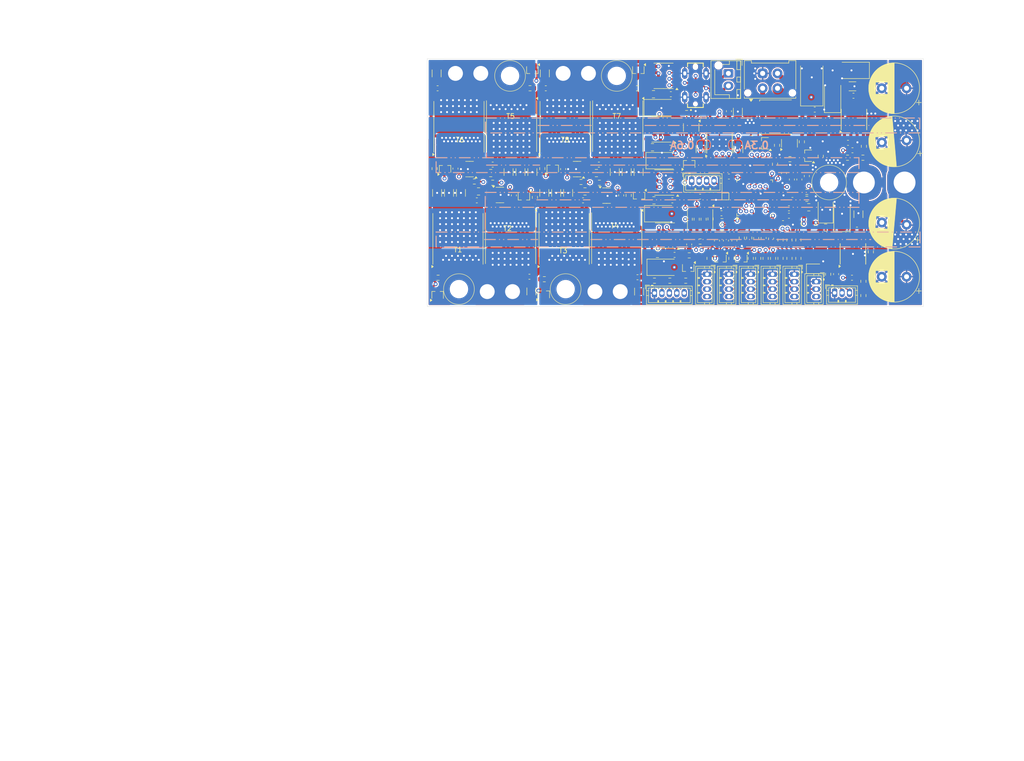
<source format=kicad_pcb>
(kicad_pcb (version 20241229) (generator "pcbnew") (generator_version "9.0")
  (layers (0 "F.Cu" signal) (4 "In1.Cu" signal) (6 "In2.Cu" signal) (2 "B.Cu" signal) (13 "F.Paste" user) (15 "B.Paste" user) (5 "F.SilkS" user "F.Silkscreen") (7 "B.SilkS" user "B.Silkscreen") (1 "F.Mask" user) (3 "B.Mask" user) (25 "Edge.Cuts" user))
  (net 0 "")
  (net 1 "+5V")
  (net 2 "+VM")
  (net 3 "+3.3V")
  (net 4 "+12V")
  (net 6 "/VDDA")
  (net 7 "/IC1")
  (net 8 "/IC2")
  (net 9 "/IC3")
  (net 10 "/IC4")
  (net 11 "Net-(U9-LO)")
  (net 12 "Net-(U9-HO)")
  (net 13 "/USART3_TX")
  (net 14 "/M2_H")
  (net 15 "/PPM1")
  (net 16 "/IN1")
  (net 17 "/IN_ADC")
  (net 18 "/M1_L")
  (net 19 "/M4_H")
  (net 20 "/PPM2")
  (net 21 "/M2_L")
  (net 22 "/SWDIO")
  (net 23 "/USART1_TX")
  (net 24 "/FDCAN1_TX")
  (net 25 "/USART1_RX")
  (net 26 "/IN2")
  (net 27 "/VOUT")
  (net 28 "/USART2_RX")
  (net 29 "/M3_H")
  (net 30 "/USART3_RX")
  (net 31 "/SWCLK")
  (net 32 "/M3_L")
  (net 33 "/USART2_TX")
  (net 34 "/FDCAN1_RX")
  (net 35 "/IN3")
  (net 36 "/M1_H")
  (net 37 "/M4_L")
  (net 38 "/SW1")
  (net 39 "Net-(U11-LO)")
  (net 40 "Net-(U11-HO)")
  (net 41 "/NRST")
  (net 42 "/CANH")
  (net 43 "/CANL")
  (net 44 "GND")
  (net 45 "Net-(U1-BOOT)")
  (net 46 "Net-(D18-K)")
  (net 47 "Net-(U1-FB)")
  (net 48 "/+12V_ALT")
  (net 49 "/+24V_ALT")
  (net 50 "/CAN_STBY")
  (net 51 "/USB_DM")
  (net 52 "/USB_DP")
  (net 53 "/MOT1")
  (net 54 "/PPM3")
  (net 55 "/MOT2")
  (net 56 "/PPM4")
  (net 57 "/P24V")
  (net 58 "/P12V")
  (net 59 "/VBUS")
  (net 60 "Net-(U2-BOOT)")
  (net 61 "/SW2")
  (net 62 "Net-(U2-FB)")
  (net 63 "/M1.1/PGND")
  (net 64 "/M1.2/PGND")
  (net 65 "/M2.1/PGND")
  (net 66 "/M2.2/PGND")
  (net 67 "/M1.1/OUT")
  (net 68 "Net-(D15-K)")
  (net 69 "/M1.2/OUT")
  (net 70 "Net-(D16-K)")
  (net 71 "/M2.1/OUT")
  (net 72 "Net-(D17-K)")
  (net 73 "/M2.2/OUT")
  (net 74 "Net-(C69-Pad1)")
  (net 75 "Net-(C70-Pad1)")
  (net 76 "Net-(C71-Pad1)")
  (net 77 "Net-(C72-Pad1)")
  (net 78 "Net-(T1-G)")
  (net 79 "Net-(T2-G)")
  (net 80 "Net-(T3-G)")
  (net 81 "Net-(U10-HO)")
  (net 82 "Net-(U10-LO)")
  (net 83 "Net-(T4-G)")
  (net 84 "Net-(T5-G)")
  (net 85 "Net-(T6-G)")
  (net 86 "Net-(U12-HO)")
  (net 87 "Net-(T7-G)")
  (net 88 "Net-(U12-LO)")
  (net 89 "Net-(T8-G)")
  (net 90 "Net-(J1-A)")
  (net 91 "Net-(J2-A)")
  (net 92 "Net-(T10-B)")
  (net 93 "Net-(T10-C)")
  (net 94 "Net-(T12-G)")
  (net 95 "Net-(T11-G)")
  (net 96 "Net-(T9-B)")
  (net 97 "Net-(U13-ISEN)")
  (net 98 "Net-(X10-Pin_4)")
  (net 99 "Net-(X10-Pin_3)")
  (net 100 "Net-(X10-Pin_2)")
  (net 101 "Net-(X4-Pin_3)")
  (net 102 "Net-(X4-Pin_2)")
  (net 103 "Net-(X8-Pin_2)")
  (net 104 "Net-(X5-Pin_3)")
  (net 105 "Net-(X5-Pin_2)")
  (net 106 "Net-(X9-Pin_2)")
  (net 107 "Net-(X6-Pin_3)")
  (net 108 "Net-(X6-Pin_2)")
  (net 109 "Net-(X7-Pin_2)")
  (net 110 "Net-(X7-Pin_3)")
  (net 111 "Net-(X7-Pin_4)")
  (net 112 "Net-(R37-Pad2)")
  (net 113 "Net-(R38-Pad2)")
  (net 114 "Net-(R39-Pad2)")
  (net 115 "Net-(R40-Pad2)")
  (net 116 "Net-(X12-CC1)")
  (net 117 "Net-(X12-CC2)")
  (net 119 "Net-(U13-OUT2)")
  (net 120 "Net-(U13-OUT1)")
  (net 123 "Net-(D20-A)")
  (footprint "Capacitor_THT:CP_Radial_D10.0mm_P5.00mm" (layer "F.Cu") (at 196.6 56 180)
    (property "Reference" "C65" (hide yes))
    (property "Value" "220uF" (hide yes))
  )
  (footprint "Package_TO_SOT_SMD:SOT-323_SC-70" (layer "F.Cu") (at 176.8 69.6 180)
    (property "Reference" "T9" (hide yes))
    (property "Value" "BC847AW" (hide yes))
  )
  (footprint "Connector_Wire:SolderWire-6sqmm_1x01_D3.5mm_OD7mm" (layer "F.Cu") (at 196.2 75)
    (property "Reference" "J18" (hide yes))
    (property "Value" "Conn_01x01_Socket" (hide yes))
  )
  (footprint "Capacitor_SMD:C_1206_3216Metric" (layer "F.Cu") (at 185.7 55.6)
    (property "Reference" "C1" (hide yes))
    (property "Value" "10uF" (hide yes))
  )
  (footprint "Resistor_SMD:R_0603_1608Metric" (layer "F.Cu") (at 174.8 90.3 90)
    (property "Reference" "R30" (hide yes))
    (property "Value" "100" (hide yes))
  )
  (footprint "Capacitor_SMD:C_0805_2012Metric" (layer "F.Cu") (at 112.8 73.1 180)
    (property "Reference" "C51" (hide yes))
    (property "Value" "1uF" (hide yes))
  )
  (footprint "MountingHole:MountingHole_3.2mm_M3" (layer "F.Cu") (at 106.4 96.5)
    (property "Reference" "H1" (hide yes))
    (property "Value" "MountingHole" (hide yes))
  )
  (footprint "Package_SO:SOP-8_3.9x4.9mm_P1.27mm" (layer "F.Cu") (at 147.625 53.5 180)
    (property "Reference" "U12" (hide yes))
    (property "Value" "EG3112" (hide yes))
  )
  (footprint "Package_TO_SOT_SMD:SOT-323_SC-70" (layer "F.Cu") (at 123.5 97.6 90)
    (property "Reference" "D9" (hide yes))
    (property "Value" "BAT54AW" (hide yes))
  )
  (footprint "MountingHole:MountingHole_3.2mm_M3" (layer "F.Cu") (at 116.7 53.5)
    (property "Reference" "H4" (hide yes))
    (property "Value" "MountingHole" (hide yes))
  )
  (footprint "Resistor_SMD:R_0603_1608Metric" (layer "F.Cu") (at 102.2 94.2 180)
    (property "Reference" "R43" (hide yes))
    (property "Value" "10" (hide yes))
  )
  (footprint "Resistor_SMD:R_0603_1608Metric" (layer "F.Cu") (at 173 90.3 90)
    (property "Reference" "R31" (hide yes))
    (property "Value" "100" (hide yes))
  )
  (footprint "Package_TO_SOT_SMD:SOT-23-5" (layer "F.Cu") (at 136.15 77.65)
    (property "Reference" "U6" (hide yes))
    (property "Value" "INA180A4" (hide yes))
  )
  (footprint "Connector_JST:JST_ZH_B3B-ZR_1x03_P1.50mm_Vertical" (layer "F.Cu") (at 182.1 97.25)
    (property "Reference" "X8" (hide yes))
    (property "Value" "Conn_01x03" (hide yes))
  )
  (footprint "Capacitor_SMD:C_0603_1608Metric" (layer "F.Cu") (at 175 74.4 90)
    (property "Reference" "C25" (hide yes))
    (property "Value" "0.1uF" (hide yes))
  )
  (footprint "Resistor_SMD:R_0603_1608Metric" (layer "F.Cu") (at 188 67.7 -90)
    (property "Reference" "R2" (hide yes))
    (property "Value" "3.3k" (hide yes))
  )
  (footprint "Resistor_SMD:R_0603_1608Metric" (layer "F.Cu") (at 173.1 70.3)
    (property "Reference" "R13" (hide yes))
    (property "Value" "30k" (hide yes))
  )
  (footprint "Package_TO_SOT_SMD:SOT-23-6" (layer "F.Cu") (at 153.2 63.9 -90)
    (property "Reference" "U15" (hide yes))
    (property "Value" "USBLC6-2SC6" (hide yes))
  )
  (footprint "Diode_SMD:D_SMA" (layer "F.Cu") (at 181.7 57.4 90)
    (property "Reference" "D2" (hide yes))
    (property "Value" "SS24" (hide yes))
  )
  (footprint "Package_SO:SOIC-8_3.9x4.9mm_P1.27mm" (layer "F.Cu") (at 155 82.4 -90)
    (property "Reference" "U14" (hide yes))
    (property "Value" "ATA6561-GAQW-N" (hide yes))
  )
  (footprint "Diode_SMD:D_SMA" (layer "F.Cu") (at 147.6 70.6)
    (property "Reference" "D17" (hide yes))
    (property "Value" "SS24" (hide yes))
  )
  (footprint "Connector_Molex:Molex_Micro-Fit_3.0_43045-0412_2x02_P3.00mm_Vertical" (layer "F.Cu") (at 167.6 53)
    (property "Reference" "X1" (hide yes))
    (property "Value" "Conn_02x02_Top_Bottom" (hide yes))
  )
  (footprint "Package_TO_SOT_SMD:SOT-323_SC-70" (layer "F.Cu") (at 125.3 72.225 90)
    (property "Reference" "D14" (hide yes))
    (property "Value" "BAT54AW" (hide yes))
  )
  (footprint "Resistor_SMD:R_0603_1608Metric" (layer "F.Cu") (at 148.9 94.8 180)
    (property "Reference" "R19" (hide yes))
    (property "Value" "10k" (hide yes))
  )
  (footprint "Package_SO:TSOP-6_1.65x3.05mm_P0.95mm" (layer "F.Cu") (at 173 67.1 90)
    (property "Reference" "T11" (hide yes))
    (property "Value" "IRF5803TRPBF" (hide yes))
  )
  (footprint "Capacitor_SMD:C_0805_2012Metric" (layer "F.Cu") (at 131.8 76.8)
    (property "Reference" "C50" (hide yes))
    (property "Value" "1uF" (hide yes))
  )
  (footprint "Resistor_SMD:R_1206_3216Metric" (layer "F.Cu") (at 123.7 53 90)
    (property "Reference" "R54" (hide yes))
    (property "Value" "3" (hide yes))
  )
  (footprint "Resistor_SMD:R_0603_1608Metric" (layer "F.Cu") (at 155.7 61.9 90)
    (property "Reference" "R56" (hide yes))
    (property "Value" "5.1k" (hide yes))
  )
  (footprint "Capacitor_SMD:C_0603_1608Metric" (layer "F.Cu") (at 160.8 60.625 90)
    (property "Reference" "C15" (hide yes))
    (property "Value" "0.1uF" (hide yes))
  )
  (footprint "Capacitor_SMD:C_0603_1608Metric" (layer "F.Cu") (at 167.8 86.2 -90)
    (property "Reference" "C44" (hide yes))
    (property "Value" "33nF" (hide yes))
  )
  (footprint "Resistor_SMD:R_0603_1608Metric" (layer "F.Cu") (at 179.3 69.7 90)
    (property "Reference" "R12" (hide yes))
    (property "Value" "30k" (hide yes))
  )
  (footprint "Capacitor_SMD:C_0603_1608Metric" (layer "F.Cu") (at 160.8 73.8 180)
    (property "Reference" "C21" (hide yes))
    (property "Value" "0.1uF" (hide yes))
  )
  (footprint "Diode_SMD:D_SMA" (layer "F.Cu") (at 185.6 52.4 180)
    (property "Reference" "D1" (hide yes))
    (property "Value" "SMAJ28A" (hide yes))
  )
  (footprint "Package_SO:TI_SO-PowerPAD-8" (layer "F.Cu") (at 185.8 89.4 90)
    (property "Reference" "U2" (hide yes))
    (property "Value" "ST1S14PHR" (hide yes))
  )
  (footprint "Capacitor_SMD:C_0805_2012Metric" (layer "F.Cu") (at 176.9 80)
    (property "Reference" "C13" (hide yes))
    (property "Value" "10uF" (hide yes))
  )
  (footprint "Capacitor_SMD:C_0603_1608Metric" (layer "F.Cu") (at 184.8 67 180)
    (property "Reference" "C5" (hide yes))
    (property "Value" "0.1uF" (hide yes))
  )
  (footprint "Capacitor_SMD:C_0603_1608Metric" (layer "F.Cu") (at 186.6 84.5025)
    (property "Reference" "C4" (hide yes))
    (property "Value" "0.1uF" (hide yes))
  )
  (footprint "Capacitor_SMD:C_1206_3216Metric" (layer "F.Cu") (at 142.6 72.9 -90)
    (property "Reference" "C62" (hide yes))
    (property "Value" "10uF" (hide yes))
  )
  (footprint "Resistor_SMD:R_0603_1608Metric" (layer "F.Cu") (at 123.6 94.5 180)
    (property "Reference" "R45" (hide yes))
    (property "Value" "10" (hide yes))
  )
  (footprint "Connector_Wire:SolderWire-2.5sqmm_1x01_D2.4mm_OD4.4mm" (layer "F.Cu") (at 110.8 53 90)
    (property "Reference" "J7" (hide yes))
    (property "Value" "Conn_01x01_Socket" (hide yes))
  )
  (footprint "Connector_Wire:SolderWire-2.5sqmm_1x01_D2.4mm_OD4.4mm" (layer "F.Cu") (at 133.8 97 90)
    (property "Reference" "J5" (hide yes))
    (property "Value" "Conn_01x01_Socket" (hide yes))
  )
  (footprint "Capacitor_SMD:C_0805_2012Metric" (layer "F.Cu") (at 134.1 73.1 180)
    (property "Reference" "C52" (hide yes))
    (property "Value" "1uF" (hide yes))
  )
  (footprint "locals:Inductor_NR6028T100M" (layer "F.Cu") (at 179.25 88.2 180)
    (property "Reference" "L2")
    (property "Value" "10uH" (hide yes))
  )
  (footprint "Connector_JST:JST_ZH_B4B-ZR_1x04_P1.50mm_Vertical" (layer "F.Cu") (at 169.6 93.5 -90)
    (property "Reference" "X5" (hide yes))
    (property "Value" "Conn_01x03" (hide yes))
  )
  (footprint "Resistor_SMD:R_1206_3216Metric" (layer "F.Cu") (at 101.9 53 90)
    (property "Reference" "R53" (hide yes))
    (property "Value" "3" (hide yes))
  )
  (footprint "Resistor_SMD:R_0603_1608Metric" (layer "F.Cu") (at 184.7 70)
    (property "Reference" "R1" (hide yes))
    (property "Value" "30k" (hide yes))
  )
  (footprint "Resistor_SMD:R_0603_1608Metric" (layer "F.Cu") (at 165.4 68.1)
    (property "Reference" "R9" (hide yes))
    (property "Value" "100k" (hide yes))
  )
  (footprint "Package_SO:TI_SO-PowerPAD-8" (layer "F.Cu") (at 186 62.3 90)
    (property "Reference" "U1" (hide yes))
    (property "Value" "ST1S14PHR" (hide yes))
  )
  (footprint "Connector_Wire:SolderWire-2.5sqmm_1x01_D2.4mm_OD4.4mm" (layer "F.Cu") (at 112.1 97 90)
    (property "Reference" "J4" (hide yes))
    (property "Value" "Conn_01x01_Socket" (hide yes))
  )
  (footprint "Package_TO_SOT_SMD:SOT-23-5" (layer "F.Cu") (at 108.5375 72.3 180)
    (property "Reference" "U7" (hide yes))
    (property "Value" "INA180A4" (hide yes))
  )
  (footprint "Package_TO_SOT_SMD:SOT-323_SC-70" (layer "F.Cu") (at 168.1 67.1 180)
    (property "Reference" "T10" (hide yes))
    (property "Value" "BC847AW" (hide yes))
  )
  (footprint "Package_TO_SOT_SMD:Infineon_PG-HSOF-8-1" (layer "F.Cu") (at 138.4 63.7 -90)
    (property "Reference" "T7")
    (property "Value" "IPT012N08N5" (hide yes))
  )
  (footprint "Capacitor_SMD:C_0603_1608Metric" (layer "F.Cu") (at 171.7 83.2)
    (property "Reference" "C42" (hide yes))
    (property "Value" "33nF" (hide yes))
  )
  (footprint "Capacitor_SMD:C_0805_2012Metric" (layer "F.Cu") (at 146.4 89.4)
    (property "Reference" "C46" (hide yes))
    (property "Value" "10uF" (hide yes))
  )
  (footprint "Resistor_SMD:R_0603_1608Metric" (layer "F.Cu") (at 159.4 82.8)
    (property "Reference" "R42" (hide yes))
    (property "Value" "100k" (hide yes))
  )
  (footprint "Capacitor_SMD:C_1206_3216Metric" (layer "F.Cu") (at 106.8 77.1 90)
    (property "Reference" "C55" (hide yes))
    (property "Value" "10uF" (hide yes))
  )
  (footprint "Package_TO_SOT_SMD:Infineon_PG-HSOF-8-1" (layer "F.Cu") (at 127.6 86.3 90)
    (property "Reference" "T3")
    (property "Value" "IPT012N08N5" (hide yes))
  )
  (footprint "Connector_JST:JST_ZH_B4B-ZR_1x04_P1.50mm_Vertical" (layer "F.Cu") (at 174 93.5 -90)
    (property "Reference" "X6" (hide yes))
    (property "Value" "Conn_01x03" (hide yes))
  )
  (footprint "Resistor_SMD:R_0603_1608Metric" (layer "F.Cu") (at 134.7 75.05 180)
    (property "Reference" "R38" (hide yes))
    (property "Value" "1k" (hide yes))
  )
  (footprint "Package_TO_SOT_SMD:SOT-323_SC-70" (layer "F.Cu") (at 103.6 72.3 90)
    (property "Reference" "D12" (hide yes))
    (property "Value" "BAT54AW" (hide yes))
  )
  (footprint "Capacitor_SMD:C_0603_1608Metric" (layer "F.Cu") (at 149.85 89.6 180)
    (property "Reference" "C29" (hide yes))
    (property "Value" "0.1uF" (hide yes))
  )
  (footprint "Capacitor_SMD:C_0603_1608Metric" (layer "F.Cu") (at 105.7 72.2 90)
    (property "Reference" "C35" (hide yes))
    (property "Value" "0.1uF" (hide yes))
  )
  (footprint "Resistor_SMD:R_0603_1608Metric" (layer "F.Cu") (at 175.5 66.8 -90)
    (property "Reference" "R11" (hide yes))
    (property "Value" "100k" (hide yes))
  )
  (footprint "Capacitor_SMD:C_1206_3216Metric" (layer "F.Cu") (at 126 77.1 90)
    (property "Reference" "C57" (hide yes))
    (property "Value" "10uF" (hide yes))
  )
  (footprint "Resistor_SMD:R_0603_1608Metric" (layer "F.Cu") (at 121.7 78 90)
    (property "Reference" "R44" (hide yes))
    (property "Value" "10" (hide yes))
  )
  (footprint "Resistor_SMD:R_0603_1608Metric" (layer "F.Cu") (at 159.4 84.2 180)
    (property "Reference" "R41" (hide yes))
    (property "Value" "1k" (hide yes))
  )
  (footprint "Capacitor_Tantalum_SMD:CP_EIA-7343-15_Kemet-W" (layer "F.Cu") (at 177.5 55.15 90)
    (property "Reference" "C9" (hide yes))
    (property "Value" "100uF" (hide yes))
  )
  (footprint "Capacitor_SMD:C_0603_1608Metric" (layer "F.Cu") (at 110 78.6)
    (property "Reference" "C37" (hide yes))
    (property "Value" "0.1uF" (hide yes))
  )
  (footprint "TestPoint:TestPoint_Pad_1.0x1.0mm" (layer "F.Cu") (at 160.1 77.8)
    (property "Reference" "TP1" (hide yes))
    (property "Value" "BOOT0" (hide yes))
  )
  (footprint "Package_TO_SOT_SMD:SOT-323_SC-70" (layer "F.Cu") (at 121.2 52.3 -90)
    (property "Reference" "D11" (hide yes))
    (property "Value" "BAT54AW" (hide yes))
  )
  (footprint "Diode_SMD:D_SMA" (layer "F.Cu") (at 183.6 81.4 90)
    (property "Reference" "D3" (hide yes))
    (property "Value" "SS24" (hide yes))
  )
  (footprint "Package_SO:SOP-8_3.9x4.9mm_P1.27mm" (layer "F.Cu") (at 147.9 85.7 180)
    (property "Reference" "U10" (hide yes))
    (property "Value" "EG3112" (hide yes))
  )
  (footprint "Resistor_SMD:R_0603_1608Metric" (layer "F.Cu") (at 174.8 86.6 90)
    (property "Reference" "R27" (hide yes))
    (property "Value" "100" (hide yes))
  )
  (footprint "Package_TO_SOT_SMD:Infineon_PG-HSOF-8-1" (layer "F.Cu") (at 127.8 63.7 90)
    (property "Reference" "T8")
    (property "Value" "IPT012N08N5" (hide yes))
  )
  (footprint "Resistor_SMD:R_0603_1608Metric" (layer "F.Cu") (at 113.2 75.05 180)
    (property "Reference" "R37" (hide yes))
    (property "Value" "1k" (hide yes))
  )
  (footprint "Fiducial:Fiducial_1mm_Mask2mm" (layer "F.Cu") (at 197.8 52.2)
    (property "Reference" "FID2" (hide yes))
    (property "Value" "Fiducial" (hide yes))
  )
  (footprint "Capacitor_SMD:C_1206_3216Metric" (layer "F.Cu") (at 116.4 72.9 -90)
    (property "Reference" "C61" (hide yes))
    (property "Value" "10uF" (hide yes))
  )
  (footprint "Capacitor_SMD:C_0603_1608Metric" (layer "F.Cu") (at 171.9 73.1 -90)
    (property "Reference" "C20" (hide yes))
    (property "Value" "0.1uF" (hide yes))
  )
  (footprint "Capacitor_THT:CP_Radial_D10.0mm_P5.00mm" (layer "F.Cu") (at 196.6 94 180)
    (property "Reference" "C68" (hide yes))
    (property "Value" "220uF" (hide yes))
  )
  (footprint "Package_TO_SOT_SMD:SOT-323_SC-70" (layer "F.Cu") (at 102.1 97.7 90)
    (property "Reference" "D7" (hide yes))
    (property "Value" "BAT54AW" (hide yes))
  )
  (footprint "Capacitor_SMD:C_0603_1608Metric" (layer "F.Cu") (at 120.6 94)
    (property "Reference" "C69" (hide yes))
    (property "Value" "3.3nF" (hide yes))
  )
  (footprint "Capacitor_SMD:C_0603_1608Metric" (layer "F.Cu") (at 139.1 77.6 -90)
    (property "Reference" "C34" (hide yes))
    (property "Value" "0.1uF" (hide yes))
  )
  (footprint "Capacitor_SMD:C_0603_1608Metric" (layer "F.Cu") (at 149 68 180)
    (property "Reference" "C30" (hide yes))
    (property "Value" "0.1uF" (hide yes))
  )
  (footprint "Resistor_SMD:R_0603_1608Metric" (layer "F.Cu") (at 123.2 72.2 -90)
    (property "Reference" "R50" (hide yes))
    (property "Value" "10" (hide yes))
  )
  (footprint "Capacitor_SMD:C_0603_1608Metric" (layer "F.Cu") (at 117.4625 77.6 -90)
    (property "Reference" "C33" (hide yes))
    (property "Value" "0.1uF" (hide yes))
  )
  (footprint "Resistor_SMD:R_0603_1608Metric" (layer "F.Cu") (at 187.9 94.925 90)
    (property "Reference" "R4" (hide yes))
    (property "Value" "10k" (hide yes))
  )
  (footprint "Connector_Wire:SolderWire-2.5sqmm_1x01_D2.4mm_OD4.4mm" (layer "F.Cu") (at 132.5 53 90)
    (property "Reference" "J10" (hide yes))
    (property "Value" "Conn_01x01_Socket" (hide yes))
  )
  (footprint "Resistor_SMD:R_0603_1608Metric" (layer "F.Cu") (at 156.9 90.3 90)
    (property "Reference" "R23" (hide yes))
    (property "Value" "100k" (hide yes))
  )
  (footprint "Capacitor_SMD:C_0603_1608Metric" (layer "F.Cu") (at 149.1 57.2 180)
    (property "Reference" "C31" (hide yes))
    (property "Value" "0.1uF" (hide yes))
  )
  (footprint "Capacitor_SMD:C_0603_1608Metric" (layer "F.Cu") (at 173.5 74.4 90)
    (property "Reference" "C26" (hide yes))
    (property "Value" "10nF" (hide yes))
  )
  (footprint "Resistor_SMD:R_1206_3216Metric" (layer "F.Cu") (at 142.7 97 -90)
    (property "Reference" "R52" (hide yes))
    (property "Value" "3" (hide yes))
  )
  (footprint "Inductor_SMD:L_0603_1608Metric" (layer "F.Cu") (at 176.5 73.7 90)
    (property "Reference" "FB1" (hide yes))
    (property "Value" "FerriteBead" (hide yes))
  )
  (footprint "Resistor_SMD:R_0603_1608Metric" (layer "F.Cu") (at 163.4 86.2 -90)
    (property "Reference" "R17" (hide yes))
    (property "Value" "330k" (hide yes))
  )
  (footprint "Resistor_SMD:R_0603_1608Metric" (layer "F.Cu") (at 189.4 89 90)
    (property "Reference" "R5" (hide yes))
    (property "Value" "3.3k" (hide yes))
  )
  (footprint "Resistor_SMD:R_0603_1608Metric" (layer "F.Cu") (at 165.2 90.3 -90)
    (property "Reference" "R33" (hide yes))
    (property "Value" "100" (hide yes))
  )
  (footprint "Resistor_SMD:R_1206_3216Metric" (layer "F.Cu") (at 155.1 68.3 -90)
    (property "Reference" "R14" (hide yes))
    (property "Value" "0.51R" (hide yes))
  )
  (footprint "Capacitor_SMD:C_0603_1608Metric" (layer "F.Cu") (at 166.3 86.2 -90)
    (property "Reference" "C18" (hide yes))
    (property "Value" "0.1uF" (hide yes))
  )
  (footprint "Capacitor_SMD:C_0603_1608Metric" (layer "F.Cu") (at 155 77.859969)
    (property "Reference" "C16" (hide yes))
    (property "Value" "0.1uF" (hide yes))
  )
  (footprint "Package_TO_SOT_SMD:SOT-23-5" (layer "F.Cu") (at 114.6625 77.525)
    (property "Reference" "U5" (hide yes))
    (property "Value" "INA180A4" (hide yes))
  )
  (footprint "Capacitor_SMD:C_0603_1608Metric" (layer "F.Cu") (at 123.9 56 180)
    (property "Reference" "C72" (hide yes))
    (property "Value" "3.3nF" (hide yes))
  )
  (footprint "Capacitor_SMD:C_0805_2012Metric" (layer "F.Cu") (at 180.3 84.1)
    (property "Reference" "C12" (hide yes))
    (property "Value" "10uF" (hide yes))
  )
  (footprint "Capacitor_SMD:C_0603_1608Metric" (layer "F.Cu") (at 134.6 71.4 180)
    (property "Reference" "C40" (hide yes))
    (property "Value" "0.1uF" (hide yes))
  )
  (footprint "Resistor_SMD:R_0603_1608Metric" (layer "F.Cu") (at 155.7 82.4 -90)
    (property "Reference" "R63" (hide yes))
    (property "Value" "100" (hide yes))
  )
  (footprint "Capacitor_SMD:C_0805_2012Metric" (layer "F.Cu") (at 145.6 57.2)
    (property "Reference" "C48" (hide yes))
    (property "Value" "10uF" (hide yes))
  )
  (footprint "Package_TO_SOT_SMD:Infineon_PG-HSOF-8-1" (layer "F.Cu") (at 117 63.7 -90)
    (property "Reference" "T5")
    (property "Value" "IPT012N08N5" (hide yes))
  )
  (footprint "Connector_JST:JST_ZH_B4B-ZR_1x04_P1.50mm_Vertical" (layer "F.Cu") (at 165.2 93.5 -90)
    (property "Reference" "X4" (hide yes))
    (property "Value" "Conn_01x03" (hide yes))
  )
  (footprint "Capacitor_SMD:C_1206_3216Metric" (layer "F.Cu") (at 104.4 77.1 90)
    (property "Reference" "C54" (hide yes))
    (property "Value" "10uF" (hide yes))
  )
  (footprint "Resistor_SMD:R_0603_1608Metric" (layer "F.Cu") (at 140.6 77.6 90)
    (property "Reference" "R46" (hide yes))
    (property "Value" "10" (hide yes))
  )
  (footprint "Connector_JST:JST_ZH_B4B-ZR_1x04_P1.50mm_Vertical" (layer "F.Cu") (at 153.3 74.65)
    (property "Reference" "X11" (hide yes))
    (property "Value" "Conn_01x03" (hide yes))
  )
  (footprint "Resistor_SMD:R_0603_1608Metric" (layer "F.Cu") (at 120.725 56 180)
    (property "Reference" "R47" (hide yes))
    (property "Value" "10" (hide yes))
  )
  (footprint "Resistor_SMD:R_0603_1608Metric" (layer "F.Cu") (at 168.2 90.3 90)
    (property "Reference" "R26" (hide yes))
    (property "Value" "100" (hide yes))
  )
  (footprint "Capacitor_SMD:C_1206_3216Metric" (layer "F.Cu") (at 140.2 72.9 -90)
    (property "Reference" "C63" (hide yes))
    (property "Value" "10uF" (hide yes))
  )
  (footprint "Package_TO_SOT_SMD:SOT-323_SC-70" (layer "F.Cu") (at 163.3 90.3 -90)
    (property "Reference" "D4" (hide yes))
    (property "Value" "BAT54SW" (hide yes))
  )
  (footprint "Connector_JST:JST_ZH_B3B-ZR_1x03_P1.50mm_Vertical" (layer "F.Cu") (at 178.4 95 -90)
    (property "Reference" "X9" (hide yes))
    (property "Value" "Conn_01x03" (hide yes))
  )
  (footprint "Capacitor_SMD:C_0603_1608Metric" (layer "F.Cu") (at 172.9 81.7)
    (property "Reference" "C41" (hide yes))
    (property "Value" "33nF" (hide yes))
  )
  (footprint "Resistor_SMD:R_0603_1608Metric" (layer "F.Cu") (at 169.7 90.3 90)
    (property "Reference" "R25" (hide yes))
    (property "Value" "100" (hide yes))
  )
  (footprint "Capacitor_SMD:C_1206_3216Metric" (layer "F.Cu") (at 123.6 77.1 90)
    (property "Reference" "C56" (hide yes))
    (property "Value" "10uF" (hide yes))
  )
  (footprint "Resistor_SMD:R_0603_1608Metric" (layer "F.Cu") (at 164.9 86.2 -90)
    (property "Reference" "R21" (hide yes))
    (property "Value" "30k" (hide yes))
  )
  (footprint "Capacitor_SMD:C_0805_2012Metric" (layer "F.Cu") (at 145.7 78.6)
    (property "Reference" "C45" (hide yes))
    (property "Value" "10uF" (hide yes))
  )
  (footprint "Diode_SMD:D_SMA" (layer "F.Cu") (at 147.2 59.9)
    (property "Reference" "D18" (hide yes))
    (property "Value" "SS24" (hide yes))
  )
  (footprint "Package_SO:Texas_HTSOP-8-1EP_3.9x4.9mm_P1.27mm_EP2.95x4.9mm_Mask2.4x3.1mm_ThermalVias" (layer "F.Cu") (at 158.9 67 90)
    (property "Reference" "U13" (hide yes))
    (property "Value" "DRV8870DDA" (hide yes))
  )
  (footprint "Capacitor_Tantalum_SMD:CP_EIA-3528-12_Kemet-T" (layer "F.Cu") (at 180.3 80.7 90)
    (property "Reference" "C11" (hide yes))
    (property "Value" "100uF" (hide yes))
  )
  (footprint "Capacitor_SMD:C_1206_3216Metric" (layer "F.Cu") (at 102 77.1 90)
    (property "Reference" "C53" (hide yes))
    (property "Value" "10uF" (hide yes))
  )
  (footprint "Package_TO_SOT_SMD:SOT-323_SC-70" (layer "F.Cu") (at 159.1 90.3 -90)
    (property "Reference" "D5" (hide yes))
    (property "Value" "BAT54SW" (hide yes))
  )
  (footprint "locals:GCT_USB4120-03-C_REVA" (layer "F.Cu") (at 154.05 55.4 90)
    (property "Reference" "X12")
    (property "Value" "USB4120-03-C_REVA" (hide yes))
    (fp_line (start 3.65 -0.26) (end 3.85 -0.26) (stroke (width 0.01)) (layer "Edge.Cuts"))
    (fp_line (start 3.85 0.26) (end 3.65 0.26) (stroke (width 0.01)) (layer "Edge.Cuts"))
    (fp_arc (start 3.85 -0.26) (mid 4.033848 -0.183848) (end 4.11 0) (stroke (width 0.01)) (layer "Edge.Cuts"))
    (fp_arc (start 4.11 0) (mid 4.033848 0.183848) (end 3.85 0.26) (stroke (width 0.01)) (layer "Edge.Cuts"))
    (fp_arc (start 3.39 0) (mid 3.466152 -0.183848) (end 3.65 -0.26) (stroke (width 0.01)) (layer "Edge.Cuts"))
    (fp_arc (start 3.65 0.26) (mid 3.466152 0.183848) (end 3.39 0) (stroke (width 0.01)) (layer "Edge.Cuts"))
  )
  (footprint "Capacitor_SMD:C_0805_2012Metric" (layer "F.Cu") (at 145.4 67.9)
    (property "Reference" "C47" (hide yes))
    (property "Value" "10uF" (hide yes))
  )
  (footprint "Resistor_SMD:R_0603_1608Metric" (layer "F.Cu") (at 142.375 56)
    (property "Reference" "R49" (hide yes))
    (property "Value" "10" (hide yes))
  )
  (footprint "Resistor_SMD:R_0603_1608Metric" (layer "F.Cu") (at 152.1 94.8 180)
    (property "Reference" "R18" (hide yes))
    (property "Value" "10k" (hide yes))
  )
  (footprint "LED_SMD:LED_0805_2012Metric" (layer "F.Cu") (at 178.1 92.4)
    (property "Reference" "D20" (hide yes))
    (property "Value" "LED" (hide yes))
  )
  (footprint "Resistor_SMD:R_1206_3216Metric" (layer "F.Cu") (at 162.7 68.3 -90)
    (property "Reference" "R15" (hide yes))
    (property "Value" "1R" (hide yes))
  )
  (footprint "Capacitor_SMD:C_0603_1608Metric" (layer "F.Cu") (at 178.1 60.3)
    (property "Reference" "C10" (hide yes))
    (property "Value" "0.1uF" (hide yes))
  )
  (footprint "MountingHole:MountingHole_3.2mm_M3" (layer "F.Cu") (at 127.9 96.5)
    (property "Reference" "H2" (hide yes))
    (property "Value" "MountingHole" (hide yes))
  )
  (footprint "Resistor_SMD:R_0603_1608Metric" (layer "F.Cu") (at 145.8 94.8 180)
    (property "Reference" "R20" (hide yes))
    (property "Value" "10k" (hide yes))
  )
  (footprint "Capacitor_SMD:C_0603_1608Metric" (layer "F.Cu") (at 142.375 94.1)
    (property "Reference" "C70" (hide yes))
    (property "Value" "3.3nF" (hide yes))
  )
  (footprint "Capacitor_SMD:C_1206_3216Metric" (layer "F.Cu") (at 118.8 72.9 -90)
    (property "Reference" "C60" (hide yes))
    (property "Value" "10uF" (hide yes))
  )
  (footprint "Capacitor_SMD:C_0603_1608Metric" (layer "F.Cu") (at 113.2 71.4 180)
    (property "Reference" "C39" (hide yes))
    (property "Value" "0.1uF" (hide yes))
  )
  (footprint "Package_TO_SOT_SMD:Infineon_PG-HSOF-8-1" (layer "F.Cu") (at 106.2 86.3 90)
    (property "Reference" "T1")
    (property "Value" "IPT012N08N5" (hide yes))
  )
  (footprint "Capacitor_SMD:C_0603_1608Metric" (layer "F.Cu") (at 185.7 68.5)
    (property "Reference" "C7" (hide yes))
    (property "Value" "82p" (hide yes))
  )
  (footprint "Package_TO_SOT_SMD:SOT-323_SC-70" (layer "F.Cu") (at 142.7 77.6 -90)
    (property "Reference" "D10" (hide yes))
    (property "Value" "BAT54AW" (hide yes))
  )
  (footprint "Connector_JST:JST_ZH_B4B-ZR_1x04_P1.50mm_Vertical" (layer "F.Cu") (at 156.4 93.5 -90)
    (property "Reference" "X3" (hide yes))
    (property "Value" "Conn_01x03" (hide yes))
  )
  (footprint "Capacitor_SMD:C_0603_1608Metric" (layer "F.Cu") (at 173.6 77.5 180)
    (property "Reference" "C27" (hide yes))
    (property "Value" "0.1uF" (hide yes))
  )
  (footprint "Resistor_SMD:R_0603_1608Metric" (layer "F.Cu") (at 176.5 78.3)
    (property "Reference" "R36" (hide yes))
    (property "Value" "30k" (hide yes))
  )
  (footprint "Resistor_SMD:R_0603_1608Metric" (layer "F.Cu") (at 154.3 82.4 90)
    (property "Reference" "R64" (hide yes))
    (property "Value" "100" (hide yes))
  )
  (footprint "Capacitor_SMD:C_0603_1608Metric" (layer "F.Cu") (at 185.9 57.5)
    (property "Reference" "C3" (hide yes))
    (property "Value" "0.1uF" (hide yes))
  )
  (footprint "Connector_JST:JST_XH_B2B-XH-AM_1x02_P2.50mm_Vertical" (layer "F.Cu") (at 160.7 53 -90)
    (property "Reference" "X2" (hide yes))
    (property "Value" "Conn_01x03" (hide yes))
  )
  (footprint "Capacitor_SMD:C_0603_1608Metric" (layer "F.Cu") (at 185.6 94.2)
    (property "Reference" "C8" (hide yes))
    (property "Value" "82p" (hide yes))
  )
  (footprint "Connector_JST:JST_ZH_B4B-ZR_1x04_P1.50mm_Vertical" (layer "F.Cu") (at 160.8 93.5 -90)
    (property "Reference" "X7" (hide yes))
    (property "Value" "Conn_01x03" (hide yes))
  )
  (footprint "Resistor_SMD:R_0603_1608Metric" (layer "F.Cu") (at 152.9 82.4 90)
    (property "Reference" "R62" (hide yes))
    (property "Value" "5.1k" (hide yes))
  )
  (footprint "Fiducial:Fiducial_1mm_Mask2mm" (layer "F.Cu") (at 197.8 97.8)
    (property "Reference" "FID1" (hide yes))
    (property "Value" "Fiducial" (hide yes))
  )
  (footprint "Connector_Wire:SolderWire-6sqmm_1x01_D3.5mm_OD7mm" (layer "F.Cu") (at 188 75)
    (property "Reference" "J19" (hide yes))
    (property "Value" "Conn_01x01_Socket" (hide yes))
  )
  (footprint "MountingHole:MountingHole_3.2mm_M3" (layer "F.Cu") (at 138.2 53.5)
    (property "Reference" "H5" (hide yes))
    (property "Value" "MountingHole" (hide yes))
  )
  (footprint "Package_TO_SOT_SMD:SOT-323_SC-70" (layer "F.Cu") (at 152.6 92.2 -90)
    (property "Reference" "D6" (hide yes))
    (property "Value" "BAT54SW" (hide yes))
  )
  (footprint "Capacitor_SMD:C_1206_3216Metric" (layer "F.Cu") (at 128.4 77.1 90)
    (property "Reference" "C58" (hide yes))
    (property "Value" "10uF" (hide yes))
  )
  (footprint "Capacitor_SMD:C_0805_2012Metric" (layer "F.Cu") (at 110.35 76.8)
    (property "Reference" "C49" (hide yes))
    (property "Value" "1uF" (hide yes))
  )
  (footprint "Capacitor_SMD:C_0603_1608Metric" (layer "F.Cu") (at 102.1 56 180)
    (property "Reference" "C71" (hide yes))
    (property "Value" "3.3nF" (hide yes))
  )
  (footprint "Capacitor_SMD:C_1206_3216Metric" (layer "F.Cu") (at 121.2 72.9 -90)
    (property "Reference" "C59" (hide yes))
    (property "Value" "10uF" (hide yes))
  )
  (footprint "Capacitor_THT:CP_Radial_D10.0mm_P5.00mm" (layer "F.Cu") (at 196.6 83.5 175)
    (property "Reference" "C67" (hide yes))
    (property "Value" "220uF" (hide yes))
  )
  (footprint "Resistor_SMD:R_0603_1608Metric" (layer "F.Cu") (at 171.2 86.6 90)
    (property "Reference" "R29" (hide yes))
    (property "Value" "100" (hide yes))
  )
  (footprint "Package_TO_SOT_SMD:SOT-323_SC-70" (layer "F.Cu") (at 152.8 71.3 90)
    (property "Reference" "D19" (hide yes))
    (property "Value" "BAT54AW" (hide yes))
  )
  (footprint "Diode_SMD:D_SMA" (layer "F.Cu") (at 147.3 81.3)
    (property "Reference" "D15" (hide yes))
    (property "Value" "SS24" (hide yes))
  )
  (footprint "Package_TO_SOT_SMD:SOT-323_SC-70" (layer "F.Cu") (at 142.55 52.3 -90)
    (property "Reference" "D13" (hide yes))
    (property "Value" "BAT54AW" (hide yes))
  )
  (footprint "Capacitor_SMD:C_0603_1608Metric" (layer "F.Cu") (at 127.4 72.3 90)
    (property "Reference" "C36" (hide yes))
    (property "Value" "0.1uF" (hide yes))
  )
  (footprint "Resistor_SMD:R_0603_1608Metric" (layer "F.Cu") (at 152.275 61)
    (property "Reference" "R55" (hide yes))
    (property "Value" "5.1k" (hide yes))
  )
  (footprint "Package_TO_SOT_SMD:TO-252-2" (layer "F.Cu") (at 170.3 61.8)
    (property "Reference" "T12" (hide yes))
    (property "Value" "AOD4185" (hide yes))
  )
  (footprint "Resistor_SMD:R_0603_1608Metric" (layer "F.Cu") (at 101.5 72.2 -90)
    (property "Reference" "R48" (hide yes))
    (property "Value" "10" (hide yes))
  )
  (footprint "Capacitor_SMD:C_1206_3216Metric" (layer "F.Cu") (at 137.8 72.9 -90)
    (property "Reference" "C64" (hide yes))
    (property "Value" "10uF" (hide yes))
  )
  (footprint "Connector_Wire:SolderWire-2.5sqmm_1x01_D2.4mm_OD4.4mm" (layer "F.Cu") (at 117.2 97 90)
    (property "Reference" "J3" (hide yes))
    (property "Value" "Conn_01x01_Socket" (hide yes))
  )
  (footprint "Resistor_SMD:R_1206_3216Metric" (layer "F.Cu") (at 121 96.9625 -90)
    (property "Reference" "R51" (hide yes))
    (property "Value" "3" (hide yes))
  )
  (footprint "Resistor_SMD:R_0603_1608Metric" (layer "F.Cu") (at 131 74.9 180)
    (property "Reference" "R40" (hide yes))
    (property "Value" "1k" (hide yes))
  )
  (footprint "Package_SO:SOP-8_3.9x4.9mm_P1.27mm" (layer "F.Cu") (at 147.2 64.3 180)
    (property "Reference" "U11" (hide yes))
    (property "Value" "EG3112" (hide yes))
  )
  (footprint "Package_TO_SOT_SMD:Infineon_PG-HSOF-8-1" (layer "F.Cu") (at 138.2 86.3 -90)
    (property "Reference" "T4")
    (property "Value" "IPT012N08N5" (hide yes))
  )
  (footprint "Resistor_SMD:R_0603_1608Metric" (layer "F.Cu") (at 187.9 97.8 -90)
    (property "Reference" "R6" (hide yes))
    (property "Value" "100k" (hide yes))
  )
  (footprint "Package_TO_SOT_SMD:SOT-23-5" (layer "F.Cu") (at 130.2 72.3 180)
    (property "Reference" "U8" (hide yes))
    (property "Value" "INA180A4" (hide yes))
  )
  (footprint "Package_TO_SOT_SMD:SOT-323_SC-70" (layer "F.Cu") (at 119.5 77.8 -90)
    (property "Reference" "D8" (hide yes))
    (property "Value" "BAT54AW" (hide yes))
  )
  (footprint "Capacitor_SMD:C_0603_1608Metric" (layer "F.Cu") (at 182.4 93.475 90)
    (property "Reference" "C6" (hide yes))
    (property "Value" "0.1uF" (hide yes))
  )
  (footprint "Resistor_SMD:R_0603_1608Metric" (layer "F.Cu") (at 109.5 74.8 180)
    (property "Reference" "R39" (hide yes))
    (property "Value" "1k" (hide yes))
  )
  (footprint "Resistor_SMD:R_0603_1608Metric" (layer "F.Cu") (at 170.5 67.5 90)
    (property "Reference" "R8" (hide yes))
    (property "Value" "30k" (hide yes))
  )
  (footprint "Connector_JST:JST_ZH_B5B-ZR_1x05_P1.50mm_Vertical" (layer "F.Cu") (at 145.8 97.3)
    (property "Reference" "X10" (hide yes))
    (property "Value" "Conn_01x03" (hide yes))
  )
  (footprint "Resistor_SMD:R_0603_1608Metric" (layer "F.Cu") (at 170.1 71.3 90)
    (property "Reference" "R7" (hide yes))
    (property "Value" "30k" (hide yes))
  )
  (footprint "Package_QFP:LQFP-48_7x7mm_P0.5mm" (layer "F.Cu") (at 166 78.1 90)
    (property "Reference" "U4" (hide yes))
    (property "Value" "STM32G431C8Tx" (hide yes))
  )
  (footprint "Resistor_SMD:R_0603_1608Metric" (layer "F.Cu") (at 157.1 82.35 90)
    (property "Reference" "R61" (hide yes))
    (property "Value" "5.1k" (hide yes))
  )
  (footprint "Resistor_SMD:R_0603_1608Metric" (layer "F.Cu") (at 187.8 70)
    (property "Reference" "R3" (hide yes))
    (property "Value" "100k" (hide yes))
  )
  (footprint "Capacitor_SMD:C_0603_1608Metric" (layer "F.Cu") (at 172.9 80.2)
    (property "Reference" "C43" (hide yes))
    (property "Value" "33nF" (hide yes))
  )
  (footprint "Connector_Wire:SolderWire-2.5sqmm_1x01_D2.4mm_OD4.4mm" (layer "F.Cu") (at 138.9 97 90)
    (property "Reference" "J6" (hide yes))
    (property "Value" "Conn_01x01_Socket" (hide yes))
  )
  (footprint "Capacitor_THT:CP_Radial_D10.0mm_P5.00mm" (layer "F.Cu") (at 196.6 66.5 -175)
    (property "Reference" "C66" (hide yes))
    (property "Value" "220uF" (hide yes))
  )
  (footprint "Resistor_SMD:R_0603_1608Metric" (layer "F.Cu") (at 180.8 93.5 90)
    (property "Reference" "R57" (hide yes))
    (property "Value" "3.3k" (hide yes))
  )
  (footprint "Capacitor_SMD:C_1206_3216Metric" (layer "F.Cu") (at 162.6 60.7 90)
    (property "Reference" "C14" (hide yes))
    (property "Value" "10uF" (hide yes))
  )
  (footprint "Package_SO:SOP-8_3.9x4.9mm_P1.27mm" (layer "F.Cu") (at 147.775 75 180)
    (property "Reference" "U9" (hide yes))
    (property "Value" "EG3112" (hide yes))
  )
  (footprint "Capacitor_SMD:C_0603_1608Metric" (layer "F.Cu") (at 152.8 87.5 -90)
    (property "Reference" "C17" (hide yes))
    (property "Value" "0.1uF" (hide yes))
  )
  (footprint "Package_TO_SOT_SMD:Infineon_PG-HSOF-8-1" (layer "F.Cu") (at 106.4 63.7 90)
    (property "Reference" "T6")
    (property "Value" "IPT012N08N5" (hide yes))
  )
  (footprint "Capacitor_SMD:C_0603_1608Metric" (layer "F.Cu") (at 169.3 86.3 -90)
    (property "Reference" "C32" (hide yes))
    (property "Value" "0.1uF" (hide yes))
  )
  (footprint "Capacitor_SMD:C_0603_1608Metric" (layer "F.Cu") (at 159.3 81.2 180)
    (property "Reference" "C19" (hide yes))
    (property "Value" "0.1uF" (hide yes))
  )
  (footprint "Capacitor_SMD:C_0603_1608Metric" (layer "F.Cu") (at 161.9 86.7 -90)
    (property "Reference" "C22" (hide yes))
    (property "Value" "10nF" (hide yes))
  )
  (footprint "Resistor_SMD:R_0603_1608Metric" (layer "F.Cu") (at 173 86.6 90)
    (property "Reference" "R32" (hide yes))
    (property "Value" "100" (hide yes))
  )
  (footprint "Resistor_SMD:R_0603_1608Metric" (layer "F.Cu") (at 152.8 89.7 180)
    (property "Reference" "R24" (hide yes))
    (property "Value" "100k" (hide yes))
  )
  (footprint "Capacitor_SMD:C_0603_1608Metric" (layer "F.Cu") (at 149.4 78.6 180)
    (property "Reference" "C28" (hide yes))
    (property "Value" "0.1uF" (hide yes))
  )
  (footprint "Diode_SMD:D_SMA" (layer "F.Cu") (at 147.8 92.1)
    (property "Reference" "D16" (hide yes))
    (property "Value" "SS24" (hide yes))
  )
  (footprint "Capacitor_SMD:C_1206_3216Metric" (layer "F.Cu") (at 186.9 81.4 90)
    (property "Reference" "C2" (hide yes))
    (property "Value" "10uF" (hide yes))
  )
  (footprint "Resistor_SMD:R_0603_1608Metric" (layer "F.Cu") (at 165.4 66.1)
    (property "Reference" "R10" (hide yes))
    (property "Value" "100k" (hide yes))
  )
  (footprint "locals:MCP1703" (layer "F.Cu") (at 176.9 83 180)
    (property "Reference" "U3")
    (property "Value" "MCP1703A-3302" (hide yes))
  )
  (footprint "Resistor_SMD:R_0603_1608Metric" (layer "F.Cu") (at 171.2 90.3 90)
    (property "Reference" "R28" (hide yes))
    (property "Value" "100" (hide yes))
  )
  (footprint "Connector_Wire:SolderWire-2.5sqmm_1x01_D2.4mm_OD4.4mm" (layer "F.Cu") (at 105.7 53 90)
    (property "Reference" "J8" (hide yes))
    (property "Value" "Conn_01x01_Socket" (hide yes))
  )
  (footprint "Resistor_SMD:R_0603_1608Metric" (layer "F.Cu") (at 176.5 76.9)
    (property "Reference" "R35" (hide yes))
    (property "Value" "330k" (hide yes))
  )
  (footprint "MountingHole:MountingHole_3.2mm_M3" (layer "F.Cu") (at 181 75)
    (property "Reference" "H3" (hide yes))
    (property "Value" "MountingHole" (hide yes))
  )
  (footprint "Capacitor_SMD:C_0603_1608Metric" (layer "F.Cu") (at 160.2 86.7 -90)
    (property "Reference" "C23" (hide yes))
    (property "Value" "10nF" (hide yes))
  )
  (footprint "Resistor_SMD:R_0603_1608Metric" (layer "F.Cu") (at 161.3 90.3 90)
    (property "Reference" "R22" (hide yes))
    (property "Value" "100k" (hide yes))
  )
  (footprint "Capacitor_SMD:C_0603_1608Metric" (layer "F.Cu") (at 131.4 78.6)
    (property "Reference" "C38" (hide yes))
    (property "Value" "0.1uF" (hide yes))
  )
  (footprint "locals:Inductor_NR6028T100M" (layer "F.Cu") (at 179.65 64.4 180)
    (property "Reference" "L1")
    (property "Value" "10uH" (hide yes))
  )
  (footprint "Capacitor_SMD:C_0603_1608Metric" (layer "F.Cu") (at 158.4 86.7 -90)
    (property "Reference" "C24" (hide yes))
    (property "Value" "10nF" (hide yes))
  )
  (footprint "Connector_Wire:SolderWire-2.5sqmm_1x01_D2.4mm_OD4.4mm" (layer "F.Cu") (at 127.4 53 -90)
    (property "Reference" "J9" (hide yes))
    (property "Value" "Conn_01x01_Socket" (hide yes))
  )
  (footprint "Resistor_SMD:R_0603_1608Metric" (layer "F.Cu") (at 155 86.9 180)
    (property "Reference" "R16" (hide yes))
    (property "Value" "120" (hide yes))
  )
  (footprint "Package_TO_SOT_SMD:Infineon_PG-HSOF-8-1" (layer "F.Cu") (at 116.8 86.3 -90)
    (property "Reference" "T2")
    (property "Value" "IPT012N08N5" (hide yes))
  )
  (footprint "Resistor_SMD:R_0603_1608Metric" (layer "F.Cu") (at 166.7 90.3 -90)
    (property "Reference" "R34" (hide yes))
    (property "Value" "100" (hide yes))
  )
  (footprint "locals:R_SHUNT" (layer "B.Cu") (at 138 82.5)
    (property "Reference" "R59-1" (hide yes))
    (property "Value" "0.2mOhm")
  )
  (footprint "locals:R_SHUNT" (layer "B.Cu") (at 127.8 67.5 180)
    (property "Reference" "R60-1" (hide yes))
    (property "Value" "0.2mOhm")
  )
  (footprint "locals:R_SHUNT" (layer "B.Cu") (at 116.8 82.5)
    (property "Reference" "R57-1" (hide yes))
    (property "Value" "0.2mOhm")
  )
  (footprint "Jumper:SolderJumper-2_P1.3mm_Open_RoundedPad1.0x1.5mm" (layer "B.Cu") (at 155.7 67.4)
    (property "Reference" "J1" (hide yes))
    (property "Value" "Jumper_2_Open" (hide yes))
  )
  (footprint "Jumper:SolderJumper-2_P1.3mm_Bridged_RoundedPad1.0x1.5mm" (layer "B.Cu") (at 162.1 67.4 180)
    (property "Reference" "J2" (hide yes))
    (property "Value" "Jumper_2_Bridged" (hide yes))
  )
  (footprint "locals:R_SHUNT" (layer "B.Cu") (at 106.8 67.5 180)
    (property "Reference" "R58-1" (hide yes))
    (property "Value" "0.2mOhm")
  )
  (gr_circle (center 127.9 96.5) (end 131 96.5) (stroke (width 0.1)) (fill no) (layer "F.SilkS"))
  (gr_circle (center 116.7 53.5) (end 119.8 53.5) (stroke (width 0.1)) (fill no) (layer "F.SilkS"))
  (gr_circle (center 106.4 96.5) (end 109.5 96.5) (stroke (width 0.1)) (fill no) (layer "F.SilkS"))
  (gr_circle (center 138.2 53.5) (end 141.3 53.5) (stroke (width 0.1)) (fill no) (layer "F.SilkS"))
  (gr_circle (center 181 75) (end 184.5 75) (stroke (width 0.1)) (fill no) (layer "F.SilkS"))
  (gr_line (start 111.95 71.5) (end 122.65 71.5) (stroke (width 0.2) (type dash_dot_dot)) (layer "B.SilkS"))
  (gr_line (start 122.1 78.5) (end 132.8 78.5) (stroke (width 0.2) (type dash_dot_dot)) (layer "B.SilkS"))
  (gr_rect (start 111.7 77) (end 187 80) (stroke (width 0.2) (type dash_dot_dot)) (fill no) (layer "B.SilkS"))
  (gr_line (start 133 86.5) (end 189.4 86.5) (stroke (width 0.2) (type dash_dot_dot)) (layer "B.SilkS"))
  (gr_rect (start 111.75 62) (end 199.25 65) (stroke (width 0.2) (type dash_dot_dot)) (fill no) (layer "B.SilkS"))
  (gr_rect (start 101.8 70) (end 187 73) (stroke (width 0.2) (type dash_dot_dot)) (fill no) (layer "B.SilkS"))
  (gr_line (start 143.2 78.5) (end 176.9 78.5) (stroke (width 0.2) (type dash_dot_dot)) (layer "B.SilkS"))
  (gr_line (start 132.95 71.5) (end 176.9 71.5) (stroke (width 0.2) (type dash_dot_dot)) (layer "B.SilkS"))
  (gr_line (start 122.35 63.5) (end 133.05 63.5) (stroke (width 0.2) (type dash_dot_dot)) (layer "B.SilkS"))
  (gr_line (start 167.25 63.5) (end 189.3 63.5) (stroke (width 0.2) (type dash_dot_dot)) (layer "B.SilkS"))
  (gr_line (start 111.55 86.5) (end 122.25 86.5) (stroke (width 0.2) (type dash_dot_dot)) (layer "B.SilkS"))
  (gr_rect (start 101.8 85) (end 199.3 88) (stroke (width 0.2) (type dash_dot_dot)) (fill no) (layer "B.SilkS"))
  (gr_line (start 143.9 63.5) (end 163.2 63.5) (stroke (width 0.2) (type dash_dot_dot)) (layer "B.SilkS"))
  (gr_rect (start 100 50) (end 200 100) (stroke (width 0.05)) (fill no) (layer "Edge.Cuts"))
  (gr_text "0.3A" (at 166.4 67.5 0) (layer "B.SilkS") (effects (font (size 1.5 1.5) (thickness 0.3) (bold yes)) (justify mirror)))
  (gr_text "0.6A" (at 151.4 67.5 0) (layer "B.SilkS") (effects (font (size 1.5 1.5) (thickness 0.3) (bold yes)) (justify mirror)))
  (segment (start 178.3 83.1) (end 179.1 83.1) (width 0.6) (layer "F.Cu") (net 1))
  (segment (start 185.1 97) (end 185.1 97.25) (width 0.25) (layer "F.Cu") (net 1))
  (segment (start 154.225 78.412668) (end 154.225 77.859969) (width 0.25) (layer "F.Cu") (net 1))
  (segment (start 183.5 95.4) (end 185.1 97) (width 0.25) (layer "F.Cu") (net 1))
  (segment (start 153.45 72.3) (end 152.15 72.3) (width 0.25) (layer "F.Cu") (net 1))
  (segment (start 179.35 83.1) (end 179.35 84.25) (width 0.6) (layer "F.Cu") (net 1))
  (segment (start 154.365 79.925) (end 154.3 79.86) (width 0.25) (layer "F.Cu") (net 1))
  (segment (start 154.3 78.487668) (end 154.225 78.412668) (width 0.25) (layer "F.Cu") (net 1))
  (segment (start 179.35 84.25) (end 176.95 86.65) (width 0.6) (layer "F.Cu") (net 1))
  (segment (start 176.9 84) (end 176.9 84.25) (width 0.6) (layer "F.Cu") (net 1))
  (segment (start 187.425 95.2) (end 185.45 95.2) (width 0.25) (layer "F.Cu") (net 1))
  (segment (start 180.1 82.04) (end 180.1 82.09) (width 0.6) (layer "F.Cu") (net 1))
  (segment (start 179.1 83.1) (end 179.4 82.8) (width 0.6) (layer "F.Cu") (net 1))
  (segment (start 176.95 86.65) (end 176.95 89.8) (width 0.6) (layer "F.Cu") (net 1))
  (segment (start 181.4 95.4) (end 183.5 95.4) (width 0.25) (layer "F.Cu") (net 1))
  (segment (start 180.1 82.09) (end 180.25 82.24) (width 0.6) (layer "F.Cu") (net 1))
  (segment (start 187.9 95.675) (end 187.425 95.2) (width 0.25) (layer "F.Cu") (net 1))
  (segment (start 180.3 82.24) (end 180.1 82.04) (width 0.6) (layer "F.Cu") (net 1))
  (segment (start 154.3 79.86) (end 154.3 78.487668) (width 0.25) (layer "F.Cu") (net 1))
  (segment (start 180.8 94.325) (end 180.8 94.8) (width 0.25) (layer "F.Cu") (net 1))
  (segment (start 152.15 74.75) (end 151.9 75) (width 0.25) (layer "F.Cu") (net 1))
  (segment (start 180.25 82.24) (end 180.3 82.24) (width 0.6) (layer "F.Cu") (net 1))
  (segment (start 180.8 94.8) (end 181.4 95.4) (width 0.25) (layer "F.Cu") (net 1))
  (segment (start 177.8 83.1) (end 176.9 84) (width 0.6) (layer "F.Cu") (net 1))
  (segment (start 185.45 95.2) (end 184.75 94.5) (width 0.25) (layer "F.Cu") (net 1))
  (segment (start 184.825 94.2) (end 183.8 94.2) (width 0.25) (layer "F.Cu") (net 1))
  (segment (start 178.3 83.1) (end 177.8 83.1) (width 0.6) (layer "F.Cu") (net 1))
  (segment (start 152.15 72.3) (end 152.15 74.75) (width 0.25) (layer "F.Cu") (net 1))
  (via (at 151.9 75) (size 0.8) (drill 0.4) (layers "F.Cu" "B.Cu") (net 1))
  (via (at 154.35 79.3) (size 0.8) (drill 0.4) (layers "F.Cu" "B.Cu") (net 1))
  (via (at 183.8 94.2) (size 0.8) (drill 0.4) (layers "F.Cu" "B.Cu") (net 1))
  (via (at 178.3 83.1) (size 0.8) (drill 0.4) (layers "F.Cu" "B.Cu") (net 1))
  (segment (start 164.825 64.08) (end 165.26 64.08) (width 0.25) (layer "F.Cu") (net 2))
  (segment (start 187.6 52.4) (end 193.2 52.4) (width 1.8) (layer "F.Cu") (net 2))
  (segment (start 160.805 64.125) (end 160.805 61.405) (width 0.5) (layer "F.Cu") (net 2))
  (segment (start 109.45 77.15) (end 109.2 77.4) (width 0.6) (layer "F.Cu") (net 2))
  (segment (start 162.6 62.175) (end 162.6 63) (width 0.6) (layer "F.Cu") (net 2))
  (segment (start 163.4 87.025) (end 163.4 87.8) (width 0.25) (layer "F.Cu") (net 2))
  (segment (start 109.2 77.4) (end 109.2 80.4) (width 0.6) (layer "F.Cu") (net 2))
  (segment (start 164.3 63.555) (end 164.825 64.08) (width 0.25) (layer "F.Cu") (net 2))
  (segment (start 188.3 85) (end 188.3 83.8) (width 0.25) (layer "F.Cu") (net 2))
  (segment (start 165.4 62.4) (end 164.6 62.4) (width 0.6) (layer "F.Cu") (net 2))
  (segment (start 187.6 53.5) (end 187.6 52.4) (width 0.25) (layer "F.Cu") (net 2))
  (segment (start 165.16 63.98) (end 165.26 64.08) (width 0.25) (layer "F.Cu") (net 2))
  (segment (start 187.1 52.4) (end 187.6 52.4) (width 0.6) (layer "F.Cu") (net 2))
  (segment (start 130.65 77.85) (end 130.65 78.225) (width 0.6) (layer "F.Cu") (net 2))
  (segment (start 130.65 80.15) (end 130.6 80.2) (width 0.6) (layer "F.Cu") (net 2))
  (segment (start 163.9 63.3) (end 164.2 63) (width 0.6) (layer "F.Cu") (net 2))
  (segment (start 121.2 71.05) (end 121.2 69.6) (width 0.6) (layer "F.Cu") (net 2))
  (segment (start 130.65 78.225) (end 130.625 78.25) (width 0.6) (layer "F.Cu") (net 2))
  (segment (start 130.625 78.95) (end 130.65 78.975) (width 0.6) (layer "F.Cu") (net 2))
  (segment (start 118.8 71.05) (end 118.8 69.6) (width 0.6) (layer "F.Cu") (net 2))
  (segment (start 184.225 55.6) (end 185 55.6) (width 0.6) (layer "F.Cu") (net 2))
  (segment (start 187.905 59.52) (end 187.905 57.995) (width 0.25) (layer "F.Cu") (net 2))
  (segment (start 113.75 73.1) (end 113.95 72.9) (width 0.6) (layer "F.Cu") (net 2))
  (segment (start 114 72.45) (end 114 69.6) (width 0.6) (layer "F.Cu") (net 2))
  (segment (start 185.825 83.35) (end 186.3 82.875) (width 0.6) (layer "F.Cu") (net 2))
  (segment (start 126 78.875) (end 126 80.4) (width 0.6) (layer "F.Cu") (net 2))
  (segment (start 185.825 84.5025) (end 185.825 83.35) (width 0.6) (layer "F.Cu") (net 2))
  (segment (start 187.705 85.595) (end 188.3 85) (width 0.25) (layer "F.Cu") (net 2))
  (segment (start 185.365 59.52) (end 185.365 57.74) (width 0.6) (layer "F.Cu") (net 2))
  (segment (start 130.85 77.65) (end 130.65 77.85) (width 0.6) (layer "F.Cu") (net 2))
  (segment (start 188.4 54.3) (end 187.6 53.5) (width 0.25) (layer "F.Cu") (net 2))
  (segment (start 165 63) (end 165.8 63) (width 0.6) (layer "F.Cu") (net 2))
  (segment (start 186.3 82.875) (end 186.9 82.875) (width 0.6) (layer "F.Cu") (net 2))
  (segment (start 164.3 63.2) (end 164.3 63.555) (width 0.25) (layer "F.Cu") (net 2))
  (segment (start 102 78.875) (end 102 80.2) (width 0.6) (layer "F.Cu") (net 2))
  (segment (start 165.26 64.08) (end 165.42 64.08) (width 0.25) (layer "F.Cu") (net 2))
  (segment (start 187.3 82.8) (end 186.975 82.8) (width 0.25) (layer "F.Cu") (net 2))
  (segment (start 189.4 80.7) (end 193.6 80.7) (width 0.6) (layer "F.Cu") (net 2))
  (segment (start 193.6 80.7) (end 196.5 83.6) (width 0.6) (layer "F.Cu") (net 2))
  (segment (start 185.1 57.475) (end 185.1 55.7) (width 0.6) (layer "F.Cu") (net 2))
  (segment (start 130.625 78.25) (end 130.625 78.6) (width 0.6) (layer "F.Cu") (net 2))
  (segment (start 193.2 52.4) (end 196.6 55.8) (width 1.8) (layer "F.Cu") (net 2))
  (segment (start 185.1 55.7) (end 185.1 54.4) (width 0.6) (layer "F.Cu") (net 2))
  (segment (start 185.1 54.4) (end 187.1 52.4) (width 0.6) (layer "F.Cu") (net 2))
  (segment (start 164.2 63) (end 165 63) (width 0.6) (layer "F.Cu") (net 2))
  (segment (start 196.5 83.6) (end 196.6 83.6) (width 0.6) (layer "F.Cu") (net 2))
  (segment (start 140.2 71.125) (end 140.2 69.6) (width 0.6) (layer "F.Cu") (net 2))
  (segment (start 185.365 57.74) (end 185.125 57.5) (width 0.6) (layer "F.Cu") (net 2))
  (segment (start 186.9 82.875) (end 187.225 82.875) (width 0.6) (layer "F.Cu") (net 2))
  (segment (start 188.3 83.8) (end 187.3 82.8) (width 0.25) (layer "F.Cu") (net 2))
  (segment (start 113.95 72.5) (end 114 72.45) (width 0.6) (layer "F.Cu") (net 2))
  (segment (start 123.6 78.875) (end 123.6 80.4) (width 0.6) (layer "F.Cu") (net 2))
  (segment (start 187.905 57.995) (end 188.4 57.5) (width 0.25) (layer "F.Cu") (net 2))
  (segment (start 109.4 76.8) (end 109.45 76.85) (width 0.6) (layer "F.Cu") (net 2))
  (segment (start 185.165 85.1625) (end 185.825 84.5025) (width 0.6) (layer "F.Cu") (net 2))
  (segment (start 130.625 78.6) (end 130.625 78.95) (width 0.6) (layer "F.Cu") (net 2))
  (segment (start 160.975 62.175) (end 160.9 62.1) (width 0.6) (layer "F.Cu") (net 2))
  (segment (start 187.225 82.875) (end 189.4 80.7) (width 0.6) (layer "F.Cu") (net 2))
  (segment (start 187.705 86.62) (end 187.705 85.595) (width 0.25) (layer "F.Cu") (net 2))
  (segment (start 160.805 61.405) (end 160.8 61.4) (width 0.5) (layer "F.Cu") (net 2))
  (segment (start 128.4 78.875) (end 128.4 80.4) (width 0.6) (layer "F.Cu") (net 2))
  (segment (start 185.125 57.5) (end 185.1 57.475) (width 0.6) (layer "F.Cu") (net 2))
  (segment (start 130.65 78.975) (end 130.65 80.15) (width 0.6) (layer "F.Cu") (net 2))
  (segment (start 142.6 71.125) (end 142.6 69.6) (width 0.6) (layer "F.Cu") (net 2))
  (segment (start 137.8 71.125) (end 137.8 69.6) (width 0.6) (layer "F.Cu") (net 2))
  (segment (start 116.4 71.05) (end 116.4 69.6) (width 0.6) (layer "F.Cu") (net 2))
  (segment (start 104.4 78.875) (end 104.4 80.2) (width 0.6) (layer "F.Cu") (net 2))
  (segment (start 186.975 82.8) (end 186.9 82.875) (width 0.25) (layer "F.Cu") (net 2))
  (segment (start 162.9 63.3) (end 163.9 63.3) (width 0.6) (layer "F.Cu") (net 2))
  (segment (start 162.6 63) (end 162.9 63.3) (width 0.6) (layer "F.Cu") (net 2))
  (segment (start 165.8 63.7) (end 165.8 63) (width 0.25) (layer "F.Cu") (net 2))
  (segment (start 185 55.6) (end 185.1 55.7) (width 0.6) (layer "F.Cu") (net 2))
  (segment (start 188.4 57.5) (end 188.4 54.3) (width 0.25) (layer "F.Cu") (net 2))
  (segment (start 135.05 73.1) (end 135.4 72.75) (width 0.6) (layer "F.Cu") (net 2))
  (segment (start 162.6 62.175) (end 160.975 62.175) (width 0.6) (layer "F.Cu") (net 2))
  (segment (start 185.165 86.62) (end 185.165 85.1625) (width 0.6) (layer "F.Cu") (net 2))
  (segment (start 106.8 78.875) (end 106.8 80.2) (width 0.6) (layer "F.Cu") (net 2))
  (segment (start 130.85 76.8) (end 130.85 77.65) (width 0.6) (layer "F.Cu") (net 2))
  (segment (start 165.26 65.415) (end 165.26 64.08) (width 0.25) (layer "F.Cu") (net 2))
  (segment (start 165.42 64.08) (end 165.8 63.7) (width 0.25) (layer "F.Cu") (net 2))
  (segment (start 109.45 76.85) (end 109.45 77.15) (width 0.6) (layer "F.Cu") (net 2))
  (segment (start 135.4 72.75) (end 135.4 69.6) (width 0.6) (layer "F.Cu") (net 2))
  (segment (start 113.95 72.9) (end 113.95 72.5) (width 0.6) (layer "F.Cu") (net 2))
  (segment (start 164.575 66.1) (end 165.26 65.415) (width 0.25) (layer "F.Cu") (net 2))
  (via (at 119.4 65.4) (size 0.8) (drill 0.4) (layers "F.Cu" "B.Cu") (net 2))
  (via (at 139.6 65.4) (size 0.8) (drill 0.4) (layers "F.Cu" "B.Cu") (net 2))
  (via (at 194.3 85.5) (size 0.8) (drill 0.4) (layers "F.Cu" "B.Cu") (net 2))
  (via (at 117 64.2) (size 0.8) (drill 0.4) (layers "F.Cu" "B.Cu") (net 2))
  (via (at 130 82.2) (size 0.8) (drill 0.4) (layers "F.Cu" "B.Cu") (net 2))
  (via (at 120.6 65.4) (size 0.8) (drill 0.4) (layers "F.Cu" "B.Cu") (net 2))
  (via (at 142 63) (size 0.8) (drill 0.4) (layers "F.Cu" "B.Cu") (net 2))
  (via (at 115.8 65.4) (size 0.8) (drill 0.4) (layers "F.Cu" "B.Cu") (net 2))
  (via (at 103.8 82.2) (size 0.8) (drill 0.4) (layers "F.Cu" "B.Cu") (net 2))
  (via (at 142 64.2) (size 0.8) (drill 0.4) (layers "F.Cu" "B.Cu") (net 2))
  (via (at 125.2 85.8) (size 0.8) (drill 0.4) (layers "F.Cu" "B.Cu") (net 2))
  (via (at 196.5 64.5) (size 0.8) (drill 0.4) (layers "F.Cu" "B.Cu") (net 2))
  (via (at 137.2 63) (size 0.8) (drill 0.4) (layers "F.Cu" "B.Cu") (net 2))
  (via (at 130 81) (size 0.8) (drill 0.4) (layers "F.Cu" "B.Cu") (net 2))
  (via (at 128.8 82.2) (size 0.8) (drill 0.4) (layers "F.Cu" "B.Cu") (net 2))
  (via (at 131.2 87) (size 0.8) (drill 0.4) (layers "F.Cu" "B.Cu") (net 2))
  (via (at 126.4 85.8) (size 0.8) (drill 0.4) (layers "F.Cu" "B.Cu") (net 2))
  (via (at 106.4 81) (size 0.8) (drill 0.4) (layers "F.Cu" "B.Cu") (net 2))
  (via (at 120.6 66.6) (size 0.8) (drill 0.4) (layers "F.Cu" "B.Cu") (net 2))
  (via (at 138.4 63) (size 0.8) (drill 0.4) (layers "F.Cu" "B.Cu") (net 2))
  (via (at 107.4 85.8) (size 0.8) (drill 0.4) (layers "F.Cu" "B.Cu") (net 2))
  (via (at 196 63.5) (size 0.8) (drill 0.4) (layers "F.Cu" "B.Cu") (net 2))
  (via (at 102.6 82.2) (size 0.8) (drill 0.4) (layers "F.Cu" "B.Cu") (net 2))
  (via (at 108.6 82.2) (size 0.8) (drill 0.4) (layers "F.Cu" "B.Cu") (net 2))
  (via (at 113.4 69) (size 0.8) (drill 0.4) (layers "F.Cu" "B.Cu") (net 2))
  (via (at 131.2 82.2) (size 0.8) (drill 0.4) (layers "F.Cu" "B.Cu") (net 2))
  (via (at 106.2 82.2) (size 0.8) (drill 0.4) (layers "F.Cu" "B.Cu") (net 2))
  (via (at 106.2 83.4) (size 0.8) (drill 0.4) (layers "F.Cu" "B.Cu") (net 2))
  (via (at 134.8 63) (size 0.8) (drill 0.4) (layers "F.Cu" "B.Cu") (net 2))
  (via (at 103.8 84.6) (size 0.8) (drill 0.4) (layers "F.Cu" "B.Cu") (net 2))
  (via (at 127.6 83.4) (size 0.8) (drill 0.4) (layers "F.Cu" "B.Cu") (net 2))
  (via (at 107.4 84.6) (size 0.8) (drill 0.4) (layers "F.Cu" "B.Cu") (net 2))
  (via (at 131.2 85.8) (size 0.8) (drill 0.4) (layers "F.Cu" "B.Cu") (net 2))
  (via (at 136 63) (size 0.8) (drill 0.4) (layers "F.Cu" "B.Cu") (net 2))
  (via (at 113.4 66.6) (size 0.8) (drill 0.4) (layers "F.Cu" "B.Cu") (net 2))
  (via (at 119.4 67.8) (size 0.8) (drill 0.4) (layers "F.Cu" "B.Cu") (net 2))
  (via (at 115.8 67.8) (size 0.8) (drill 0.4) (layers "F.Cu" "B.Cu") (net 2))
  (via (at 117 67.8) (size 0.8) (drill 0.4) (layers "F.Cu" "B.Cu") (net 2))
  (via (at 139.6 63) (size 0.8) (drill 0.4) (layers "F.Cu" "B.Cu") (net 2))
  (via (at 105 82.2) (size 0.8) (drill 0.4) (layers "F.Cu" "B.Cu") (net 2))
  (via (at 114.6 67.8) (size 0.8) (drill 0.4) (layers "F.Cu" "B.Cu") (net 2))
  (via (at 165.8 63) (size 0.8) (drill 0.4) (layers "F.Cu" "B.Cu") (net 2))
  (via (at 128.8 85.8) (size 0.8) (drill 0.4) (layers "F.Cu" "B.Cu") (net 2))
  (via (at 108.6 85.8) (size 0.8) (drill 0.4) (layers "F.Cu" "B.Cu") (net 2))
  (via (at 125.2 83.4) (size 0.8) (drill 0.4) (layers "F.Cu" "B.Cu") (net 2))
  (via (at 113.4 65.4) (size 0.8) (drill 0.4) (layers "F.Cu" "B.Cu") (net 2))
  (via (at 137.2 64.2) (size 0.8) (drill 0.4) (layers "F.Cu" "B.Cu") (net 2))
  (via (at 126.4 87) (size 0.8) (drill 0.4) (layers "F.Cu" "B.Cu") (net 2))
  (via (at 125.2 87) (size 0.8) (drill 0.4) (layers "F.Cu" "B.Cu") (net 2))
  (via (at 125.2 82.2) (size 0.8) (drill 0.4) (layers "F.Cu" "B.Cu") (net 2))
  (via (at 119.4 69) (size 0.8) (drill 0.4) (layers "F.Cu" "B.Cu") (net 2))
  (via (at 128.8 83.4) (size 0.8) (drill 0.4) (layers "F.Cu" "B.Cu") (net 2))
  (via (at 124 87) (size 0.8) (drill 0.4) (layers "F.Cu" "B.Cu") (net 2))
  (via (at 128.8 84.6) (size 0.8) (drill 0.4) (layers "F.Cu" "B.Cu") (net 2))
  (via (at 136 64.2) (size 0.8) (drill 0.4) (layers "F.Cu" "B.Cu") (net 2))
  (via (at 114.6 64.2) (size 0.8) (drill 0.4) (layers "F.Cu" "B.Cu") (net 2))
  (via (at 198.8 64.5) (size 0.8) (drill 0.4) (layers "F.Cu" "B.Cu") (net 2))
  (via (at 124 82.2) (size 0.8) (drill 0.4) (layers "F.Cu" "B.Cu") (net 2))
  (via (at 138.4 66.6) (size 0.8) (drill 0.4) (layers "F.Cu" "B.Cu") (net 2))
  (via (at 126.4 83.4) (size 0.8) (drill 0.4) (layers "F.Cu" "B.Cu") (net 2))
  (via (at 139.6 67.8) (size 0.8) (drill 0.4) (layers "F.Cu" "B.Cu") (net 2))
  (via (at 198.8 62.6) (size 0.8) (drill 0.4) (layers "F.Cu" "B.Cu") (net 2))
  (via (at 140.8 67.8) (size 0.8) (drill 0.4) (layers "F.Cu" "B.Cu") (net 2))
  (via (at 142 67.8) (size 0.8) (drill 0.4) (layers "F.Cu" "B.Cu") (net 2))
  (via (at 196.5 87.4) (size 0.8) (drill 0.4) (layers "F.Cu" "B.Cu") (net 2))
  (via (at 108.6 87) (size 0.8) (drill 0.4) (layers "F.Cu" "B.Cu") (net 2))
  (via (at 127.6 81) (size 0.8) (drill 0.4) (layers "F.Cu" "B.Cu") (net 2))
  (via (at 195.4 64.5) (size 0.8) (drill 0.4) (layers "F.Cu" "B.Cu") (net 2))
  (via (at 140.8 66.6) (size 0.8) (drill 0.4) (layers "F.Cu" "B.Cu") (net 2))
  (via (at 125.2 81) (size 0.8) (drill 0.4) (layers "F.Cu" "B.Cu") (net 2))
  (via (at 118.2 69) (size 0.8) (drill 0.4) (layers "F.Cu" "B.Cu") (net 2))
  (via (at 126.4 82.2) (size 0.8) (drill 0.4) (layers "F.Cu" "B.Cu") (net 2))
  (via (at 131.2 83.4) (size 0.8) (drill 0.4) (layers "F.Cu" "B.Cu") (net 2))
  (via (at 106.2 85.8) (size 0.8) (drill 0.4) (layers "F.Cu" "B.Cu") (net 2))
  (via (at 130 87) (size 0.8) (drill 0.4) (layers "F.Cu" "B.Cu") (net 2))
  (via (at 195.4 85.5) (size 0.8) (drill 0.4) (layers "F.Cu" "B.Cu") (net 2))
  (via (at 138.4 67.8) (size 0.8) (drill 0.4) (layers "F.Cu" "B.Cu") (net 2))
  (via (at 106.2 84.6) (size 0.8) (drill 0.4) (layers "F.Cu" "B.Cu") (net 2))
  (via (at 140.8 63) (size 0.8) (drill 0.4) (layers "F.Cu" "B.Cu") (net 2))
  (via (at 197.7 87.4) (size 0.8) (drill 0.4) (layers "F.Cu" "B.Cu") (net 2))
  (via (at 139.6 69) (size 0.8) (drill 0.4) (layers "F.Cu" "B.Cu") (net 2))
  (via (at 103.8 83.4) (size 0.8) (drill 0.4) (layers "F.Cu" "B.Cu") (net 2))
  (via (at 142 65.4) (size 0.8) (drill 0.4) (layers "F.Cu" "B.Cu") (net 2))
  (via (at 196.5 85.5) (size 0.8) (drill 0.4) (layers "F.Cu" "B.Cu") (net 2))
  (via (at 105 84.6) (size 0.8) (drill 0.4) (layers "F.Cu" "B.Cu") (net 2))
  (via (at 114.6 65.4) (size 0.8) (drill 0.4) (layers "F.Cu" "B.Cu") (net 2))
  (via (at 124 85.8) (size 0.8) (drill 0.4) (layers "F.Cu" "B.Cu") (net 2))
  (via (at 131.2 81) (size 0.8) (drill 0.4) (layers "F.Cu" "B.Cu") (net 2))
  (via (at 136 67.8) (size 0.8) (drill 0.4) (layers "F.Cu" "B.Cu") (net 2))
  (via (at 140.8 64.2) (size 0.8) (drill 0.4) (layers "F.Cu" "B.Cu") (net 2))
  (via (at 198.3 63.5) (size 0.8) (drill 0.4) (layers "F.Cu" "B.Cu") (net 2))
  (via (at 196.5 62.6) (size 0.8) (drill 0.4) (layers "F.Cu" "B.Cu") (net 2))
  (via (at 120.6 63) (size 0.8) (drill 0.4) (layers "F.Cu" "B.Cu") (net 2))
  (via (at 108.6 81) (size 0.8) (drill 0.4) (layers "F.Cu" "B.Cu") (net 2))
  (via (at 126.4 81) (size 0.8) (drill 0.4) (layers "F.Cu" "B.Cu") (net 2))
  (via (at 117 69) (size 0.8) (drill 0.4) (layers "F.Cu" "B.Cu") (net 2))
  (via (at 137.2 66.6) (size 0.8) (drill 0.4) (layers "F.Cu" "B.Cu") (net 2))
  (via (at 117 63) (size 0.8) (drill 0.4) (layers "F.Cu" "B.Cu") (net 2))
  (via (at 197.7 64.5) (size 0.8) (drill 0.4) (layers "F.Cu" "B.Cu") (net 2))
  (via (at 134.8 69) (size 0.8) (drill 0.4) (layers "F.Cu" "B.Cu") (net 2))
  (via (at 140.8 69) (size 0.8) (drill 0.4) (layers "F.Cu" "B.Cu") (net 2))
  (via (at 198.8 87.4) (size 0.8) (drill 0.4) (layers "F.Cu" "B.Cu") (net 2))
  (via (at 114.6 63) (size 0.8) (drill 0.4) (layers "F.Cu" "B.Cu") (net 2))
  (via (at 102.6 85.8) (size 0.8) (drill 0.4) (layers "F.Cu" "B.Cu") (net 2))
  (via (at 195.4 62.6) (size 0.8) (drill 0.4) (layers "F.Cu" "B.Cu") (net 2))
  (via (at 165 63) (size 0.8) (drill 0.4) (layers "F.Cu" "B.Cu") (net 2))
  (via (at 103.8 85.8) (size 0.8) (drill 0.4) (layers "F.Cu" "B.Cu") (net 2))
  (via (at 138.4 64.2) (size 0.8) (drill 0.4) (layers "F.Cu" "B.Cu") (net 2))
  (via (at 117 66.6) (size 0.8) (drill 0.4) (layers "F.Cu" "B.Cu") (net 2))
  (via (at 128.8 81) (size 0.8) (drill 0.4) (layers "F.Cu" "B.Cu") (net 2))
  (via (at 134.8 65.4) (size 0.8) (drill 0.4) (layers "F.Cu" "B.Cu") (net 2))
  (via (at 115.8 64.2) (size 0.8) (drill 0.4) (layers "F.Cu" "B.Cu") (net 2))
  (via (at 109.8 83.4) (size 0.8) (drill 0.4) (layers "F.Cu" "B.Cu") (net 2))
  (via (at 134.8 67.8) (size 0.8) (drill 0.4) (layers "F.Cu" "B.Cu") (net 2))
  (via (at 197.7 62.6) (size 0.8) (drill 0.4) (layers "F.Cu" "B.Cu") (net 2))
  (via (at 118.2 67.8) (size 0.8) (drill 0.4) (layers "F.Cu" "B.Cu") (net 2))
  (via (at 136 69) (size 0.8) (drill 0.4) (layers "F.Cu" "B.Cu") (net 2))
  (via (at 115.8 69) (size 0.8) (drill 0.4) (layers "F.Cu" "B.Cu") (net 2))
  (via (at 127.6 87) (size 0.8) (drill 0.4) (layers "F.Cu" "B.Cu") (net 2))
  (via (at 117 65.4) (size 0.8) (drill 0.4) (layers "F.Cu" "B.Cu") (net 2))
  (via (at 120.6 64.2) (size 0.8) (drill 0.4) (layers "F.Cu" "B.Cu") (net 2))
  (via (at 114.6 69) (size 0.8) (drill 0.4) (layers "F.Cu" "B.Cu") (net 2))
  (via (at 134.8 66.6) (size 0.8) (drill 0.4) (layers "F.Cu" "B.Cu") (net 2))
  (via (at 130 85.8) (size 0.8) (drill 0.4) (layers "F.Cu" "B.Cu") (net 2))
  (via (at 118.2 63) (size 0.8) (drill 0.4) (layers "F.Cu" "B.Cu") (net 2))
  (via (at 113.4 63) (size 0.8) (drill 0.4) (layers "F.Cu" "B.Cu") (net 2))
  (via (at 138.4 69) (size 0.8) (drill 0.4) (layers "F.Cu" "B.Cu") (net 2))
  (via (at 124 84.6) (size 0.8) (drill 0.4) (layers "F.Cu" "B.Cu") (net 2))
  (via (at 105 85.8) (size 0.8) (drill 0.4) (layers "F.Cu" "B.Cu") (net 2))
  (via (at 142 66.6) (size 0.8) (drill 0.4) (layers "F.Cu" "B.Cu") (net 2))
  (via (at 194.9 63.5) (size 0.8) (drill 0.4) (layers "F.Cu" "B.Cu") (net 2))
  (via (at 198.8 85.5) (size 0.8) (drill 0.4) (layers "F.Cu" "B.Cu") (net 2))
  (via (at 113.4 67.8) (size 0.8) (drill 0.4) (layers "F.Cu" "B.Cu") (net 2))
  (via (at 105 83.4) (size 0.8) (drill 0.4) (layers "F.Cu" "B.Cu") (net 2))
  (via (at 102.6 83.4) (size 0.8) (drill 0.4) (layers "F.Cu" "B.Cu") (net 2))
  (via (at 120.6 69) (size 0.8) (drill 0.4) (layers "F.Cu" "B.Cu") (net 2))
  (via (at 107.4 83.4) (size 0.8) (drill 0.4) (layers "F.Cu" "B.Cu") (net 2))
  (via (at 103.8 81) (size 0.8) (drill 0.4) (layers "F.Cu" "B.Cu") (net 2))
  (via (at 137.2 69) (size 0.8) (drill 0.4) (layers "F.Cu" "B.Cu") (net 2))
  (via (at 197.7 85.5) (size 0.8) (drill 0.4) (layers "F.Cu" "B.Cu") (net 2))
  (via (at 134.8 64.2) (size 0.8) (drill 0.4) (layers "F.Cu" "B.Cu") (net 2))
  (via (at 139.6 66.6) (size 0.8) (drill 0.4) (layers "F.Cu" "B.Cu") (net 2))
  (via (at 140.8 65.4) (size 0.8) (drill 0.4) (layers "F.Cu" "B.Cu") (net 2))
  (via (at 127.6 84.6) (size 0.8) (drill 0.4) (layers "F.Cu" "B.Cu") (net 2))
  (via (at 109.8 85.8) (size 0.8) (drill 0.4) (layers "F.Cu" "B.Cu") (net 2))
  (via (at 108.6 84.6) (size 0.8) (drill 0.4) (layers "F.Cu" "B.Cu") (net 2))
  (via (at 107.4 82.2) (size 0.8) (drill 0.4) (layers "F.Cu" "B.Cu") (net 2))
  (via (at 109.8 81) (size 0.8) (drill 0.4) (layers "F.Cu" "B.Cu") (net 2))
  (via (at 118.2 65.4) (size 0.8) (drill 0.4) (layers "F.Cu" "B.Cu") (net 2))
  (via (at 137.2 65.4) (size 0.8) (drill 0.4) (layers "F.Cu" "B.Cu") (net 2))
  (via (at 137.2 67.8) (size 0.8) (drill 0.4) (layers "F.Cu" "B.Cu") (net 2))
  (via (at 105 87) (size 0.8) (drill 0.4) (layers "F.Cu" "B.Cu") (net 2))
  (via (at 115.8 66.6) (size 0.8) (drill 0.4) (layers "F.Cu" "B.Cu") (net 2))
  (via (at 164.6 62.4) (size 0.8) (drill 0.4) (layers "F.Cu" "B.Cu") (net 2))
  (via (at 136 65.4) (size 0.8) (drill 0.4) (layers "F.Cu" "B.Cu") (net 2))
  (via (at 142 69) (size 0.8) (drill 0.4) (layers "F.Cu" "B.Cu") (net 2))
  (via (at 124 81) (size 0.8) (drill 0.4) (layers "F.Cu" "B.Cu") (net 2))
  (via (at 163.4 87.8) (size 0.8) (drill 0.4) (layers "F.Cu" "B.Cu") (net 2))
  (via (at 136 66.6) (size 0.8) (drill 0.4) (layers "F.Cu" "B.Cu") (net 2))
  (via (at 119.4 63) (size 0.8) (drill 0.4) (layers "F.Cu" "B.Cu") (net 2))
  (via (at 138.4 65.4) (size 0.8) (drill 0.4) (layers "F.Cu" "B.Cu") (net 2))
  (via (at 194.3 64.5) (size 0.8) (drill 0.4) (layers "F.Cu" "B.Cu") (net 2))
  (via (at 120.6 67.8) (size 0.8) (drill 0.4) (layers "F.Cu" "B.Cu") (net 2))
  (via (at 165.4 62.4) (size 0.8) (drill 0.4) (layers "F.Cu" "B.Cu") (net 2))
  (via (at 109.8 84.6) (size 0.8) (drill 0.4) (layers "F.Cu" "B.Cu") (net 2))
  (via (at 108.6 83.4) (size 0.8) (drill 0.4) (layers "F.Cu" "B.Cu") (net 2))
  (via (at 194.3 87.4) (size 0.8) (drill 0.4) (layers "F.Cu" "B.Cu") (net 2))
  (via (at 130 83.4) (size 0.8) (drill 0.4) (layers "F.Cu" "B.Cu") (net 2))
  (via (at 102.6 81) (size 0.8) (drill 0.4) (layers "F.Cu" "B.Cu") (net 2))
  (via (at 102.6 84.6) (size 0.8) (drill 0.4) (layers "F.Cu" "B.Cu") (net 2))
  (via (at 107.4 87) (size 0.8) (drill 0.4) (layers "F.Cu" "B.Cu") (net 2))
  (via (at 124 83.4) (size 0.8) (drill 0.4) (layers "F.Cu" "B.Cu") (net 2))
  (via (at 197.2 86.4) (size 0.8) (drill 0.4) (layers "F.Cu" "B.Cu") (net 2))
  (via (at 127.6 85.8) (size 0.8) (drill 0.4) (layers "F.Cu" "B.Cu") (net 2))
  (via (at 194.9 86.4) (size 0.8) (drill 0.4) (layers "F.Cu" "B.Cu") (net 2))
  (via (at 115.8 63) (size 0.8) (drill 0.4) (layers "F.Cu" "B.Cu") (net 2))
  (via (at 128.8 87) (size 0.8) (drill 0.4) (layers "F.Cu" "B.Cu") (net 2))
  (via (at 126.4 84.6) (size 0.8) (drill 0.4) (layers "F.Cu" "B.Cu") (net 2))
  (via (at 105 81) (size 0.8) (drill 0.4) (layers "F.Cu" "B.Cu") (net 2))
  (via (at 118.2 64.2) (size 0.8) (drill 0.4) (layers "F.Cu" "B.Cu") (net 2))
  (via (at 114.6 66.6) (size 0.8) (drill 0.4) (layers "F.Cu" "B.Cu") (net 2))
  (via (at 118.2 66.6) (size 0.8) (drill 0.4) (layers "F.Cu" "B.Cu") (net 2))
  (via (at 197.2 63.5) (size 0.8) (drill 0.4) (layers "F.Cu" "B.Cu") (net 2))
  (via (at 127.6 82.2) (size 0.8) (drill 0.4) (layers "F.Cu" "B.Cu") (net 2))
  (via (at 119.4 64.2) (size 0.8) (drill 0.4) (layers "F.Cu" "B.Cu") (net 2))
  (via (at 198.3 86.4) (size 0.8) (drill 0.4) (layers "F.Cu" "B.Cu") (net 2))
  (via (at 164.2 63) (size 0.8) (drill 0.4) (layers "F.Cu" "B.Cu") (net 2))
  (via (at 125.2 84.6) (size 0.8) (drill 0.4) (layers "F.Cu" "B.Cu") (net 2))
  (via (at 107.4 81) (size 0.8) (drill 0.4) (layers "F.Cu" "B.Cu") (net 2))
  (via (at 109.8 82.2) (size 0.8) (drill 0.4) (layers "F.Cu" "B.Cu") (net 2))
  (via (at 119.4 66.6) (size 0.8) (drill 0.4) (layers "F.Cu" "B.Cu") (net 2))
  (via (at 196 86.4) (size 0.8) (drill 0.4) (layers "F.Cu" "B.Cu") (net 2))
  (via (at 106.2 87) (size 0.8) (drill 0.4) (layers "F.Cu" "B.Cu") (net 2))
  (via (at 195.4 87.4) (size 0.8) (drill 0.4) (layers "F.Cu" "B.Cu") (net 2))
  (via (at 130 84.6) (size 0.8) (drill 0.4) (layers "F.Cu" "B.Cu") (net 2))
  (via (at 139.6 64.2) (size 0.8) (drill 0.4) (layers "F.Cu" "B.Cu") (net 2))
  (via (at 131.2 84.6) (size 0.8) (drill 0.4) (layers "F.Cu" "B.Cu") (net 2))
  (via (at 113.4 64.2) (size 0.8) (drill 0.4) (layers "F.Cu" "B.Cu") (net 2))
  (via (at 102.6 87) (size 0.8) (drill 0.4) (layers "F.Cu" "B.Cu") (net 2))
  (via (at 194.3 62.6) (size 0.8) (drill 0.4) (layers "F.Cu" "B.Cu") (net 2))
  (via (at 103.8 87) (size 0.8) (drill 0.4) (layers "F.Cu" "B.Cu") (net 2))
  (via (at 109.8 87) (size 0.8) (drill 0.4) (layers "F.Cu" "B.Cu") (net 2))
  (segment (start 164.9 63) (end 164.7 62.8) (width 0.25) (layer "B.Cu") (net 2))
  (segment (start 170.3 74.5) (end 170.1625 74.6375) (width 0.25) (layer "F.Cu") (net 3))
  (segment (start 171.9 72.525) (end 171.9 72.325) (width 0.25) (layer "F.Cu") (net 3))
  (segment (start 162.6 74) (end 163.1875 74) (width 0.25) (layer "F.Cu") (net 3))
  (segment (start 138.5 76.2) (end 138.5 76.7) (width 0.25) (layer "F.Cu") (net 3))
  (segment (start 152.634602 83.225) (end 152.634602 83.190398) (width 0.25) (layer "F.Cu") (net 3))
  (segment (start 162.65 90.05) (end 162.5 90.2) (width 0.25) (layer "F.Cu") (net 3))
  (segment (start 116.95 76.575) (end 117.2 76.825) (width 0.25) (layer "F.Cu") (net 3))
  (segment (start 128.2 73.225) (end 128.2 74) (width 0.25) (layer "F.Cu") (net 3))
  (segment (start 162.65 89.3) (end 162.65 90.05) (width 0.25) (layer "F.Cu") (net 3))
  (segment (start 162.5 74) (end 162.3 73.8) (width 0.25) (layer "F.Cu") (net 3))
  (segment (start 176.1125 72.525) (end 176.5 72.9125) (width 0.25) (layer "F.Cu") (net 3))
  (segment (start 175.95 81.75) (end 175.95 80) (width 0.6) (layer "F.Cu") (net 3))
  (segment (start 175.9 82.5) (end 175.9 83.3) (width 0.6) (layer "F.Cu") (net 3))
  (segment (start 106.375 72.975) (end 106.5 73.1) (width 0.25) (layer "F.Cu") (net 3))
  (segment (start 116.7 76.575) (end 116.7 75.9) (width 0.25) (layer "F.Cu") (net 3))
  (segment (start 172.1 72.525) (end 176.1125 72.525) (width 0.25) (layer "F.Cu") (net 3))
  (segment (start 138.35 76.05) (end 138.5 76.2) (width 0.25) (layer "F.Cu") (net 3))
  (segment (start 162.55 74) (end 162.55 73.95) (width 0.25) (layer "F.Cu") (net 3))
  (segment (start 160.6 81.2) (end 160.075 81.2) (width 0.25) (layer "F.Cu") (net 3))
  (segment (start 107.25 73.1) (end 107.4 73.25) (width 0.25) (layer "F.Cu") (net 3))
  (segment (start 105.7 72.975) (end 106.375 72.975) (width 0.25) (layer "F.Cu") (net 3))
  (segment (start 161.8375 80.85) (end 161.3375 80.85) (width 0.25) (layer "F.Cu") (net 3))
  (segment (start 158.45 89.85) (end 158 90.3) (width 0.25) (layer "F.Cu") (net 3))
  (segment (start 153.095 83.685398) (end 152.634602 83.225) (width 0.25) (layer "F.Cu") (net 3))
  (segment (start 161.5 89.275) (end 161.3 89.475) (width 0.25) (layer "F.Cu") (net 3))
  (segment (start 152.9 83.125) (end 152.9 82.75) (width 0.25) (layer "F.Cu") (net 3))
  (segment (start 153.095 84.875) (end 153.095 86.43) (width 0.25) (layer "F.Cu") (net 3))
  (segment (start 170.1625 74.6375) (end 170.1625 75.35) (width 0.25) (layer "F.Cu") (net 3))
  (segment (start 153.095 84.875) (end 153.095 83.685398) (width 0.25) (layer "F.Cu") (net 3))
  (segment (start 162.05 80.85) (end 161.8375 80.85) (width 0.25) (layer "F.Cu") (net 3))
  (segment (start 158.575 82.9) (end 158.475 83) (width 0.25) (layer "F.Cu") (net 3))
  (segment (start 162.5 82.7) (end 162.9375 82.2625) (width 0.25) (layer "F.Cu") (net 3))
  (segment (start 139.05 76.7) (end 139.1 76.75) (width 0.25) (layer "F.Cu") (net 3))
  (segment (start 160.8 69.2) (end 160.8 69.216777) (width 0.25) (layer "F.Cu") (net 3))
  (segment (start 157.55 82.4) (end 157.1 82.4) (width 0.25) (layer "F.Cu") (net 3))
  (segment (start 162.9375 82.2625) (end 163.25 82.2625) (width 0.25) (layer "F.Cu") (net 3))
  (segment (start 160.95 80.85) (end 160.6 81.2) (width 0.25) (layer "F.Cu") (net 3))
  (segment (start 171.475 72.95) (end 171.9 72.525) (width 0.25) (layer "F.Cu") (net 3))
  (segment (start 161 82) (end 157.95 82) (width 0.25) (layer "F.Cu") (net 3))
  (segment (start 152.9 82.75) (end 152.9 82.4) (width 0.25) (layer "F.Cu") (net 3))
  (segment (start 158.45 89.3) (end 158.45 89.85) (width 0.25) (layer "F.Cu") (net 3))
  (segment (start 161.575 89.275) (end 161.5 89.275) (width 0.25) (layer "F.Cu") (net 3))
  (segment (start 160.805 69.221777) (end 160.805 69.875) (width 0.25) (layer "F.Cu") (net 3))
  (segment (start 161.35 89.475) (end 161.3 89.475) (width 0.25) (layer "F.Cu") (net 3))
  (segment (start 157.275 83) (end 157.1 83.175) (width 0.25) (layer "F.Cu") (net 3))
  (segment (start 152.7 83.125) (end 152.9 83.125) (width 0.25) (layer "F.Cu") (net 3))
  (segment (start 161.7 82.7) (end 161 82) (width 0.25) (layer "F.Cu") (net 3))
  (segment (start 151.975 89.7) (end 151.975 87.55) (width 0.25) (layer "F.Cu") (net 3))
  (segment (start 161.375 89.45) (end 161.35 89.475) (width 0.25) (layer "F.Cu") (net 3))
  (segment (start 161.4 89.45) (end 161.375 89.45) (width 0.25) (layer "F.Cu") (net 3))
  (segment (start 170.7 74.2) (end 170.4 74.5) (width 0.25) (layer "F.Cu") (net 3))
  (segment (start 162.55 73.95) (end 162.6 74) (width 0.25) (layer "F.Cu") (net 3))
  (segment (start 115.5375 76.575) (end 116.7 76.575) (width 0.25) (layer "F.Cu") (net 3))
  (segment (start 152.9 82.4) (end 152 82.4) (width 0.25) (layer "F.Cu") (net 3))
  (segment (start 128.2 73.225) (end 127.55 73.225) (width 0.25) (layer "F.Cu") (net 3))
  (segment (start 151.975 87.55) (end 152.8 86.725) (width 0.25) (layer "F.Cu") (net 3))
  (segment (start 116.7 76.575) (end 116.95 76.575) (width 0.25) (layer "F.Cu") (net 3))
  (segment (start 157.95 82) (end 157.55 82.4) (width 0.25) (layer "F.Cu") (net 3))
  (segment (start 157.95 90.3) (end 157.1 89.45) (width 0.25) (layer "F.Cu") (net 3))
  (segment (start 106.5 73.1) (end 107.25 73.1) (width 0.25) (layer "F.Cu") (net 3))
  (segment (start 158.575 82.8) (end 158.575 82.9) (width 0.25) (layer "F.Cu") (net 3))
  (segment (start 162.5 82.7) (end 161.7 82.7) (width 0.25) (layer "F.Cu") (net 3))
  (segment (start 160.8 69.216777) (end 160.805 69.221777) (width 0.25) (layer "F.Cu") (net 3))
  (segment (start 158.475 83) (end 157.275 83) (width 0.25) (layer "F.Cu") (net 3))
  (segment (start 158 90.3) (end 157.95 90.3) (width 0.25) (layer "F.Cu") (net 3))
  (segment (start 170.7 74.2) (end 170.7 73.8) (width 0.25) (layer "F.Cu") (net 3))
  (segment (start 171.9 72.325) (end 172.1 72.525) (width 0.25) (layer "F.Cu") (net 3))
  (segment (start 170.7 73.8) (end 171.475 73.025) (width 0.25) (layer "F.Cu") (net 3))
  (segment (start 170.4 74.5) (end 170.3 74.5) (width 0.25) (layer "F.Cu") (net 3))
  (segment (start 151.95 91.2) (end 151.95 89.725) (width 0.25) (layer "F.Cu") (net 3))
  (segment (start 171.475 73.025) (end 171.475 72.95) (width 0.25) (layer "F.Cu") (net 3))
  (segment (start 129.0625 73.225) (end 128.2 73.225) (width 0.25) (layer "F.Cu") (net 3))
  (segment (start 137.2875 76.7) (end 139.05 76.7) (width 0.25) (layer "F.Cu") (net 3))
  (segment (start 153.095 86.43) (end 152.8 86.725) (width 0.25) (layer "F.Cu") (net 3))
  (segment (start 151.95 89.725) (end 151.975 89.7) (width 0.25) (layer "F.Cu") (net 3))
  (segment (start 162.5 90.2) (end 161.575 89.275) (width 0.25) (layer "F.Cu") (net 3))
  (segment (start 127.55 73.225) (end 127.4 73.075) (width 0.25) (layer "F.Cu") (net 3))
  (segment (start 157.1 82.4) (end 157.1 83.175) (width 0.25) (layer "F.Cu") (net 3))
  (segment (start 163.1875 74) (end 163.25 73.9375) (width 0.25) (layer "F.Cu") (net 3))
  (segment (start 161.8375 80.85) (end 160.95 80.85) (width 0.25) (layer "F.Cu") (net 3))
  (segment (start 139.1 76.75) (end 139.1 76.85) (width 0.25) (layer "F.Cu") (net 3))
  (segment (start 106.4 73.8) (end 106.4 73) (width 0.25) (layer "F.Cu") (net 3))
  (segment (start 162.3 73.8) (end 161.575 73.8) (width 0.25) (layer "F.Cu") (net 3))
  (segment (start 163.25 82.2625) (end 163.25 82.05) (width 0.25) (layer "F.Cu") (net 3))
  (segment (start 152.9 82.4) (end 157.1 82.4) (width 0.25) (layer "F.Cu") (net 3))
  (segment (start 162.55 74) (end 162.5 74) (width 0.25) (layer "F.Cu") (net 3))
  (segment (start 152.634602 83.190398) (end 152.7 83.125) (width 0.25) (layer "F.Cu") (net 3))
  (segment (start 163.25 82.05) (end 162.05 80.85) (width 0.25) (layer "F.Cu") (net 3))
  (via (at 175.9 83.3) (size 0.8) (drill 0.4) (layers "F.Cu" "B.Cu") (net 3))
  (via (at 162.5 90.2) (size 0.8) (drill 0.4) (layers "F.Cu" "B.Cu") (net 3))
  (via (at 138.35 76.05) (size 0.8) (drill 0.4) (layers "F.Cu" "B.Cu") (net 3))
  (via (at 170.7 74.2) (size 0.8) (drill 0.4) (layers "F.Cu" "B.Cu") (net 3))
  (via (at 128.2 74) (size 0.8) (drill 0.4) (layers "F.Cu" "B.Cu") (net 3))
  (via (at 162.55 74) (size 0.8) (drill 0.4) (layers "F.Cu" "B.Cu") (net 3))
  (via (at 160.8 69.2) (size 0.8) (drill 0.4) (layers "F.Cu" "B.Cu") (net 3))
  (via (at 158 90.3) (size 0.8) (drill 0.4) (layers "F.Cu" "B.Cu") (net 3))
  (via (at 106.4 73.8) (size 0.8) (drill 0.4) (layers "F.Cu" "B.Cu") (net 3))
  (via (at 152 82.4) (size 0.8) (drill 0.4) (layers "F.Cu" "B.Cu") (net 3))
  (via (at 175.9 82.5) (size 0.8) (drill 0.4) (layers "F.Cu" "B.Cu") (net 3))
  (via (at 116.7 75.9) (size 0.8) (drill 0.4) (layers "F.Cu" "B.Cu") (net 3))
  (via (at 162.5 82.7) (size 0.8) (drill 0.4) (layers "F.Cu" "B.Cu") (net 3))
  (segment (start 150.25 89.825) (end 150.25 91.65) (width 0.4) (layer "F.Cu") (net 4))
  (segment (start 177.4 56.8) (end 175.9 55.3) (width 1) (layer "F.Cu") (net 4))
  (segment (start 150.175 78.85) (end 150.175 81.175) (width 0.4) (layer "F.Cu") (net 4))
  (segment (start 148.805 55.405) (end 148.8 55.4) (width 0.25) (layer "F.Cu") (net 4))
  (segment (start 149.6 70.6) (end 149.5 70.5) (width 0.25) (layer "F.Cu") (net 4))
  (segment (start 150.475 89.6) (end 150.25 89.375) (width 0.4) (layer "F.Cu") (net 4))
  (segment (start 150.25 81.25) (end 150.2 81.3) (width 0.25) (layer "F.Cu") (net 4))
  (segment (start 150.05 69.1) (end 150 69.05) (width 0.4) (layer "F.Cu") (net 4))
  (segment (start 149.6 59.6) (end 149.6 57.225) (width 0.6) (layer "F.Cu") (net 4))
  (segment (start 150 67.975) (end 149.975 68) (width 0.25) (layer "F.Cu") (net 4))
  (segment (start 149.625 57.2) (end 149.875 57.2) (width 0.6) (layer "F.Cu") (net 4))
  (segment (start 150.05 69.1) (end 150 69.1) (width 0.4) (layer "F.Cu") (net 4))
  (segment (start 150.25 87.605) (end 150.525 87.605) (width 0.25) (layer "F.Cu") (net 4))
  (segment (start 177.4 57.8) (end 177.4 58.17) (width 0.6) (layer "F.Cu") (net 4))
  (segment (start 150.475 89.6) (end 150.25 89.825) (width 0.4) (layer "F.Cu") (net 4))
  (segment (start 150.025 66.205) (end 150 66.23) (width 0.25) (layer "F.Cu") (net 4))
  (segment (start 150.175 78) (end 150.2 77.975) (width 0.4) (layer "F.Cu") (net 4))
  (segment (start 149.925 66.305) (end 149.825 66.205) (width 0.25) (layer "F.Cu") (net 4))
  (segment (start 150.2 77.975) (end 150.2 77.105) (width 0.4) (layer "F.Cu") (net 4))
  (segment (start 150.25 89.375) (end 150.25 87.605) (width 0.4) (layer "F.Cu") (net 4))
  (segment (start 175.9 55.3) (end 172.9 55.3) (width 1) (layer "F.Cu") (net 4))
  (segment (start 150.25 55.405) (end 150.25 55.95) (width 0.6) (layer "F.Cu") (net 4))
  (segment (start 150 66.23) (end 150 67.975) (width 0.4) (layer "F.Cu") (net 4))
  (segment (start 150.25 55.95) (end 149.6 56.6) (width 0.6) (layer "F.Cu") (net 4))
  (segment (start 177.4 58.17) (end 177.5 58.27) (width 0.6) (layer "F.Cu") (net 4))
  (segment (start 149.6 56.6) (end 149.6 57.175) (width 0.6) (layer "F.Cu") (net 4))
  (segment (start 175.6 65.2) (end 175.6 60.17) (width 0.8) (layer "F.Cu") (net 4))
  (segment (start 177.3 58.47) (end 177.5 58.27) (width 1) (layer "F.Cu") (net 4))
  (segment (start 175.21 65.99) (end 175.3 65.9) (width 0.6) (layer "F.Cu") (net 4))
  (segment (start 149.2 59.9) (end 149.3 59.8) (width 0.6) (layer "F.Cu") (net 4))
  (segment (start 150 69.05) (end 150 68.025) (width 0.4) (layer "F.Cu") (net 4))
  (segment (start 174 65.99) (end 175.21 65.99) (width 0.6) (layer "F.Cu") (net 4))
  (segment (start 175.5 65.3) (end 175.6 65.2) (width 0.6) (layer "F.Cu") (net 4))
  (segment (start 175.5 65.9) (end 175.5 65.3) (width 0.6) (layer "F.Cu") (net 4))
  (segment (start 150.2 81.3) (end 149.3 81.3) (width 0.25) (layer "F.Cu") (net 4))
  (segment (start 184.925 68.5) (end 183.8 68.5) (width 0.25) (layer "F.Cu") (net 4))
  (segment (start 149.3 59.8) (end 149.4 59.8) (width 0.6) (layer "F.Cu") (net 4))
  (segment (start 150.625 89.6) (end 150.475 89.6) (width 0.4) (layer "F.Cu") (net 4))
  (segment (start 149.6 57.175) (end 149.625 57.2) (width 0.6) (layer "F.Cu") (net 4))
  (segment (start 150.25 78.775) (end 150.175 78.85) (width 0.4) (layer "F.Cu") (net 4))
  (segment (start 149.4 59.8) (end 149.6 59.6) (width 0.6) (layer "F.Cu") (net 4))
  (segment (start 183.8 68.5) (end 183.8 69.925) (width 0.25) (layer "F.Cu") (net 4))
  (segment (start 149.6 57.225) (end 149.625 57.2) (width 0.6) (layer "F.Cu") (net 4))
  (segment (start 150.2 77.105) (end 150.4 76.905) (width 0.4) (layer "F.Cu") (net 4))
  (segment (start 149.3 81.3) (end 149.8 81.8) (width 0.25) (layer "F.Cu") (net 4))
  (segment (start 150.25 55.405) (end 148.805 55.405) (width 0.25) (layer "F.Cu") (net 4))
  (segment (start 172.9 55.3) (end 170.6 53) (width 1) (layer "F.Cu") (net 4))
  (segment (start 150.175 81.175) (end 150.25 81.25) (width 0.4) (layer "F.Cu") (net 4))
  (segment (start 175.3 65.9) (end 175.5 65.9) (width 0.6) (layer "F.Cu") (net 4))
  (segment (start 150.25 91.65) (end 149.8 92.1) (width 0.25) (layer "F.Cu") (net 4))
  (segment (start 149.5 69.6) (end 149.5 70.5) (width 0.4) (layer "F.Cu") (net 4))
  (segment (start 150.175 78.7) (end 150.25 78.775) (width 0.25) (layer "F.Cu") (net 4))
  (segment (start 150.175 78.6) (end 150.175 78.7) (width 0.25) (layer "F.Cu") (net 4))
  (segment (start 177.4 57.8) (end 177.4 56.8) (width 1) (layer "F.Cu") (net 4))
  (segment (start 150.475 91.425) (end 149.8 92.1) (width 0.25) (layer "F.Cu") (net 4))
  (segment (start 149.825 66.205) (end 150.025 66.205) (width 0.25) (layer "F.Cu") (net 4))
  (segment (start 150.175 78.6) (end 150.175 78) (width 0.4) (layer "F.Cu") (net 4))
  (segment (start 150 69.1) (end 149.5 69.6) (width 0.4) (layer "F.Cu") (net 4))
  (segment (start 177.3 64.4) (end 177.3 58.47) (width 1) (layer "F.Cu") (net 4))
  (segment (start 150 68.025) (end 149.975 68) (width 0.25) (layer "F.Cu") (net 4))
  (segment (start 183.8 69.925) (end 183.875 70) (width 0.25) (layer "F.Cu") (net 4))
  (segment (start 175.6 60.17) (end 177.5 58.27) (width 0.8) (layer "F.Cu") (net 4))
  (segment (start 149.975 68) (end 149.775 68) (width 0.25) (layer "F.Cu") (net 4))
  (via (at 148.8 55.4) (size 0.8) (drill 0.4) (layers "F.Cu" "B.Cu") (net 4))
  (via (at 149.3 81.3) (size 0.8) (drill 0.4) (layers "F.Cu" "B.Cu") (net 4))
  (via (at 177.4 57.8) (size 0.8) (drill 0.4) (layers "F.Cu" "B.Cu") (net 4))
  (via (at 150.05 69.1) (size 0.8) (drill 0.4) (layers "F.Cu" "B.Cu") (net 4))
  (via (at 183.8 68.5) (size 0.8) (drill 0.4) (layers "F.Cu" "B.Cu") (net 4))
  (via (at 149.8 92.1) (size 0.8) (drill 0.4) (layers "F.Cu" "B.Cu") (net 4))
  (segment (start 170.1625 77.35) (end 170.1625 76.85) (width 0.25) (layer "F.Cu") (net 6))
  (segment (start 171.7 76.7) (end 171.55 76.85) (width 0.25) (layer "F.Cu") (net 6))
  (segment (start 173.5 75.175) (end 173.525 75.2) (width 0.25) (layer "F.Cu") (net 6))
  (segment (start 173.420974 76.079026) (end 172.8 76.7) (width 0.25) (layer "F.Cu") (net 6))
  (segment (start 174.975 75.2) (end 175 75.175) (width 0.25) (layer "F.Cu") (net 6))
  (segment (start 173.5 75.175) (end 173.5 75.475) (width 0.25) (layer "F.Cu") (net 6))
  (segment (start 172.8 76.7) (end 171.7 76.7) (width 0.25) (layer "F.Cu") (net 6))
  (segment (start 173.5 75.475) (end 173.420974 75.554026) (width 0.25) (layer "F.Cu") (net 6))
  (segment (start 175.8125 75.175) (end 176.5 74.4875) (width 0.25) (layer "F.Cu") (net 6))
  (segment (start 173.420974 75.554026) (end 173.420974 76.079026) (width 0.25) (layer "F.Cu") (net 6))
  (segment (start 175 75.175) (end 175.8125 75.175) (width 0.25) (layer "F.Cu") (net 6))
  (segment (start 173.525 75.2) (end 174.975 75.2) (width 0.25) (layer "F.Cu") (net 6))
  (segment (start 171.55 76.85) (end 170.1625 76.85) (width 0.25) (layer "F.Cu") (net 6))
  (segment (start 114.050471 75.025471) (end 114.025 75) (width 0.25) (layer "F.Cu") (net 7))
  (segment (start 170.1625 80.85) (end 170.85 80.85) (width 0.25) (layer "F.Cu") (net 7))
  (segment (start 168.35 80.85) (end 170.1625 80.85) (width 0.25) (layer "F.Cu") (net 7))
  (segment (start 171.6 81.6) (end 172.125 81.6) (width 0.25) (layer "F.Cu") (net 7))
  (segment (start 168.3 80.8) (end 168.35 80.85) (width 0.25) (layer "F.Cu") (net 7))
  (segment (start 168.2 80.8) (end 168.3 80.8) (width 0.25) (layer "F.Cu") (net 7))
  (segment (start 170.85 80.85) (end 171.6 81.6) (width 0.25) (layer "F.Cu") (net 7))
  (segment (start 114.025 75) (end 114.025 75.05) (width 0.25) (layer "F.Cu") (net 7))
  (segment (start 114.959482 75.025471) (end 114.050471 75.025471) (width 0.25) (layer "F.Cu") (net 7))
  (via (at 114.959482 75.025471) (size 0.8) (drill 0.4) (layers "F.Cu" "B.Cu") (net 7))
  (via (at 168.2 80.8) (size 0.8) (drill 0.4) (layers "F.Cu" "B.Cu") (net 7))
  (segment (start 135.575 75) (end 136.2 75) (width 0.25) (layer "F.Cu") (net 8))
  (segment (start 169.7 81.7) (end 169.7 82.7) (width 0.25) (layer "F.Cu") (net 8))
  (segment (start 135.525 75.05) (end 135.575 75) (width 0.25) (layer "F.Cu") (net 8))
  (segment (start 170.2 83.2) (end 170.925 83.2) (width 0.25) (layer "F.Cu") (net 8))
  (segment (start 169.7 82.7) (end 170.2 83.2) (width 0.25) (layer "F.Cu") (net 8))
  (segment (start 136.2 75) (end 136.5 75.3) (width 0.25) (layer "F.Cu") (net 8))
  (segment (start 169.1375 82.2625) (end 168.75 82.2625) (width 0.25) (layer "F.Cu") (net 8))
  (segment (start 169.7 81.7) (end 169.1375 82.2625) (width 0.25) (layer "F.Cu") (net 8))
  (via (at 136.5 75.3) (size 0.8) (drill 0.4) (layers "F.Cu" "B.Cu") (net 8))
  (via (at 169.7 81.7) (size 0.8) (drill 0.4) (layers "F.Cu" "B.Cu") (net 8))
  (segment (start 170.1625 80.35) (end 171.975 80.35) (width 0.25) (layer "F.Cu") (net 9))
  (segment (start 170.1625 80.35) (end 168.85 80.35) (width 0.25) (layer "F.Cu") (net 9))
  (segment (start 111.2 74.8) (end 111.3 74.9) (width 0.25) (layer "F.Cu") (net 9))
  (segment (start 171.975 80.35) (end 172.125 80.2) (width 0.25) (layer "F.Cu") (net 9))
  (segment (start 168.85 80.35) (end 168.2 79.7) (width 0.25) (layer "F.Cu") (net 9))
  (segment (start 110.325 74.8) (end 111.2 74.8) (width 0.25) (layer "F.Cu") (net 9))
  (via (at 168.2 79.7) (size 0.8) (drill 0.4) (layers "F.Cu" "B.Cu") (net 9))
  (via (at 111.3 74.9) (size 0.8) (drill 0.4) (layers "F.Cu" "B.Cu") (net 9))
  (segment (start 165.4 80.8) (end 165.75 81.15) (width 0.25) (layer "F.Cu") (net 10))
  (segment (start 167.8 84.9) (end 167.8 85.425) (width 0.25) (layer "F.Cu") (net 10))
  (segment (start 165.75 81.15) (end 165.75 82.2625) (width 0.25) (layer "F.Cu") (net 10))
  (segment (start 166.2 83.9) (end 166.8 83.9) (width 0.25) (layer "F.Cu") (net 10))
  (segment (start 165.75 82.2625) (end 165.75 83.45) (width 0.25) (layer "F.Cu") (net 10))
  (segment (start 166.8 83.9) (end 167.8 84.9) (width 0.25) (layer "F.Cu") (net 10))
  (segment (start 132.8 74.95) (end 132.75 74.9) (width 0.25) (layer "F.Cu") (net 10))
  (segment (start 165.75 83.45) (end 166.2 83.9) (width 0.25) (layer "F.Cu") (net 10))
  (segment (start 132.75 74.9) (end 131.825 74.9) (width 0.25) (layer "F.Cu") (net 10))
  (via (at 132.8 74.95) (size 0.8) (drill 0.4) (layers "F.Cu" "B.Cu") (net 10))
  (via (at 165.4 80.8) (size 0.8) (drill 0.4) (layers "F.Cu" "B.Cu") (net 10))
  (segment (start 120.9 76.5) (end 120.9 77.1) (width 0.4) (layer "F.Cu") (net 11))
  (segment (start 120.6 76.8) (end 120.15 76.8) (width 0.4) (layer "F.Cu") (net 11))
  (segment (start 120.15 76.8) (end 118.85 76.8) (width 0.4) (layer "F.Cu") (net 11))
  (segment (start 145.155 73.1) (end 145.15 73.095) (width 0.25) (layer "F.Cu") (net 11))
  (segment (start 121 77.2) (end 121.675 77.2) (width 0.4) (layer "F.Cu") (net 11))
  (segment (start 121.675 77.2) (end 121.7 77.175) (width 0.4) (layer "F.Cu") (net 11))
  (segment (start 120.9 77.1) (end 121 77.2) (width 0.4) (layer "F.Cu") (net 11))
  (segment (start 146.3 73.1) (end 145.155 73.1) (width 0.6) (layer "F.Cu") (net 11))
  (segment (start 146.8 73.6) (end 146.3 73.1) (width 0.6) (layer "F.Cu") (net 11))
  (segment (start 120.9 76.5) (end 120.6 76.8) (width 0.4) (layer "F.Cu") (net 11))
  (via (at 120.9 76.5) (size 0.8) (drill 0.4) (layers "F.Cu" "B.Cu") (net 11))
  (via (at 146.8 73.6) (size 0.8) (drill 0.4) (layers "F.Cu" "B.Cu") (net 11))
  (segment (start 101.7 95.15) (end 101.375 94.825) (width 0.4) (layer "F.Cu") (net 12))
  (segment (start 101.375 94.825) (end 101.375 94.2) (width 0.4) (layer "F.Cu") (net 12))
  (segment (start 146.8 75.9) (end 146.3 75.9) (width 0.6) (layer "F.Cu") (net 12))
  (segment (start 101.7 95.5) (end 101.7 95.15) (width 0.4) (layer "F.Cu") (net 12))
  (segment (start 101.2 97.2) (end 101.45 97.45) (width 0.4) (layer "F.Cu") (net 12))
  (segment (start 101.7 95.5) (end 101.2 96) (width 0.4) (layer "F.Cu") (net 12))
  (segment (start 146.035 75.635) (end 145.15 75.635) (width 0.6) (layer "F.Cu") (net 12))
  (segment (start 101.2 96) (end 101.2 97.2) (width 0.4) (layer "F.Cu") (net 12))
  (segment (start 102.75 98.7) (end 101.45 98.7) (width 0.4) (layer "F.Cu") (net 12))
  (segment (start 101.45 97.45) (end 101.45 98.7) (width 0.4) (layer "F.Cu") (net 12))
  (segment (start 146.3 75.9) (end 146.035 75.635) (width 0.6) (layer "F.Cu") (net 12))
  (via (at 146.8 75.9) (size 0.8) (drill 0.4) (layers "F.Cu" "B.Cu") (net 12))
  (via (at 101.7 95.5) (size 0.8) (drill 0.4) (layers "F.Cu" "B.Cu") (net 12))
  (segment (start 172.5 75.9) (end 171.75 75.9) (width 0.25) (layer "F.Cu") (net 13))
  (segment (start 171.6 84.4) (end 172.1 84.9) (width 0.25) (layer "F.Cu") (net 13))
  (segment (start 172.1 87.991805) (end 173 88.891805) (width 0.25) (layer "F.Cu") (net 13))
  (segment (start 171.3 76.35) (end 170.1625 76.35) (width 0.25) (layer "F.Cu") (net 13))
  (segment (start 172.1 84.9) (end 172.1 87.991805) (width 0.25) (layer "F.Cu") (net 13))
  (segment (start 171.6 84.3) (end 171.6 84.4) (width 0.25) (layer "F.Cu") (net 13))
  (segment (start 173 88.891805) (end 173 89.475) (width 0.25) (layer "F.Cu") (net 13))
  (segment (start 171.75 75.9) (end 171.3 76.35) (width 0.25) (layer "F.Cu") (net 13))
  (via (at 172.5 75.9) (size 0.8) (drill 0.4) (layers "F.Cu" "B.Cu") (net 13))
  (via (at 171.6 84.3) (size 0.8) (drill 0.4) (layers "F.Cu" "B.Cu") (net 13))
  (segment (start 151.8 83.4) (end 151.8 86.13) (width 0.25) (layer "F.Cu") (net 14))
  (segment (start 151.8 86.13) (end 151.595 86.335) (width 0.25) (layer "F.Cu") (net 14))
  (segment (start 158.95 76.5) (end 157.2 76.5) (width 0.25) (layer "F.Cu") (net 14))
  (segment (start 151.595 86.335) (end 150.525 86.335) (width 0.25) (layer "F.Cu") (net 14))
  (segment (start 157.2 76.5) (end 156.6 75.9) (width 0.25) (layer "F.Cu") (net 14))
  (segment (start 156.6 75.9) (end 153.25 75.9) (width 0.25) (layer "F.Cu") (net 14))
  (segment (start 161.8375 76.35) (end 159.1 76.35) (width 0.25) (layer "F.Cu") (net 14))
  (segment (start 153.25 75.9) (end 151.7 77.45) (width 0.25) (layer "F.Cu") (net 14))
  (segment (start 151.7 77.45) (end 151.7 78.95) (width 0.25) (layer "F.Cu") (net 14))
  (segment (start 159.1 76.35) (end 158.95 76.5) (width 0.25) (layer "F.Cu") (net 14))
  (segment (start 151.1 82.7) (end 151.8 83.4) (width 0.25) (layer "F.Cu") (net 14))
  (segment (start 151.7 78.95) (end 151.1 79.55) (width 0.25) (layer "F.Cu") (net 14))
  (segment (start 151.1 79.55) (end 151.1 82.7) (width 0.25) (layer "F.Cu") (net 14))
  (segment (start 174.8 85.2) (end 174.8 85.775) (width 0.25) (layer "F.Cu") (net 15))
  (segment (start 175 79.4) (end 175 85) (width 0.25) (layer "F.Cu") (net 15))
  (segment (start 174.45 78.85) (end 175 79.4) (width 0.25) (layer "F.Cu") (net 15))
  (segment (start 175 85) (end 174.8 85.2) (width 0.25) (layer "F.Cu") (net 15))
  (segment (start 170.1625 78.85) (end 174.45 78.85) (width 0.25) (layer "F.Cu") (net 15))
  (segment (start 154.5 89.7) (end 154.5 92) (width 0.25) (layer "F.Cu") (net 16))
  (segment (start 156.7 88.3) (end 155.3 89.7) (width 0.25) (layer "F.Cu") (net 16))
  (segment (start 163.6 83.5) (end 162.3 83.5) (width 0.25) (layer "F.Cu") (net 16))
  (segment (start 160.7 85.1) (end 158.8 85.1) (width 0.25) (layer "F.Cu") (net 16))
  (segment (start 163.75 83.35) (end 163.6 83.5) (width 0.25) (layer "F.Cu") (net 16))
  (segment (start 156.7 87.1) (end 156.7 88.3) (width 0.25) (layer "F.Cu") (net 16))
  (segment (start 162.3 83.5) (end 160.7 85.1) (width 0.25) (layer "F.Cu") (net 16))
  (segment (start 147.825 93.4) (end 146.525 94.7) (width 0.25) (layer "F.Cu") (net 16))
  (segment (start 153.625 89.7) (end 154.5 89.7) (width 0.25) (layer "F.Cu") (net 16))
  (segment (start 158.8 85.1) (end 158.4 85.5) (width 0.25) (layer "F.Cu") (net 16))
  (segment (start 155.3 89.7) (end 154.5 89.7) (width 0.25) (layer "F.Cu") (net 16))
  (segment (start 158.4 85.925) (end 157.875 85.925) (width 0.25) (layer "F.Cu") (net 16))
  (segment (start 163.75 82.2625) (end 163.75 83.35) (width 0.25) (layer "F.Cu") (net 16))
  (segment (start 153.1 93.4) (end 147.825 93.4) (width 0.25) (layer "F.Cu") (net 16))
  (segment (start 158.4 85.5) (end 158.4 85.925) (width 0.25) (layer "F.Cu") (net 16))
  (segment (start 154.5 92) (end 153.1 93.4) (width 0.25) (layer "F.Cu") (net 16))
  (segment (start 157.875 85.925) (end 156.7 87.1) (width 0.25) (layer "F.Cu") (net 16))
  (segment (start 175.7 76.875) (end 175.675 76.9) (width 0.25) (layer "F.Cu") (net 17))
  (segment (start 174.3 78.35) (end 175.425 78.35) (width 0.25) (layer "F.Cu") (net 17))
  (segment (start 174.3 77.575) (end 174.375 77.5) (width 0.25) (layer "F.Cu") (net 17))
  (segment (start 175.7 78.275) (end 175.7 76.875) (width 0.25) (layer "F.Cu") (net 17))
  (segment (start 174.3 78.35) (end 174.3 77.575) (width 0.25) (layer "F.Cu") (net 17))
  (segment (start 175.425 78.35) (end 175.475 78.3) (width 0.25) (layer "F.Cu") (net 17))
  (segment (start 175.675 78.3) (end 175.7 78.275) (width 0.25) (layer "F.Cu") (net 17))
  (segment (start 175.675 78.1) (end 175.675 78.3) (width 0.25) (layer "F.Cu") (net 17))
  (segment (start 175.475 78.3) (end 175.675 78.3) (width 0.25) (layer "F.Cu") (net 17))
  (segment (start 170.1625 78.35) (end 174.3 78.35) (width 0.25) (layer "F.Cu") (net 17))
  (segment (start 166.6 75) (end 167 75) (width 0.25) (layer "F.Cu") (net 18))
  (segment (start 166 75.6) (end 166.6 75) (width 0.25) (layer "F.Cu") (net 18))
  (segment (start 167.25 74.75) (end 167.25 73.9375) (width 0.25) (layer "F.Cu") (net 18))
  (segment (start 167 75) (end 167.25 74.75) (width 0.25) (layer "F.Cu") (net 18))
  (segment (start 166 75.8) (end 166 75.6) (width 0.25) (layer "F.Cu") (net 18))
  (segment (start 149 74.4) (end 149.035 74.365) (width 0.25) (layer "F.Cu") (net 18))
  (segment (start 149.035 74.365) (end 150.4 74.365) (width 0.25) (layer "F.Cu") (net 18))
  (segment (start 149 74.65) (end 149 74.4) (width 0.25) (layer "F.Cu") (net 18))
  (via (at 166 75.8) (size 0.8) (drill 0.4) (layers "F.Cu" "B.Cu") (net 18))
  (via (at 149 74.65) (size 0.8) (drill 0.4) (layers "F.Cu" "B.Cu") (net 18))
  (segment (start 150.25 54.135) (end 148.835 54.135) (width 0.25) (layer "F.Cu") (net 19))
  (segment (start 166.7 69.6) (end 166.7 72.35) (width 0.25) (layer "F.Cu") (net 19))
  (segment (start 166.7 72.35) (end 166.25 72.8) (width 0.25) (layer "F.Cu") (net 19))
  (segment (start 166.25 72.8) (end 166.25 73.9375) (width 0.25) (layer "F.Cu") (net 19))
  (segment (start 166.5 69.4) (end 166.7 69.6) (width 0.25) (layer "F.Cu") (net 19))
  (segment (start 148.835 54.135) (end 148.8 54.1) (width 0.25) (layer "F.Cu") (net 19))
  (via (at 166.5 69.4) (size 0.8) (drill 0.4) (layers "F.Cu" "B.Cu") (net 19))
  (via (at 148.8 54.1) (size 0.8) (drill 0.4) (layers "F.Cu" "B.Cu") (net 19))
  (segment (start 174.8 88.8) (end 174.8 89.475) (width 0.25) (layer "F.Cu") (net 20))
  (segment (start 173.9 85.3) (end 173.9 87.9) (width 0.25) (layer "F.Cu") (net 20))
  (segment (start 173.9 87.9) (end 174.8 88.8) (width 0.25) (layer "F.Cu") (net 20))
  (segment (start 174.5 79.7) (end 174.5 84.7) (width 0.25) (layer "F.Cu") (net 20))
  (segment (start 174.15 79.35) (end 174.5 79.7) (width 0.25) (layer "F.Cu") (net 20))
  (segment (start 170.1625 79.35) (end 174.15 79.35) (width 0.25) (layer "F.Cu") (net 20))
  (segment (start 174.5 84.7) (end 173.9 85.3) (width 0.25) (layer "F.Cu") (net 20))
  (segment (start 161.8375 76.85) (end 159.35 76.85) (width 0.25) (layer "F.Cu") (net 21))
  (segment (start 159.1 77.1) (end 157.092894 77.1) (width 0.25) (layer "F.Cu") (net 21))
  (segment (start 152 80.1) (end 152 79.6) (width 0.25) (layer "F.Cu") (net 21))
  (segment (start 148.3 84.1) (end 149.265 85.065) (width 0.25) (layer "F.Cu") (net 21))
  (segment (start 159.35 76.85) (end 159.1 77.1) (width 0.25) (layer "F.Cu") (net 21))
  (segment (start 152 79.6) (end 152.3 79.3) (width 0.25) (layer "F.Cu") (net 21))
  (segment (start 148.3 84) (end 148.3 84.1) (width 0.25) (layer "F.Cu") (net 21))
  (segment (start 153.5 76.4) (end 156.4 76.4) (width 0.25) (layer "F.Cu") (net 21))
  (segment (start 152.3 77.6) (end 153.5 76.4) (width 0.25) (layer "F.Cu") (net 21))
  (segment (start 152.3 79.3) (end 152.3 77.6) (width 0.25) (layer "F.Cu") (net 21))
  (segment (start 149.265 85.065) (end 150.525 85.065) (width 0.25) (layer "F.Cu") (net 21))
  (segment (start 157.092894 77.1) (end 156.392894 76.4) (width 0.25) (layer "F.Cu") (net 21))
  (via (at 148.3 84) (size 0.8) (drill 0.4) (layers "F.Cu" "B.Cu") (net 21))
  (via (at 152 80.1) (size 0.8) (drill 0.4) (layers "F.Cu" "B.Cu") (net 21))
  (segment (start 158.5 75.35) (end 157.8 74.65) (width 0.25) (layer "F.Cu") (net 22))
  (segment (start 161.8375 75.35) (end 158.5 75.35) (width 0.25) (layer "F.Cu") (net 22))
  (segment (start 163.5 78.8) (end 163.05 78.35) (width 0.25) (layer "F.Cu") (net 23))
  (segment (start 169.7 88.6) (end 169.7 89.475) (width 0.25) (layer "F.Cu") (net 23))
  (segment (start 163.5 80) (end 163.5 78.8) (width 0.25) (layer "F.Cu") (net 23))
  (segment (start 164.3 80.8) (end 163.5 80) (width 0.25) (layer "F.Cu") (net 23))
  (segment (start 163.05 78.35) (end 161.8375 78.35) (width 0.25) (layer "F.Cu") (net 23))
  (via (at 169.7 88.6) (size 0.8) (drill 0.4) (layers "F.Cu" "B.Cu") (net 23))
  (via (at 164.3 80.8) (size 0.8) (drill 0.4) (layers "F.Cu" "B.Cu") (net 23))
  (segment (start 156.905 81.525) (end 157.1 81.525) (width 0.25) (layer "F.Cu") (net 24))
  (segment (start 156.905 79.4) (end 156.905 79.925) (width 0.25) (layer "F.Cu") (net 24))
  (segment (start 155.7 81.575) (end 155.75 81.525) (width 0.25) (layer "F.Cu") (net 24))
  (segment (start 160.55 79.85) (end 160.1 79.4) (width 0.25) (layer "F.Cu") (net 24))
  (segment (start 156.905 79.925) (end 156.905 81.525) (width 0.25) (layer "F.Cu") (net 24))
  (segment (start 161.8375 79.85) (end 160.55 79.85) (width 0.25) (layer "F.Cu") (net 24))
  (segment (start 160.1 79.4) (end 156.905 79.4) (width 0.25) (layer "F.Cu") (net 24))
  (segment (start 155.75 81.525) (end 157.1 81.525) (width 0.25) (layer "F.Cu") (net 24))
  (segment (start 163 80.6) (end 163 79.1) (width 0.25) (layer "F.Cu") (net 25))
  (segment (start 162.75 78.85) (end 161.8375 78.85) (width 0.25) (layer "F.Cu") (net 25))
  (segment (start 168.2 88.6) (end 168.2 89.475) (width 0.25) (layer "F.Cu") (net 25))
  (segment (start 163 79.1) (end 162.75 78.85) (width 0.25) (layer "F.Cu") (net 25))
  (segment (start 163.2 80.8) (end 163 80.6) (width 0.25) (layer "F.Cu") (net 25))
  (via (at 168.2 88.6) (size 0.8) (drill 0.4) (layers "F.Cu" "B.Cu") (net 25))
  (via (at 163.2 80.8) (size 0.8) (drill 0.4) (layers "F.Cu" "B.Cu") (net 25))
  (segment (start 162.5 84) (end 160.575 85.925) (width 0.25) (layer "F.Cu") (net 26))
  (segment (start 160.575 85.925) (end 160.2 85.925) (width 0.25) (layer "F.Cu") (net 26))
  (segment (start 159.3 88) (end 159.3 86.6) (width 0.25) (layer "F.Cu") (net 26))
  (segment (start 153.4 93.9) (end 155.2 92.1) (width 0.25) (layer "F.Cu") (net 26))
  (segment (start 156.9 91.125) (end 156.9 92.1) (width 0.25) (layer "F.Cu") (net 26))
  (segment (start 163.8 84) (end 162.5 84) (width 0.25) (layer "F.Cu") (net 26))
  (segment (start 149.75 94.7) (end 150.55 93.9) (width 0.25) (layer "F.Cu") (net 26))
  (segment (start 159.1 91.3) (end 159.1 88.2) (width 0.25) (layer "F.Cu") (net 26))
  (segment (start 155.2 92.1) (end 158.7 92.1) (width 0.25) (layer "F.Cu") (net 26))
  (segment (start 159.3 86.6) (end 159.975 85.925) (width 0.25) (layer "F.Cu") (net 26))
  (segment (start 159.975 85.925) (end 160.2 85.925) (width 0.25) (layer "F.Cu") (net 26))
  (segment (start 149.525 94.7) (end 149.75 94.7) (width 0.25) (layer "F.Cu") (net 26))
  (segment (start 164.25 83.55) (end 163.8 84) (width 0.25) (layer "F.Cu") (net 26))
  (segment (start 158.7 92.1) (end 159.1 91.7) (width 0.25) (layer "F.Cu") (net 26))
  (segment (start 150.55 93.9) (end 153.4 93.9) (width 0.25) (layer "F.Cu") (net 26))
  (segment (start 164.25 82.2625) (end 164.25 83.55) (width 0.25) (layer "F.Cu") (net 26))
  (segment (start 159.1 91.7) (end 159.1 91.3) (width 0.25) (layer "F.Cu") (net 26))
  (segment (start 159.1 88.2) (end 159.3 88) (width 0.25) (layer "F.Cu") (net 26))
  (segment (start 165.25 82.2625) (end 165.25 83.95) (width 0.25) (layer "F.Cu") (net 27))
  (segment (start 164.95 85.625) (end 164.9 85.575) (width 0.25) (layer "F.Cu") (net 27))
  (segment (start 166.3 85.425) (end 166.1 85.625) (width 0.25) (layer "F.Cu") (net 27))
  (segment (start 164.9 85.575) (end 164.9 85.375) (width 0.25) (layer "F.Cu") (net 27))
  (segment (start 163.6 85.575) (end 164.7 85.575) (width 0.25) (layer "F.Cu") (net 27))
  (segment (start 165.25 83.95) (end 164.9 84.3) (width 0.25) (layer "F.Cu") (net 27))
  (segment (start 164.9 84.3) (end 164.9 85.375) (width 0.25) (layer "F.Cu") (net 27))
  (segment (start 166.1 85.625) (end 164.95 85.625) (width 0.25) (layer "F.Cu") (net 27))
  (segment (start 163.4 85.375) (end 163.6 85.575) (width 0.25) (layer "F.Cu") (net 27))
  (segment (start 164.7 85.575) (end 164.9 85.375) (width 0.25) (layer "F.Cu") (net 27))
  (segment (start 168.25 83.1) (end 168.65 83.5) (width 0.25) (layer "F.Cu") (net 28))
  (segment (start 168.65 83.5) (end 169.5 83.5) (width 0.25) (layer "F.Cu") (net 28))
  (segment (start 169.5 83.5) (end 171.2 85.2) (width 0.25) (layer "F.Cu") (net 28))
  (segment (start 168.25 82.2625) (end 168.25 83.1) (width 0.25) (layer "F.Cu") (net 28))
  (segment (start 171.2 85.2) (end 171.2 85.775) (width 0.25) (layer "F.Cu") (net 28))
  (segment (start 166.1 72.1) (end 165.25 72.95) (width 0.25) (layer "F.Cu") (net 29))
  (segment (start 150.435 64.935) (end 149.825 64.935) (width 0.25) (layer "F.Cu") (net 29))
  (segment (start 165.4 69.4) (end 166.1 70.1) (width 0.25) (layer "F.Cu") (net 29))
  (segment (start 151.3 69.4) (end 151 69.1) (width 0.25) (layer "F.Cu") (net 29))
  (segment (start 166.1 70.1) (end 166.1 72.1) (width 0.25) (layer "F.Cu") (net 29))
  (segment (start 165.25 72.95) (end 165.25 73.9375) (width 0.25) (layer "F.Cu") (net 29))
  (segment (start 151 69.1) (end 151 65.5) (width 0.25) (layer "F.Cu") (net 29))
  (segment (start 151 65.5) (end 150.435 64.935) (width 0.25) (layer "F.Cu") (net 29))
  (via (at 151.3 69.4) (size 0.8) (drill 0.4) (layers "F.Cu" "B.Cu") (net 29))
  (via (at 165.4 69.4) (size 0.8) (drill 0.4) (layers "F.Cu" "B.Cu") (net 29))
  (segment (start 172.6 84.3) (end 172.7 84.3) (width 0.25) (layer "F.Cu") (net 30))
  (segment (start 172.7 84.3) (end 173 84.6) (width 0.25) (layer "F.Cu") (net 30))
  (segment (start 169.5 73.6) (end 169.1625 73.9375) (width 0.25) (layer "F.Cu") (net 30))
  (segment (start 173 84.6) (end 173 85.775) (width 0.25) (layer "F.Cu") (net 30))
  (segment (start 169.1625 73.9375) (end 168.75 73.9375) (width 0.25) (layer "F.Cu") (net 30))
  (segment (start 169.5 73.2) (end 169.5 73.6) (width 0.25) (layer "F.Cu") (net 30))
  (via (at 172.6 84.3) (size 0.8) (drill 0.4) (layers "F.Cu" "B.Cu") (net 30))
  (via (at 169.5 73.2) (size 0.8) (drill 0.4) (layers "F.Cu" "B.Cu") (net 30))
  (segment (start 158.75 75.95) (end 157.45 75.95) (width 0.25) (layer "F.Cu") (net 31))
  (segment (start 157.45 75.95) (end 156.3 74.8) (width 0.25) (layer "F.Cu") (net 31))
  (segment (start 156.3 74.8) (end 156.3 74.65) (width 0.25) (layer "F.Cu") (net 31))
  (segment (start 161.8375 75.85) (end 158.85 75.85) (width 0.25) (layer "F.Cu") (net 31))
  (segment (start 158.85 75.85) (end 158.75 75.95) (width 0.25) (layer "F.Cu") (net 31))
  (segment (start 166.75 73.025) (end 166.75 73.9375) (width 0.25) (layer "F.Cu") (net 32))
  (segment (start 151.9 67.7) (end 151.8 67.6) (width 0.25) (layer "F.Cu") (net 32))
  (segment (start 151.8 67.6) (end 151.8 67) (width 0.25) (layer "F.Cu") (net 32))
  (segment (start 151.8 67) (end 151.5 66.7) (width 0.25) (layer "F.Cu") (net 32))
  (segment (start 151.5 66.7) (end 151.5 65.3) (width 0.25) (layer "F.Cu") (net 32))
  (segment (start 167.6 69.4) (end 167.25 69.75) (width 0.25) (layer "F.Cu") (net 32))
  (segment (start 151.5 65.3) (end 151.2 65) (width 0.25) (layer "F.Cu") (net 32))
  (segment (start 151.2 64.1) (end 150.765 63.665) (width 0.25) (layer "F.Cu") (net 32))
  (segment (start 167.25 72.525) (end 166.75 73.025) (width 0.25) (layer "F.Cu") (net 32))
  (segment (start 167.25 69.75) (end 167.25 72.525) (width 0.25) (layer "F.Cu") (net 32))
  (segment (start 150.765 63.665) (end 149.825 63.665) (width 0.25) (layer "F.Cu") (net 32))
  (segment (start 151.2 65) (end 151.2 64.1) (width 0.25) (layer "F.Cu") (net 32))
  (via (at 167.6 69.4) (size 0.8) (drill 0.4) (layers "F.Cu" "B.Cu") (net 32))
  (via (at 151.9 67.7) (size 0.8) (drill 0.4) (layers "F.Cu" "B.Cu") (net 32))
  (segment (start 169.2 84) (end 170.3 85.1) (width 0.25) (layer "F.Cu") (net 33))
  (segment (start 167.75 82.2625) (end 167.75 83.3) (width 0.25) (layer "F.Cu") (net 33))
  (segment (start 171.2 88.8) (end 171.2 89.475) (width 0.25) (layer "F.Cu") (net 33))
  (segment (start 170.3 87.9) (end 171.2 88.8) (width 0.25) (layer "F.Cu") (net 33))
  (segment (start 170.3 85.1) (end 170.3 87.9) (width 0.25) (layer "F.Cu") (net 33))
  (segment (start 167.75 83.3) (end 168.45 84) (width 0.25) (layer "F.Cu") (net 33))
  (segment (start 168.45 84) (end 169.2 84) (width 0.25) (layer "F.Cu") (net 33))
  (segment (start 160.053554 77.6) (end 156.9 77.6) (width 0.25) (layer "F.Cu") (net 34))
  (segment (start 160.1 78.6) (end 160.1 77.8) (width 0.25) (layer "F.Cu") (net 34))
  (segment (start 154.3 81.575) (end 154.25 81.525) (width 0.25) (layer "F.Cu") (net 34))
  (segment (start 153.095 77.605) (end 153.095 79.925) (width 0.25) (layer "F.Cu") (net 34))
  (segment (start 152.9 81.475) (end 152.634602 81.475) (width 0.25) (layer "F.Cu") (net 34))
  (segment (start 156.9 77.6) (end 156.2 76.9) (width 0.25) (layer "F.Cu") (net 34))
  (segment (start 152.95 81.525) (end 152.9 81.475) (width 0.25) (layer "F.Cu") (net 34))
  (segment (start 161.8375 79.35) (end 160.85 79.35) (width 0.25) (layer "F.Cu") (net 34))
  (segment (start 153.8 76.9) (end 153.095 77.605) (width 0.25) (layer "F.Cu") (net 34))
  (segment (start 152.634602 81.475) (end 153.095 81.014602) (width 0.25) (layer "F.Cu") (net 34))
  (segment (start 153.095 81.014602) (end 153.095 79.925) (width 0.25) (layer "F.Cu") (net 34))
  (segment (start 160.85 79.35) (end 160.1 78.6) (width 0.25) (layer "F.Cu") (net 34))
  (segment (start 156.2 76.9) (end 153.8 76.9) (width 0.25) (layer "F.Cu") (net 34))
  (segment (start 160.226777 77.773223) (end 160.053554 77.6) (width 0.25) (layer "F.Cu") (net 34))
  (segment (start 154.25 81.525) (end 152.95 81.525) (width 0.25) (layer "F.Cu") (net 34))
  (segment (start 155.5 92.6) (end 159.8 92.6) (width 0.25) (layer "F.Cu") (net 35))
  (segment (start 161.1 88.4) (end 161.1 86.8) (width 0.25) (layer "F.Cu") (net 35))
  (segment (start 163.3 91.3) (end 163.3 91.2) (width 0.25) (layer "F.Cu") (net 35))
  (segment (start 163.2 91.1) (end 162.7 91.1) (width 0.25) (layer "F.Cu") (net 35))
  (segment (start 164 84.5) (end 162.9 84.5) (width 0.25) (layer "F.Cu") (net 35))
  (segment (start 161.3 92) (end 160.5 92) (width 0.25) (layer "F.Cu") (net 35))
  (segment (start 162.7 91.1) (end 161.8 92) (width 0.25) (layer "F.Cu") (net 35))
  (segment (start 161.8 92) (end 161.3 92) (width 0.25) (layer "F.Cu") (net 35))
  (segment (start 160.4 89.1) (end 161.1 88.4) (width 0.25) (layer "F.Cu") (net 35))
  (segment (start 160.5 92) (end 160.4 91.9) (width 0.25) (layer "F.Cu") (net 35))
  (segment (start 164.75 82.2625) (end 164.75 83.75) (width 0.25) (layer "F.Cu") (net 35))
  (segment (start 161.1 86.8) (end 161.9 86) (width 0.25) (layer "F.Cu") (net 35))
  (segment (start 159.8 92.6) (end 160.4 92) (width 0.25) (layer "F.Cu") (net 35))
  (segment (start 161.9 86) (end 161.9 85.925) (width 0.25) (layer "F.Cu") (net 35))
  (segment (start 164.75 83.75) (end 164 84.5) (width 0.25) (layer "F.Cu") (net 35))
  (segment (start 161.9 85.5) (end 161.9 85.925) (width 0.25) (layer "F.Cu") (net 35))
  (segment (start 161.3 92) (end 161.3 91.125) (width 0.25) (layer "F.Cu") (net 35))
  (segment (start 163.3 91.2) (end 163.2 91.1) (width 0.25) (layer "F.Cu") (net 35))
  (segment (start 152.925 94.8) (end 153.3 94.8) (width 0.25) (layer "F.Cu") (net 35))
  (segment (start 160.4 91.9) (end 160.4 89.1) (width 0.25) (layer "F.Cu") (net 35))
  (segment (start 160.4 92) (end 160.5 92) (width 0.25) (layer "F.Cu") (net 35))
  (segment (start 153.3 94.8) (end 155.5 92.6) (width 0.25) (layer "F.Cu") (net 35))
  (segment (start 162.9 84.5) (end 161.9 85.5) (width 0.25) (layer "F.Cu") (net 35))
  (segment (start 164.9 75.8) (end 164.9 75.7) (width 0.25) (layer "F.Cu") (net 36))
  (segment (start 165.75 74.85) (end 165.75 73.9375) (width 0.25) (layer "F.Cu") (net 36))
  (segment (start 149 75.9) (end 149 75.7) (width 0.25) (layer "F.Cu") (net 36))
  (segment (start 149.065 75.635) (end 150.4 75.635) (width 0.25) (layer "F.Cu") (net 36))
  (segment (start 149 75.7) (end 149.065 75.635) (width 0.25) (layer "F.Cu") (net 36))
  (segment (start 164.9 75.7) (end 165.75 74.85) (width 0.25) (layer "F.Cu") (net 36))
  (via (at 164.9 75.8) (size 0.8) (drill 0.4) (layers "F.Cu" "B.Cu") (net 36))
  (via (at 149 75.9) (size 0.8) (drill 0.4) (layers "F.Cu" "B.Cu") (net 36))
  (segment (start 150.25 52.865) (end 148.835 52.865) (width 0.25) (layer "F.Cu") (net 37))
  (segment (start 168.625 69.525) (end 167.75 70.4) (width 0.25) (layer "F.Cu") (net 37))
  (segment (start 148.835 52.865) (end 148.8 52.9) (width 0.25) (layer "F.Cu") (net 37))
  (segment (start 167.75 70.4) (end 167.75 73.9375) (width 0.25) (layer "F.Cu") (net 37))
  (via (at 148.8 52.9) (size 0.8) (drill 0.4) (layers "F.Cu" "B.Cu") (net 37))
  (via (at 168.7 69.4) (size 0.8) (drill 0.4) (layers "F.Cu" "B.Cu") (net 37))
  (segment (start 184.025 67) (end 182 64.975) (width 0.25) (layer "F.Cu") (net 38))
  (segment (start 181.82 59.52) (end 181.7 59.4) (width 0.25) (layer "F.Cu") (net 38))
  (segment (start 182 59.7) (end 181.7 59.4) (width 1) (layer "F.Cu") (net 38))
  (segment (start 184.095 59.52) (end 181.82 59.52) (width 0.25) (layer "F.Cu") (net 38))
  (segment (start 182 64.975) (end 182 64.4) (width 0.25) (layer "F.Cu") (net 38))
  (segment (start 182 64.4) (end 182 59.7) (width 1) (layer "F.Cu") (net 38))
  (segment (start 103.5 73.7) (end 102.725 72.925) (width 0.4) (layer "F.Cu") (net 39))
  (segment (start 103.5 74.2) (end 103.5 73.7) (width 0.4) (layer "F.Cu") (net 39))
  (segment (start 146.105 62.395) (end 144.575 62.395) (width 0.6) (layer "F.Cu") (net 39))
  (segment (start 146.8 61.2) (end 146.8 61.7) (width 0.6) (layer "F.Cu") (net 39))
  (segment (start 102.725 72.925) (end 101.6 72.925) (width 0.4) (layer "F.Cu") (net 39))
  (segment (start 146.8 61.7) (end 146.105 62.395) (width 0.6) (layer "F.Cu") (net 39))
  (segment (start 102.95 73.3) (end 104.25 73.3) (width 0.4) (layer "F.Cu") (net 39))
  (segment (start 101.6 72.925) (end 101.5 73.025) (width 0.4) (layer "F.Cu") (net 39))
  (via (at 146.8 61.2) (size 0.8) (drill 0.4) (layers "F.Cu" "B.Cu") (net 39))
  (via (at 103.5 74.2) (size 0.8) (drill 0.4) (layers "F.Cu" "B.Cu") (net 39))
  (segment (start 146 65.6) (end 145.335 64.935) (width 0.6) (layer "F.Cu") (net 40))
  (segment (start 121.9 51.4) (end 121.8 51.3) (width 0.4) (layer "F.Cu") (net 40))
  (segment (start 122 54.5) (end 122 54) (width 0.4) (layer "F.Cu") (net 40))
  (segment (start 146 65.9) (end 146 65.6) (width 0.6) (layer "F.Cu") (net 40))
  (segment (start 122.2 53.8) (end 122.2 52.4) (width 0.4) (layer "F.Cu") (net 40))
  (segment (start 120.55 51.3) (end 121.85 51.3) (width 0.4) (layer "F.Cu") (net 40))
  (segment (start 120.4 54.8) (end 120.4 52.5) (width 0.4) (layer "F.Cu") (net 40))
  (segment (start 144.575 64.935) (end 144.675 65.035) (width 0.25) (layer "F.Cu") (net 40))
  (segment (start 119.9 55.3) (end 120.4 54.8) (width 0.4) (layer "F.Cu") (net 40))
  (segment (start 120.55 52.35) (end 120.55 51.3) (width 0.4) (layer "F.Cu") (net 40))
  (segment (start 122.2 52.4) (end 121.9 52.1) (width 0.4) (layer "F.Cu") (net 40))
  (segment (start 119.9 56) (end 119.9 55.3) (width 0.4) (layer "F.Cu") (net 40))
  (segment (start 121.9 52.1) (end 121.9 51.4) (width 0.4) (layer "F.Cu") (net 40))
  (segment (start 120.4 52.5) (end 120.55 52.35) (width 0.4) (layer "F.Cu") (net 40))
  (segment (start 145.335 64.935) (end 144.575 64.935) (width 0.6) (layer "F.Cu") (net 40))
  (segment (start 122 54) (end 122.2 53.8) (width 0.4) (layer "F.Cu") (net 40))
  (via (at 122 54.5) (size 0.8) (drill 0.4) (layers "F.Cu" "B.Cu") (net 40))
  (via (at 146 65.9) (size 0.8) (drill 0.4) (layers "F.Cu" "B.Cu") (net 40))
  (segment (start 162.95 75.05) (end 162.95 75.95) (width 0.25) (layer "F.Cu") (net 41))
  (segment (start 169.3 84.9) (end 169.3 85.525) (width 0.25) (layer "F.Cu") (net 41))
  (segment (start 154.8 74.65) (end 154.8 74.4) (width 0.25) (layer "F.Cu") (net 41))
  (segment (start 159.5 83.5) (end 160.225 83.5) (width 0.25) (layer "F.Cu") (net 41))
  (segment (start 167.1 83.4) (end 168.2 84.5) (width 0.25) (layer "F.Cu") (net 41))
  (segment (start 162.95 75.95) (end 166.25 79.25) (width 0.25) (layer "F.Cu") (net 41))
  (segment (start 159.6 74.8) (end 162.7 74.8) (width 0.25) (layer "F.Cu") (net 41))
  (segment (start 160.225 83.5) (end 160.225 82.8) (width 0.25) (layer "F.Cu") (net 41))
  (segment (start 158.2 73.4) (end 159.6 74.8) (width 0.25) (layer "F.Cu") (net 41))
  (segment (start 166.25 83.15) (end 166.5 83.4) (width 0.25) (layer "F.Cu") (net 41))
  (segment (start 166.25 82.2625) (end 166.25 83.15) (width 0.25) (layer "F.Cu") (net 41))
  (segment (start 168.2 84.5) (end 168.9 84.5) (width 0.25) (layer "F.Cu") (net 41))
  (segment (start 162.7 74.8) (end 162.95 75.05) (width 0.25) (layer "F.Cu") (net 41))
  (segment (start 166.5 83.4) (end 167.1 83.4) (width 0.25) (layer "F.Cu") (net 41))
  (segment (start 166.25 79.25) (end 166.25 82.2625) (width 0.25) (layer "F.Cu") (net 41))
  (segment (start 155.8 73.4) (end 158.2 73.4) (width 0.25) (layer "F.Cu") (net 41))
  (segment (start 154.8 74.4) (end 155.8 73.4) (width 0.25) (layer "F.Cu") (net 41))
  (segment (start 160.225 83.5) (end 160.225 84.2) (width 0.25) (layer "F.Cu") (net 41))
  (segment (start 168.9 84.5) (end 169.3 84.9) (width 0.25) (layer "F.Cu") (net 41))
  (via (at 159.5 83.5) (size 0.8) (drill 0.4) (layers "F.Cu" "B.Cu") (net 41))
  (segment (start 155.635 84.875) (end 155.635 86.435) (width 0.25) (layer "F.Cu") (net 42))
  (segment (start 155.6 88.3) (end 155.6 87.225) (width 0.25) (layer "F.Cu") (net 42))
  (segment (start 155.825 86.625) (end 155.825 86.9) (width 0.25) (layer "F.Cu") (net 42))
  (segment (start 155.65 83.225) (end 155.7 83.225) (width 0.25) (layer "F.Cu") (net 42))
  (segment (start 155.3 88.6) (end 155.6 88.3) (width 0.25) (layer "F.Cu") (net 42))
  (segment (start 155.635 83.24) (end 155.65 83.225) (width 0.25) (layer "F.Cu") (net 42))
  (segment (start 155.825 87) (end 155.825 86.9) (width 0.25) (layer "F.Cu") (net 42))
  (segment (start 155.6 87.225) (end 155.825 87) (width 0.25) (layer "F.Cu") (net 42))
  (segment (start 155.635 84.875) (end 155.635 83.24) (width 0.25) (layer "F.Cu") (net 42))
  (segment (start 155.635 86.435) (end 155.825 86.625) (width 0.25) (layer "F.Cu") (net 42))
  (via (at 155.3 88.6) (size 0.8) (drill 0.4) (layers "F.Cu" "B.Cu") (net 42))
  (segment (start 154.35 83.225) (end 154.3 83.225) (width 0.25) (layer "F.Cu") (net 43))
  (segment (start 154.375 86.8) (end 154.365 86.79) (width 0.25) (layer "F.Cu") (net 43))
  (segment (start 154.375 86.8) (end 154.275 86.8) (width 0.25) (layer "F.Cu") (net 43))
  (segment (start 154.2 86.975) (end 154.375 86.8) (width 0.25) (layer "F.Cu") (net 43))
  (segment (start 154.365 83.24) (end 154.35 83.225) (width 0.25) (layer "F.Cu") (net 43))
  (segment (start 154.365 84.875) (end 154.365 83.24) (width 0.25) (layer "F.Cu") (net 43))
  (segment (start 154.2 88.6) (end 154.2 86.975) (width 0.25) (layer "F.Cu") (net 43))
  (segment (start 154.275 86.8) (end 154.175 86.9) (width 0.25) (layer "F.Cu") (net 43))
  (segment (start 154.365 86.79) (end 154.365 84.875) (width 0.25) (layer "F.Cu") (net 43))
  (via (at 154.2 88.6) (size 0.8) (drill 0.4) (layers "F.Cu" "B.Cu") (net 43))
  (segment (start 171.55 77.55) (end 171.25 77.85) (width 0.25) (layer "F.Cu") (net 44))
  (segment (start 164.4 88) (end 164.8 88) (width 0.25) (layer "F.Cu") (net 44))
  (segment (start 114.8 77.5) (end 114.55 77.5) (width 0.25) (layer "F.Cu") (net 44))
  (segment (start 114.525 77.525) (end 113.125 77.525) (width 0.25) (layer "F.Cu") (net 44))
  (segment (start 171.75 77.55) (end 171.55 77.55) (width 0.25) (layer "F.Cu") (net 44))
  (segment (start 164.8 88) (end 164.9 87.9) (width 0.25) (layer "F.Cu") (net 44))
  (segment (start 179.5 95) (end 180.6 96.1) (width 0.25) (layer "F.Cu") (net 44))
  (segment (start 114.55 77.5) (end 114.525 77.525) (width 0.25) (layer "F.Cu") (net 44))
  (segment (start 180.6 96.8) (end 181.05 97.25) (width 0.25) (layer "F.Cu") (net 44))
  (segment (start 136.3 77.65) (end 136.35 77.7) (width 0.25) (layer "F.Cu") (net 44))
  (segment (start 138.875 78.6) (end 139.1 78.375) (width 0.25) (layer "F.Cu") (net 44))
  (segment (start 156.995 69.875) (end 156.995 68.255) (width 0.5) (layer "F.Cu") (net 44))
  (segment (start 163.75 73.9375) (end 163.75 72.95) (width 0.25) (layer "F.Cu") (net 44))
  (segment (start 169.1 66.45) (end 170.275 66.45) (width 0.25) (layer "F.Cu") (net 44))
  (segment (start 173.7 83.5) (end 173.7 83.2) (width 0.25) (layer "F.Cu") (net 44))
  (segment (start 164.9 87.9) (end 164.9 87.025) (width 0.25) (layer "F.Cu") (net 44))
  (segment (start 155.7 64.45) (end 157.6 66.35) (width 0.25) (layer "F.Cu") (net 44))
  (segment (start 157 78.5) (end 158.2 78.5) (width 0.25) (layer "F.Cu") (net 44))
  (segment (start 170.1625 75.85) (end 171.05 75.85) (width 0.25) (layer "F.Cu") (net 44))
  (segment (start 160.025 73.6) (end 160.025 73.8) (width 0.25) (layer "F.Cu") (net 44))
  (segment (start 156.359969 77.859969) (end 157 78.5) (width 0.25) (layer "F.Cu") (net 44))
  (segment (start 135.0125 77.65) (end 136.3 77.65) (width 0.25) (layer "F.Cu") (net 44))
  (segment (start 154 60.7) (end 154 61.2) (width 0.25) (layer "F.Cu") (net 44))
  (segment (start 186.435 85.4425) (end 187.375 84.5025) (width 0.4) (layer "F.Cu") (net 44))
  (segment (start 167.6 87.175) (end 166.5 87.175) (width 0.25) (layer "F.Cu") (net 44))
  (segment (start 172.825 77.5) (end 172.825 77.475) (width 0.25) (layer "F.Cu") (net 44))
  (segment (start 114.875 78.475) (end 115.4 78.475) (width 0.25) (layer "F.Cu") (net 44))
  (segment (start 171.05 75.85) (end 171.6 75.3) (width 0.25) (layer "F.Cu") (net 44))
  (segment (start 171.25 77.85) (end 170.1625 77.85) (width 0.25) (layer "F.Cu") (net 44))
  (segment (start 172.825 77.475) (end 173.7 76.6) (width 0.25) (layer "F.Cu") (net 44))
  (segment (start 186.675 57.5) (end 186.675 56.1) (width 0.25) (layer "F.Cu") (net 44))
  (segment (start 180.6 96.1) (end 180.6 96.8) (width 0.25) (layer "F.Cu") (net 44))
  (segment (start 186.435 88.6575) (end 186.575 88.7975) (width 0.4) (layer "F.Cu") (net 44))
  (segment (start 153.2 62.7625) (end 153.2 61.1) (width 0.25) (layer "F.Cu") (net 44))
  (segment (start 186.675 56.1) (end 187.175 55.6) (width 0.25) (layer "F.Cu") (net 44))
  (segment (start 131.3125 72.3) (end 130 72.3) (width 0.25) (layer "F.Cu") (net 44))
  (segment (start 153.2 61.1) (end 153.1 61) (width 0.25) (layer "F.Cu") (net 44))
  (segment (start 181.05 97.25) (end 182.1 97.25) (width 0.25) (layer "F.Cu") (net 44))
  (segment (start 114.8 78.4) (end 114.875 78.475) (width 0.25) (layer "F.Cu") (net 44))
  (segment (start 163.75 75.25) (end 163.7 75.3) (width 0.25) (layer "F.Cu") (net 44))
  (segment (start 155.7 62.725) (end 155.7 64.45) (width 0.25) (layer "F.Cu") (net 44))
  (segment (start 186.635 61.5575) (end 186.775 61.6975) (width 0.6) (layer "F.Cu") (net 44))
  (segment (start 158.4 88.4) (end 158.4 87.475) (width 0.25) (layer "F.Cu") (net 44))
  (segment (start 186.435 90.1425) (end 186.575 90.0025) (width 0.25) (layer "F.Cu") (net 44))
  (segment (start 163.75 73.9375) (end 163.75 75.25) (width 0.25) (layer "F.Cu") (net 44))
  (segment (start 171.95 77.5) (end 172.825 77.5) (width 0.25) (layer "F.Cu") (net 44))
  (segment (start 186.435 86.62) (end 186.435 85.4425) (width 0.4) (layer "F.Cu") (net 44))
  (segment (start 186.635 65.08) (end 186.635 63.0425) (width 0.6) (layer "F.Cu") (net 44))
  (segment (start 154 61.2) (end 153.3 61.2) (width 0.25) (layer "F.Cu") (net 44))
  (segment (start 178.4 95) (end 179.5 95) (width 0.25) (layer "F.Cu") (net 44))
  (segment (start 163.6 72.8) (end 160.825 72.8) (width 0.25) (layer "F.Cu") (net 44))
  (segment (start 155.8 78.307668) (end 155.8 77.884969) (width 0.25) (layer "F.Cu") (net 44))
  (segment (start 171.8 77.6) (end 171.75 77.55) (width 0.25) (layer "F.Cu") (net 44))
  (segment (start 155.635 79.925) (end 155.635 78.472668) (width 0.25) (layer "F.Cu") (net 44))
  (segment (start 186.635 63.0425) (end 186.775 62.9025) (width 0.25) (layer "F.Cu") (net 44))
  (segment (start 155.775 77.859969) (end 156.359969 77.859969) (width 0.25) (layer "F.Cu") (net 44))
  (segment (start 155.635 78.472668) (end 155.8 78.307668) (width 0.25) (layer "F.Cu") (net 44))
  (segment (start 173.5 73.625) (end 172.15 73.625) (width 0.25) (layer "F.Cu") (net 44))
  (segment (start 173.7 83.2) (end 172.475 83.2) (width 0.25) (layer "F.Cu") (net 44))
  (segment (start 163.95 88.45) (end 164.4 88) (width 0.25) (layer "F.Cu") (net 44))
  (segment (start 163.95 89.3) (end 163.95 88.45) (width 0.25) (layer "F.Cu") (net 44))
  (segment (start 157.6 88.4) (end 158.4 88.4) (width 0.25) (layer "F.Cu") (net 44))
  (segment (start 167.8 86.975) (end 167.6 87.175) (width 0.25) (layer "F.Cu") (net 44))
  (segment (start 186.635 59.52) (end 186.635 61.5575) (width 0.6) (layer "F.Cu") (net 44))
  (segment (start 172.15 73.625) (end 171.9 73.875) (width 0.25) (layer "F.Cu") (net 44))
  (segment (start 160.1 88.5) (end 160.2 88.4) (width 0.25) (layer "F.Cu") (net 44))
  (segment (start 153.3 61.2) (end 153.1 61) (width 0.25) (layer "F.Cu") (net 44))
  (segment (start 186.435 92.18) (end 186.435 90.1425) (width 0.6) (layer "F.Cu") (net 44))
  (segment (start 154.1 60.6) (end 154 60.7) (width 0.25) (layer "F.Cu") (net 44))
  (segment (start 163.75 72.95) (end 163.6 72.8) (width 0.25) (layer "F.Cu") (net 44))
  (segment (start 166.5 87.175) (end 166.3 86.975) (width 0.25) (layer "F.Cu") (net 44))
  (segment (start 171.6 75.3) (end 171.6 75.1) (width 0.25) (layer "F.Cu") (net 44))
  (segment (start 186.435 86.62) (end 186.435 88.6575) (width 0.6) (layer "F.Cu") (net 44))
  (segment (start 159.9 88.5) (end 160.1 88.5) (width 0.25) (layer "F.Cu") (net 44))
  (segment (start 155.8 77.884969) (end 155.775 77.859969) (width 0.25) (layer "F.Cu") (net 44))
  (segment (start 161.9 87.475) (end 161.9 88.5) (width 0.25) (layer "F.Cu") (net 44))
  (segment (start 114.8 77.5) (end 114.8 78.4) (width 0.25) (layer "F.Cu") (net 44))
  (segment (start 171.8 77.6) (end 171.85 77.6) (width 0.25) (layer "F.Cu") (net 44))
  (segment (start 160.2 88.4) (end 160.2 87.475) (width 0.25) (layer "F.Cu") (net 44))
  (segment (start 156.995 68.255) (end 157.6 67.65) (width 0.25) (layer "F.Cu") (net 44))
  (segment (start 171.85 77.6) (end 171.95 77.5) (width 0.25) (layer "F.Cu") (net 44))
  (segment (start 137.2875 78.6) (end 138.875 78.6) (width 0.25) (layer "F.Cu") (net 44))
  (segment (start 160.825 72.8) (end 160.025 73.6) (width 0.25) (layer "F.Cu") (net 44))
  (segment (start 170.275 66.45) (end 170.5 66.675) (width 0.25) (layer "F.Cu") (net 44))
  (via (at 142.6 72.9) (size 0.8) (drill 0.4) (layers "F.Cu" "B.Cu") (net 44))
  (via (at 120 72.9) (size 0.8) (drill 0.4) (layers "F.Cu" "B.Cu") (net 44))
  (via (at 179.7 66.7) (size 0.8) (drill 0.4) (layers "F.Cu" "B.Cu") (net 44))
  (via (at 105.6 77.1) (size 0.8) (drill 0.4) (layers "F.Cu" "B.Cu") (net 44))
  (via (at 183.6 54) (size 0.8) (drill 0.4) (layers "F.Cu" "B.Cu") (net 44))
  (via (at 139 72.9) (size 0.8) (drill 0.4) (layers "F.Cu" "B.Cu") (net 44))
  (via (at 181.2 80.5) (size 0.8) (drill 0.4) (layers "F.Cu" "B.Cu") (net 44))
  (via (at 173.7 83.5) (size 0.8) (drill 0.4) (layers "F.Cu" "B.Cu") (net 44))
  (via (at 180 60.3) (size 0.8) (drill 0.4) (layers "F.Cu" "B.Cu") (net 44))
  (via (at 167.2 77.25) (size 0.8) (drill 0.4) (layers "F.Cu" "B.Cu") (net 44))
  (via (at 178.3 77.8) (size 0.8) (drill 0.4) (layers "F.Cu" "B.Cu") (net 44))
  (via (at 180.2 55.4) (size 0.8) (drill 0.4) (layers "F.Cu" "B.Cu") (net 44))
  (via (at 179.6 80.5) (size 0.8) (drill 0.4) (layers "F.Cu" "B.Cu") (net 44))
  (via (at 182.1 79.7) (size 0.8) (drill 0.4) (layers "F.Cu" "B.Cu") (net 44))
  (via (at 183.6 81.3) (size 0.8) (drill 0.4) (layers "F.Cu" "B.Cu") (net 44))
  (via (at 177.5 53.8) (size 0.8) (drill 0.4) (layers "F.Cu" "B.Cu") (net 44))
  (via (at 159.9 88.5) (size 0.8) (drill 0.4) (layers "F.Cu" "B.Cu") (net 44))
  (via (at 186.1 55.6) (size 0.8) (drill 0.4) (layers "F.Cu" "B.Cu") (net 44))
  (via (at 165.1 71.6) (size 0.8) (drill 0.4) (layers "F.Cu" "B.Cu") (net 44))
  (via (at 181.95 70.5) (size 0.8) (drill 0.4) (layers "F.Cu" "B.Cu") (net 44))
  (via (at 108.2 72.3) (size 0.8) (drill 0.4) (layers "F.Cu" "B.Cu") (net 44))
  (via (at 103.2 77.1) (size 0.8) (drill 0.4) (layers "F.Cu" "B.Cu") (net 44))
  (via (at 121.2 72.9) (size 0.8) (drill 0.4) (layers "F.Cu" "B.Cu") (net 44))
  (via (at 175.5 52) (size 0.8) (drill 0.4) (layers "F.Cu" "B.Cu") (net 44))
  (via (at 117.6 72.9) (size 0.8) (drill 0.4) (layers "F.Cu" "B.Cu") (net 44))
  (via (at 137.8 72.9) (size 0.8) (drill 0.4) (layers "F.Cu" "B.Cu") (net 44))
  (via (at 102 77.1) (size 0.8) (drill 0.4) (layers "F.Cu" "B.Cu") (net 44))
  (via (at 180.45 70.5) (size 0.8) (drill 0.4) (layers "F.Cu" "B.Cu") (net 44))
  (via (at 180.8 71.05) (size 0.8) (drill 0.4) (layers "F.Cu" "B.Cu") (net 44))
  (via (at 182.1 78.9) (size 0.8) (drill 0.4) (layers "F.Cu" "B.Cu") (net 44))
  (via (at 180.8 68.8) (size 0.8) (drill 0.4) (layers "F.Cu" "B.Cu") (net 44))
  (via (at 141.4 72.9) (size 0.8) (drill 0.4) (layers "F.Cu" "B.Cu") (net 44))
  (via (at 185.3 78.8) (size 0.8) (drill 0.4) (layers "F.Cu" "B.Cu") (net 44))
  (via (at 148.7 51.5) (size 0.8) (drill 0.4) (layers "F.Cu" "B.Cu") (net 44))
  (via (at 190.3 61.1) (size 0.8) (drill 0.4) (layers "F.Cu" "B.Cu") (net 44))
  (via (at 147.7 90.9) (size 0.8) (drill 0.4) (layers "F.Cu" "B.Cu") (net 44))
  (via (at 185.5 52.4) (size 0.8) (drill 0.4) (layers "F.Cu" "B.Cu") (net 44))
  (via (at 171 69.4) (size 0.8) (drill 0.4) (layers "F.Cu" "B.Cu") (net 44))
  (via (at 181.15 70.5) (size 0.8) (drill 0.4) (layers "F.Cu" "B.Cu") (net 44))
  (via (at 114.8 77.5) (size 0.8) (drill 0.4) (layers "F.Cu" "B.Cu") (net 44))
  (via (at 181.7 52.4) (size 0.8) (drill 0.4) (layers "F.Cu" "B.Cu") (net 44))
  (via (at 140.2 72.9) (size 0.8) (drill 0.4) (layers "F.Cu" "B.Cu") (net 44))
  (via (at 147.2 60) (size 0.8) (drill 0.4) (layers "F.Cu" "B.Cu") (net 44))
  (via (at 157.6 88.4) (size 0.8) (drill 0.4) (layers "F.Cu" "B.Cu") (net 44))
  (via (at 136.35 77.7) (size 0.8) (drill 0.4) (layers "F.Cu" "B.Cu") (net 44))
  (via (at 178.3 71.9) (size 0.8) (drill 0.4) (layers "F.Cu" "B.Cu") (net 44))
  (via (at 182.75 70.5) (size 0.8) (drill 0.4) (layers "F.Cu" "B.Cu") (net 44))
  (via (at 116.4 77.5) (size 0.8) (drill 0.4) (layers "F.Cu" "B.Cu") (net 44))
  (via (at 116.4 72.9) (size 0.8) (drill 0.4) (layers "F.Cu" "B.Cu") (net 44))
  (via (at 186.7 66.9) (size 0.8) (drill 0.4) (layers "F.Cu" "B.Cu") (net 44))
  (via (at 162.6 57.4) (size 0.8) (drill 0.4) (layers "F.Cu" "B.Cu") (net 44))
  (via (at 189.5 61.1) (size 0.8) (drill 0.4) (layers "F.Cu" "B.Cu") (net 44))
  (via (at 177.7 72.4) (size 0.8) (drill 0.4) (layers "F.Cu" "B.Cu") (net 44))
  (via (at 118.8 72.9) (size 0.8) (drill 0.4) (layers "F.Cu" "B.Cu") (net 44))
  (via (at 184.1 77.5) (size 0.8) (drill 0.4) (layers "F.Cu" "B.Cu") (net 44))
  (via (at 185.8 89.4) (size 0.8) (drill 0.4) (layers "F.Cu" "B.Cu") (net 44))
  (via (at 178.4 78.6) (size 0.8) (drill 0.4) (layers "F.Cu" "B.Cu") (net 44))
  (via (at 182.35 71.05) (size 0.8) (drill 0.4) (layers "F.Cu" "B.Cu") (net 44))
  (via (at 162.6 60.7) (size 0.8) (drill 0.4) (layers "F.Cu" "B.Cu") (net 44))
  (via (at 188.7 61.1) (size 0.8) (drill 0.4) (layers "F.Cu" "B.Cu") (net 44))
  (via (at 177.2 68) (size 0.8) (drill 0.4) (layers "F.Cu" "B.Cu") (net 44))
  (via (at 128.4 72.3) (size 0.8) (drill 0.4) (layers "F.Cu" "B.Cu") (net 44))
  (via (at 179.5 52) (size 0.8) (drill 0.4) (layers "F.Cu" "B.Cu") (net 44))
  (via (at 163.7 75.3) (size 0.8) (drill 0.4) (layers "F.Cu" "B.Cu") (net 44))
  (via (at 166.1 54.1) (size 0.8) (drill 0.4) (layers "F.Cu" "B.Cu") (net 44))
  (via (at 104.4 77.1) (size 0.8) (drill 0.4) (layers "F.Cu" "B.Cu") (net 44))
  (via (at 126 77.1) (size 0.8) (drill 0.4) (layers "F.Cu" "B.Cu") (net 44))
  (via (at 106.8 77.1) (size 0.8) (drill 0.4) (layers "F.Cu" "B.Cu") (net 44))
  (via (at 173.1 71.45) (size 0.8) (drill 0.4) (layers "F.Cu" "B.Cu") (net 44))
  (via (at 154.1 60.6) (size 0.8) (drill 0.4) (layers "F.Cu" "B.Cu") (net 44))
  (via (at 188.2 89.7) (size 0.8) (drill 0.4) (layers "F.Cu" "B.Cu") (net 44))
  (via (at 158.2 78.5) (size 0.8) (drill 0.4) (layers "F.Cu" "B.Cu") (net 44))
  (via (at 165.9 53) (size 0.8) (drill 0.4) (layers "F.Cu" "B.Cu") (net 44))
  (via (at 188.2 89) (size 0.8) (drill 0.4) (layers "F.Cu" "B.Cu") (net 44))
  (via (at 148.1 73.6) (size 0.8) (drill 0.4) (layers "F.Cu" "B.Cu") (net 44))
  (via (at 159.2 80.2) (size 0.8) (drill 0.4) (layers "F.Cu" "B.Cu") (net 44))
  (via (at 183.15 71.05) (size 0.8) (drill 0.4) (layers "F.Cu" "B.Cu") (net 44))
  (via (at 124.8 77.1) (size 0.8) (drill 0.4) (layers "F.Cu" "B.Cu") (net 44))
  (via (at 149.2 83) (size 0.8) (drill 0.4) (layers "F.Cu" "B.Cu") (net 44))
  (via (at 177.7 71.6) (size 0.8) (drill 0.4) (layers "F.Cu" "B.Cu") (net 44))
  (via (at 166.1 52) (size 0.8) (drill 0.4) (layers "F.Cu" "B.Cu") (net 44))
  (via (at 123.6 77.1) (size 0.8) (drill 0.4) (layers "F.Cu" "B.Cu") (net 44))
  (via (at 127.2 77.1) (size 0.8) (drill 0.4) (layers "F.Cu" "B.Cu") (net 44))
  (via (at 181.55 71.05) (size 0.8) (drill 0.4) (layers "F.Cu" "B.Cu") (net 44))
  (via (at 138.1 77.7) (size 0.8) (drill 0.4) (layers "F.Cu" "B.Cu") (net 44))
  (via (at 147.3 69) (size 0.8) (drill 0.4) (layers "F.Cu" "B.Cu") (net 44))
  (via (at 130 72.3) (size 0.8) (drill 0.4) (layers "F.Cu" "B.Cu") (net 44))
  (via (at 161.9 88.5) (size 0.8) (drill 0.4) (layers "F.Cu" "B.Cu") (net 44))
  (via (at 183.85 71.45) (size 0.8) (drill 0.4) (layers "F.Cu" "B.Cu") (net 44))
  (via (at 106.8 72.3) (size 0.8) (drill 0.4) (layers "F.Cu" "B.Cu") (net 44))
  (via (at 153.2 92.2) (size 0.8) (drill 0.4) (layers "F.Cu" "B.Cu") (net 44))
  (via (at 185.3 79.6) (size 0.8) (drill 0.4) (layers "F.Cu" "B.Cu") (net 44))
  (via (at 171.6 75.1) (size 0.8) (drill 0.4) (layers "F.Cu" "B.Cu") (net 44))
  (via (at 128.4 77.1) (size 0.8) (drill 0.4) (layers "F.Cu" "B.Cu") (net 44))
  (via (at 171.8 77.6) (size 0.8) (drill 0.4) (layers "F.Cu" "B.Cu") (net 44))
  (via (at 179.8 90.9) (size 0.8) (drill 0.4) (layers "F.Cu" "B.Cu") (net 44))
  (via (at 186.9 81.2) (size 0.8) (drill 0.4) (layers "F.Cu" "B.Cu") (net 44))
  (segment (start 171.55 77.55) (end 171.8 77.8) (width 0.25) (layer "B.Cu") (net 44))
  (segment (start 185.4 67) (end 185.575 67) (width 0.25) (layer "F.Cu") (net 45))
  (segment (start 184.095 65.08) (end 184.095 65.695) (width 0.25) (layer "F.Cu") (net 45))
  (segment (start 184.095 65.695) (end 185.4 67) (width 0.25) (layer "F.Cu") (net 45))
  (segment (start 145.2 59.6) (end 145.2 58.7) (width 0.4) (layer "F.Cu") (net 46))
  (segment (start 145.3 59.8) (end 145.4 59.8) (width 0.4) (layer "F.Cu") (net 46))
  (segment (start 144.65 58.15) (end 144.65 57.2) (width 0.4) (layer "F.Cu") (net 46))
  (segment (start 145.2 58.7) (end 144.65 58.15) (width 0.4) (layer "F.Cu") (net 46))
  (segment (start 145 56.85) (end 144.65 57.2) (width 0.25) (layer "F.Cu") (net 46))
  (segment (start 145.4 59.8) (end 145.2 59.6) (width 0.4) (layer "F.Cu") (net 46))
  (segment (start 145.2 59.9) (end 145.3 59.8) (width 0.4) (layer "F.Cu") (net 46))
  (segment (start 145 55.405) (end 145 56.85) (width 0.4) (layer "F.Cu") (net 46))
  (segment (start 186.475 68.4) (end 188 66.875) (width 0.25) (layer "F.Cu") (net 47))
  (segment (start 186.475 68.5) (end 186.475 68.4) (width 0.25) (layer "F.Cu") (net 47))
  (segment (start 186.3 68.675) (end 186.475 68.5) (width 0.25) (layer "F.Cu") (net 47))
  (segment (start 187.905 65.08) (end 187.905 66.78) (width 0.25) (layer "F.Cu") (net 47))
  (segment (start 186.3 70) (end 186.3 68.675) (width 0.25) (layer "F.Cu") (net 47))
  (segment (start 185.525 70) (end 186.3 70) (width 0.25) (layer "F.Cu") (net 47))
  (segment (start 186.3 70) (end 186.975 70) (width 0.25) (layer "F.Cu") (net 47))
  (segment (start 187.905 66.78) (end 188 66.875) (width 0.25) (layer "F.Cu") (net 47))
  (segment (start 173 68.26) (end 173 65.94) (width 0.4) (layer "F.Cu") (net 48))
  (segment (start 172.7 65.5) (end 172.69 65.51) (width 0.5) (layer "F.Cu") (net 48))
  (segment (start 172.05 68.26) (end 172.05 65.94) (width 0.4) (layer "F.Cu") (net 48))
  (segment (start 172.7 65.5) (end 168.2 65.5) (width 1) (layer "F.Cu") (net 48))
  (segment (start 172.69 65.51) (end 172.69 65.63) (width 0.5) (layer "F.Cu") (net 48))
  (segment (start 168.2 65.5) (end 167.6 64.9) (width 1) (layer "F.Cu") (net 48))
  (segment (start 167.6 64.9) (end 167.6 56) (width 1) (layer "F.Cu") (net 48))
  (segment (start 172.69 65.63) (end 173 65.94) (width 0.5) (layer "F.Cu") (net 48))
  (segment (start 170.6 56.3) (end 170.6 56) (width 2) (layer "F.Cu") (net 49))
  (segment (start 171.125 56.825) (end 170.6 56.3) (width 2) (layer "F.Cu") (net 49))
  (segment (start 171.56 61.8) (end 171.46 61.8) (width 2) (layer "F.Cu") (net 49))
  (segment (start 171.125 61.465) (end 171.125 56.825) (width 2) (layer "F.Cu") (net 49))
  (segment (start 171.46 61.8) (end 171.125 61.465) (width 2) (layer "F.Cu") (net 49))
  (segment (start 156.945031 84.834969) (end 156.905 84.875) (width 0.25) (layer "F.Cu") (net 50))
  (segment (start 156.945031 84.2) (end 156.945031 84.834969) (width 0.25) (layer "F.Cu") (net 50))
  (segment (start 158.575 84.2) (end 156.945031 84.2) (width 0.25) (layer "F.Cu") (net 50))
  (segment (start 152.2125 62.7625) (end 152.25 62.7625) (width 0.25) (layer "F.Cu") (net 51))
  (segment (start 157.125 58.8) (end 156.625 59.3) (width 0.25) (layer "F.Cu") (net 51))
  (segment (start 154.727839 59.8) (end 152.8 59.8) (width 0.25) (layer "F.Cu") (net 51))
  (segment (start 152.8 59.8) (end 152.3 60.3) (width 0.25) (layer "F.Cu") (net 51))
  (segment (start 153.6 71.1) (end 152.5 71.1) (width 0.25) (layer "F.Cu") (net 51))
  (segment (start 152.25 69.35) (end 152.677189 68.922811) (width 0.25) (layer "F.Cu") (net 51))
  (segment (start 155.85 55.65) (end 154.94 55.65) (width 0.25) (layer "F.Cu") (net 51))
  (segment (start 152.677189 67.077189) (end 152.25 66.65) (width 0.25) (layer "F.Cu") (net 51))
  (segment (start 156.6 55.9) (end 157.125 56.425) (width 0.25) (layer "F.Cu") (net 51))
  (segment (start 152.5 71.1) (end 152.25 70.85) (width 0.25) (layer "F.Cu") (net 51))
  (segment (start 154.8 72.3) (end 153.6 71.1) (width 0.25) (layer "F.Cu") (net 51))
  (segment (start 152.65 55.15) (end 153.185 55.15) (width 0.25) (layer "F.Cu") (net 51))
  (segment (start 156.3 55.9) (end 156.6 55.9) (width 0.25) (layer "F.Cu") (net 51))
  (segment (start 152.3 60.3) (end 152.3 62.675) (width 0.25) (layer "F.Cu") (net 51))
  (segment (start 152.25 70.85) (end 152.25 69.35) (width 0.25) (layer "F.Cu") (net 51))
  (segment (start 164.25 72.8) (end 163.75 72.3) (width 0.25) (layer "F.Cu") (net 51))
  (segment (start 155.227839 59.3) (end 154.727839 59.8) (width 0.25) (layer "F.Cu") (net 51))
  (segment (start 152.25 62.7625) (end 152.3 62.8125) (width 0.25) (layer "F.Cu") (net 51))
  (segment (start 152.4 54.9) (end 152.65 55.15) (width 0.25) (layer "F.Cu") (net 51))
  (segment (start 151.9 54.9) (end 152.4 54.9) (width 0.25) (layer "F.Cu") (net 51))
  (segment (start 152.3 64.9875) (end 152.25 65.0375) (width 0.25) (layer "F.Cu") (net 51))
  (segment (start 156.2 56) (end 156.3 55.9) (width 0.25) (layer "F.Cu") (net 51))
  (segment (start 163.75 72.3) (end 154.8 72.3) (width 0.25) (layer "F.Cu") (net 51))
  (segment (start 152.3 62.675) (end 152.2125 62.7625) (width 0.25) (layer "F.Cu") (net 51))
  (segment (start 152.677189 68.922811) (end 152.677189 67.077189) (width 0.25) (layer "F.Cu") (net 51))
  (segment (start 157.125 56.425) (end 157.125 58.8) (width 0.25) (layer "F.Cu") (net 51))
  (segment (start 164.25 73.9375) (end 164.25 72.8) (width 0.25) (layer "F.Cu") (net 51))
  (segment (start 156.625 59.3) (end 155.227839 59.3) (width 0.25) (layer "F.Cu") (net 51))
  (segment (start 152.25 66.65) (end 152.25 65.0375) (width 0.25) (layer "F.Cu") (net 51))
  (segment (start 156.2 56) (end 155.85 55.65) (width 0.25) (layer "F.Cu") (net 51))
  (segment (start 152.3 62.8125) (end 152.3 64.9875) (width 0.25) (layer "F.Cu") (net 51))
  (via (at 156.2 56) (size 0.8) (drill 0.4) (layers "F.Cu" "B.Cu") (net 51))
  (via (at 151.9 54.9) (size 0.8) (drill 0.4) (layers "F.Cu" "B.Cu") (net 51))
  (segment (start 156.75 55.15) (end 154.915 55.15) (width 0.25) (layer "F.Cu") (net 52))
  (segment (start 155.6 59.8) (end 156.85 59.8) (width 0.25) (layer "F.Cu") (net 52))
  (segment (start 153.8 66.3) (end 154.15 65.95) (width 0.25) (layer "F.Cu") (net 52))
  (segment (start 154.15 62.05) (end 154.9 61.3) (width 0.25) (layer "F.Cu") (net 52))
  (segment (start 163.9 71.8) (end 155.1 71.8) (width 0.25) (layer "F.Cu") (net 52))
  (segment (start 164.75 72.65) (end 163.9 71.8) (width 0.25) (layer "F.Cu") (net 52))
  (segment (start 153.8 70.5) (end 153.8 66.3) (width 0.25) (layer "F.Cu") (net 52))
  (segment (start 154.35 55.15) (end 154.89 55.15) (width 0.25) (layer "F.Cu") (net 52))
  (segment (start 154.9 61.3) (end 154.9 60.5) (width 0.25) (layer "F.Cu") (net 52))
  (segment (start 155.1 71.8) (end 153.8 70.5) (width 0.25) (layer "F.Cu") (net 52))
  (segment (start 153.185 55.65) (end 153.85 55.65) (width 0.25) (layer "F.Cu") (net 52))
  (segment (start 153.85 55.65) (end 154.35 55.15) (width 0.25) (layer "F.Cu") (net 52))
  (segment (start 154.15 65.95) (end 154.15 62.05) (width 0.25) (layer "F.Cu") (net 52))
  (segment (start 156.85 59.8) (end 157.7 58.95) (width 0.25) (layer "F.Cu") (net 52))
  (segment (start 164.75 73.9375) (end 164.75 72.65) (width 0.25) (layer "F.Cu") (net 52))
  (segment (start 154.9 60.5) (end 155.6 59.8) (width 0.25) (layer "F.Cu") (net 52))
  (segment (start 157.7 56.1) (end 156.75 55.15) (width 0.25) (layer "F.Cu") (net 52))
  (segment (start 157.7 58.95) (end 157.7 56.1) (width 0.25) (layer "F.Cu") (net 52))
  (segment (start 168.5 76.1) (end 168.5 78.2) (width 0.25) (layer "F.Cu") (net 53))
  (segment (start 168.2 75.8) (end 168.5 76.1) (width 0.25) (layer "F.Cu") (net 53))
  (segment (start 159.535 69.235) (end 159.535 69.875) (width 0.25) (layer "F.Cu") (net 53))
  (segment (start 159.5 69.2) (end 159.535 69.235) (width 0.25) (layer "F.Cu") (net 53))
  (segment (start 168.5 78.2) (end 167.25 79.45) (width 0.25) (layer "F.Cu") (net 53))
  (segment (start 167.25 79.45) (end 167.25 82.2625) (width 0.25) (layer "F.Cu") (net 53))
  (via (at 159.5 69.2) (size 0.8) (drill 0.4) (layers "F.Cu" "B.Cu") (net 53))
  (via (at 168.2 75.8) (size 0.8) (drill 0.4) (layers "F.Cu" "B.Cu") (net 53))
  (segment (start 165.4 79.7) (end 165.4 79.2) (width 0.25) (layer "F.Cu") (net 54))
  (segment (start 165.4 79.2) (end 163.55 77.35) (width 0.25) (layer "F.Cu") (net 54))
  (segment (start 166.7 88.9) (end 166.7 89.475) (width 0.25) (layer "F.Cu") (net 54))
  (segment (start 163.55 77.35) (end 161.8375 77.35) (width 0.25) (layer "F.Cu") (net 54))
  (segment (start 167 88.6) (end 166.7 88.9) (width 0.25) (layer "F.Cu") (net 54))
  (via (at 167 88.6) (size 0.8) (drill 0.4) (layers "F.Cu" "B.Cu") (net 54))
  (via (at 165.4 79.7) (size 0.8) (drill 0.4) (layers "F.Cu" "B.Cu") (net 54))
  (segment (start 158.3 69.2) (end 158.265 69.235) (width 0.25) (layer "F.Cu") (net 55))
  (segment (start 168 77.9) (end 166.75 79.15) (width 0.25) (layer "F.Cu") (net 55))
  (segment (start 167.1 75.8) (end 168 76.7) (width 0.25) (layer "F.Cu") (net 55))
  (segment (start 158.265 69.235) (end 158.265 69.875) (width 0.25) (layer "F.Cu") (net 55))
  (segment (start 167.1 75.788441) (end 167.1 75.8) (width 0.25) (layer "F.Cu") (net 55))
  (segment (start 166.75 79.15) (end 166.75 82.2625) (width 0.25) (layer "F.Cu") (net 55))
  (segment (start 168 76.7) (end 168 77.9) (width 0.25) (layer "F.Cu") (net 55))
  (via (at 167.1 75.788441) (size 0.8) (drill 0.4) (layers "F.Cu" "B.Cu") (net 55))
  (via (at 158.3 69.2) (size 0.8) (drill 0.4) (layers "F.Cu" "B.Cu") (net 55))
  (segment (start 164.3 78.9) (end 163.25 77.85) (width 0.25) (layer "F.Cu") (net 56))
  (segment (start 165.2 88.9) (end 165.2 89.475) (width 0.25) (layer "F.Cu") (net 56))
  (segment (start 165.9 88.6) (end 165.5 88.6) (width 0.25) (layer "F.Cu") (net 56))
  (segment (start 164.3 79.7) (end 164.3 78.9) (width 0.25) (layer "F.Cu") (net 56))
  (segment (start 163.25 77.85) (end 161.8375 77.85) (width 0.25) (layer "F.Cu") (net 56))
  (segment (start 165.5 88.6) (end 165.2 88.9) (width 0.25) (layer "F.Cu") (net 56))
  (via (at 165.9 88.6) (size 0.8) (drill 0.4) (layers "F.Cu" "B.Cu") (net 56))
  (via (at 164.3 79.7) (size 0.8) (drill 0.4) (layers "F.Cu" "B.Cu") (net 56))
  (segment (start 168.25 73.9375) (end 168.25 73.05) (width 0.25) (layer "F.Cu") (net 57))
  (segment (start 168.25 73.05) (end 169.175 72.125) (width 0.25) (layer "F.Cu") (net 57))
  (segment (start 169.175 72.125) (end 170.1 72.125) (width 0.25) (layer "F.Cu") (net 57))
  (segment (start 172.275 70.325) (end 172.275 70.3) (width 0.25) (layer "F.Cu") (net 58))
  (segment (start 169.7 74.15) (end 171 72.85) (width 0.25) (layer "F.Cu") (net 58))
  (segment (start 169 75.1) (end 169.7 74.4) (width 0.25) (layer "F.Cu") (net 58))
  (segment (start 169.7 74.4) (end 169.7 74.15) (width 0.25) (layer "F.Cu") (net 58))
  (segment (start 171 71.6) (end 172.275 70.325) (width 0.25) (layer "F.Cu") (net 58))
  (segment (start 169 79.7) (end 169 75.1) (width 0.25) (layer "F.Cu") (net 58))
  (segment (start 171 72.85) (end 171 71.6) (width 0.25) (layer "F.Cu") (net 58))
  (segment (start 170.1625 79.85) (end 169.15 79.85) (width 0.25) (layer "F.Cu") (net 58))
  (segment (start 169.15 79.85) (end 169 79.7) (width 0.25) (layer "F.Cu") (net 58))
  (segment (start 152.8 69.6) (end 152.8 70.3) (width 0.25) (layer "F.Cu") (net 59))
  (segment (start 153.185 54.15) (end 154.1 54.15) (width 0.25) (layer "F.Cu") (net 59))
  (segment (start 153.3 66.6) (end 153.3 69.1) (width 0.25) (layer "F.Cu") (net 59))
  (segment (start 154.1 57.3) (end 154.1 56.7) (width 0.25) (layer "F.Cu") (net 59))
  (segment (start 153.185 56.65) (end 154.915 56.65) (width 0.25) (layer "F.Cu") (net 59))
  (segment (start 153.3 69.1) (end 152.8 69.6) (width 0.25) (layer "F.Cu") (net 59))
  (segment (start 153 66.3) (end 153 66.2) (width 0.25) (layer "F.Cu") (net 59))
  (segment (start 153 66.3) (end 153.3 66.6) (width 0.25) (layer "F.Cu") (net 59))
  (segment (start 153.1 65.1375) (end 153.1 66.2) (width 0.25) (layer "F.Cu") (net 59))
  (segment (start 153 66.2) (end 152.9 66.1) (width 0.25) (layer "F.Cu") (net 59))
  (segment (start 154.1 54.15) (end 154.915 54.15) (width 0.25) (layer "F.Cu") (net 59))
  (segment (start 153 66.3) (end 152.8 66.1) (width 0.25) (layer "F.Cu") (net 59))
  (segment (start 153.1 66.2) (end 153 66.3) (width 0.25) (layer "F.Cu") (net 59))
  (segment (start 153.2 65.0375) (end 153.1 65.1375) (width 0.25) (layer "F.Cu") (net 59))
  (segment (start 154.1 54.15) (end 154.1 53.5) (width 0.25) (layer "F.Cu") (net 59))
  (via (at 153 66.3) (size 0.8) (drill 0.4) (layers "F.Cu" "B.Cu") (net 59))
  (via (at 154.1 53.5) (size 0.8) (drill 0.4) (layers "F.Cu" "B.Cu") (net 59))
  (via (at 154.1 57.3) (size 0.8) (drill 0.4) (layers "F.Cu" "B.Cu") (net 59))
  (segment (start 182.45 94.25) (end 183.895 92.805) (width 0.25) (layer "F.Cu") (net 60))
  (segment (start 183.895 92.805) (end 183.895 92.18) (width 0.25) (layer "F.Cu") (net 60))
  (segment (start 182.4 94.25) (end 182.45 94.25) (width 0.25) (layer "F.Cu") (net 60))
  (segment (start 181.65 89.8) (end 181.65 88.865) (width 0.25) (layer "F.Cu") (net 61))
  (segment (start 183.9 86.615) (end 183.895 86.62) (width 0.25) (layer "F.Cu") (net 61))
  (segment (start 183.9 85.5) (end 183.9 86.615) (width 0.25) (layer "F.Cu") (net 61))
  (segment (start 181.65 88.865) (end 183.895 86.62) (width 0.25) (layer "F.Cu") (net 61))
  (segment (start 183.3 84.9) (end 183.9 85.5) (width 0.25) (layer "F.Cu") (net 61))
  (segment (start 182.4 92.7) (end 182.4 89) (width 0.25) (layer "F.Cu") (net 61))
  (segment (start 182.4 89) (end 181.6 88.2) (width 0.25) (layer "F.Cu") (net 61))
  (segment (start 183.3 83.875) (end 183.3 84.9) (width 0.25) (layer "F.Cu") (net 61))
  (segment (start 188.225 96.975) (end 188.8 96.4) (width 0.25) (layer "F.Cu") (net 62))
  (segment (start 187.705 93.905) (end 187.9 94.1) (width 0.25) (layer "F.Cu") (net 62))
  (segment (start 188.8 96.4) (end 188.8 95) (width 0.25) (layer "F.Cu") (net 62))
  (segment (start 187.9 96.975) (end 188.225 96.975) (width 0.25) (layer "F.Cu") (net 62))
  (segment (start 186.375 94.2) (end 187.8 94.2) (width 0.25) (layer "F.Cu") (net 62))
  (segment (start 187.8 94.2) (end 187.9 94.1) (width 0.25) (layer "F.Cu") (net 62))
  (segment (start 189.4 89.825) (end 187.705 91.52) (width 0.25) (layer "F.Cu") (net 62))
  (segment (start 187.705 91.52) (end 187.705 92.18) (width 0.25) (layer "F.Cu") (net 62))
  (segment (start 187.705 92.18) (end 187.705 93.905) (width 0.25) (layer "F.Cu") (net 62))
  (segment (start 188.8 95) (end 187.9 94.1) (width 0.25) (layer "F.Cu") (net 62))
  (segment (start 121.375 94) (end 121.7 94) (width 0.6) (layer "F.Cu") (net 63))
  (segment (start 121.7 94) (end 122.4 93.3) (width 0.6) (layer "F.Cu") (net 63))
  (segment (start 111.7 77.45) (end 111.7 78.7) (width 0.6) (layer "F.Cu") (net 63))
  (segment (start 113.4 82.2) (end 116.4 82.2) (width 0.25) (layer "F.Cu") (net 63))
  (segment (start 122.4 93.3) (end 122.4 90.369) (width 0.6) (layer "F.Cu") (net 63))
  (segment (start 111.25 76.9) (end 111.25 77) (width 0.6) (layer "F.Cu") (net 63))
  (segment (start 122.2 84.7) (end 121.4 83.9) (width 0.6) (layer "F.Cu") (net 63))
  (segment (start 114 82.2) (end 116.2 82.2) (width 0.25) (layer "F.Cu") (net 63))
  (segment (start 111.3 76.8) (end 111.3 76.85) (width 0.6) (layer "F.Cu") (net 63))
  (segment (start 113.8 78.475) (end 113.8 82) (width 0.25) (layer "F.Cu") (net 63))
  (segment (start 111.25 77) (end 111.7 77.45) (width 0.6) (layer "F.Cu") (net 63))
  (segment (start 112.6 79.6) (end 112.6 81.8) (width 0.6) (layer "F.Cu") (net 63))
  (segment (start 111.7 78.7) (end 112.6 79.6) (width 0.6) (layer "F.Cu") (net 63))
  (segment (start 121.4 83.9) (end 120.4 83.9) (width 0.6) (layer "F.Cu") (net 63))
  (segment (start 112.8 82) (end 116.2 82) (width 0.6) (layer "F.Cu") (net 63))
  (segment (start 111.3 76.85) (end 111.25 76.9) (width 0.6) (layer "F.Cu") (net 63))
  (segment (start 122.2 90.169) (end 122.2 84.7) (width 0.6) (layer "F.Cu") (net 63))
  (segment (start 112.6 81.8) (end 112.8 82) (width 0.6) (layer "F.Cu") (net 63))
  (segment (start 110.775 78.6) (end 111.7 78.6) (width 0.6) (layer "F.Cu") (net 63))
  (segment (start 113.2625 78.475) (end 113.8 78.475) (width 0.25) (layer "F.Cu") (net 63))
  (segment (start 122.4 90.369) (end 122.2 90.169) (width 0.6) (layer "F.Cu") (net 63))
  (segment (start 113.8 82) (end 114 82.2) (width 0.25) (layer "F.Cu") (net 63))
  (via (at 116.4 83.9) (size 0.8) (drill 0.4) (layers "F.Cu" "B.Cu") (net 63))
  (via (at 114.8 83.9) (size 0.8) (drill 0.4) (layers "F.Cu" "B.Cu") (net 63))
  (via (at 117.6 83.2) (size 0.8) (drill 0.4) (layers "F.Cu" "B.Cu") (net 63))
  (via (at 120.4 83.9) (size 0.8) (drill 0.4) (layers "F.Cu" "B.Cu") (net 63))
  (via (at 118.4 83.2) (size 0.8) (drill 0.4) (layers "F.Cu" "B.Cu") (net 63))
  (via (at 118 83.9) (size 0.8) (drill 0.4) (layers "F.Cu" "B.Cu") (net 63))
  (via (at 112.8 83.2) (size 0.8) (drill 0.4) (layers "F.Cu" "B.Cu") (net 63))
  (via (at 116 83.2) (size 0.8) (drill 0.4) (layers "F.Cu" "B.Cu") (net 63))
  (via (at 115.2 83.2) (size 0.8) (drill 0.4) (layers "F.Cu" "B.Cu") (net 63))
  (via (at 118.8 83.9) (size 0.8) (drill 0.4) (layers "F.Cu" "B.Cu") (net 63))
  (via (at 119.6 83.9) (size 0.8) (drill 0.4) (layers "F.Cu" "B.Cu") (net 63))
  (via (at 113.2 83.9) (size 0.8) (drill 0.4) (layers "F.Cu" "B.Cu") (net 63))
  (via (at 114.4 83.2) (size 0.8) (drill 0.4) (layers "F.Cu" "B.Cu") (net 63))
  (via (at 114 83.9) (size 0.8) (drill 0.4) (layers "F.Cu" "B.Cu") (net 63))
  (via (at 117.2 83.9) (size 0.8) (drill 0.4) (layers "F.Cu" "B.Cu") (net 63))
  (via (at 120 83.2) (size 0.8) (drill 0.4) (layers "F.Cu" "B.Cu") (net 63))
  (via (at 119.2 83.2) (size 0.8) (drill 0.4) (layers "F.Cu" "B.Cu") (net 63))
  (via (at 116.8 83.2) (size 0.8) (drill 0.4) (layers "F.Cu" "B.Cu") (net 63))
  (via (at 115.6 83.9) (size 0.8) (drill 0.4) (layers "F.Cu" "B.Cu") (net 63))
  (via (at 113.6 83.2) (size 0.8) (drill 0.4) (layers "F.Cu" "B.Cu") (net 63))
  (segment (start 135.0125 78.6) (end 135.8 78.6) (width 0.25) (layer "F.Cu") (net 64))
  (segment (start 134 81.8) (end 134.2 82) (width 0.6) (layer "F.Cu") (net 64))
  (segment (start 133.2 77.25) (end 133.2 78.6) (width 0.6) (layer "F.Cu") (net 64))
  (segment (start 136.6 82.2) (end 137.6 82.2) (width 0.25) (layer "F.Cu") (net 64))
  (segment (start 143.85 84.95) (end 142.8 83.9) (width 0.6) (layer "F.Cu") (net 64))
  (segment (start 132.75 76.8) (end 133.2 77.25) (width 0.6) (layer "F.Cu") (net 64))
  (segment (start 142.8 83.9) (end 141.6 83.9) (width 0.6) (layer "F.Cu") (net 64))
  (segment (start 133.2 78.6) (end 133.3 78.7) (width 0.6) (layer "F.Cu") (net 64))
  (segment (start 133.5 79.3) (end 133.7 79.3) (width 0.6) (layer "F.Cu") (net 64))
  (segment (start 133.2 78.6) (end 132.175 78.6) (width 0.6) (layer "F.Cu") (net 64))
  (segment (start 134.2 82) (end 137.6 82) (width 0.6) (layer "F.Cu") (net 64))
  (segment (start 136 78.8) (end 136 79.25) (width 0.25) (layer "F.Cu") (net 64))
  (segment (start 133.7 79.3) (end 134 79.6) (width 0.6) (layer "F.Cu") (net 64))
  (segment (start 136.4 82) (end 136.6 82.2) (width 0.25) (layer "F.Cu") (net 64))
  (segment (start 143.85 93.4) (end 143.85 84.95) (width 0.6) (layer "F.Cu") (net 64))
  (segment (start 133.3 78.7) (end 133.3 79.1) (width 0.6) (layer "F.Cu") (net 64))
  (segment (start 133.3 79.1) (end 133.5 79.3) (width 0.6) (layer "F.Cu") (net 64))
  (segment (start 136.4 79.65) (end 136.4 82) (width 0.25) (layer "F.Cu") (net 64))
  (segment (start 136 79.25) (end 136.4 79.65) (width 0.25) (layer "F.Cu") (net 64))
  (segment (start 135.8 78.6) (end 136 78.8) (width 0.25) (layer "F.Cu") (net 64))
  (segment (start 134 79.6) (end 134 81.8) (width 0.6) (layer "F.Cu") (net 64))
  (segment (start 143.15 94.1) (end 143.85 93.4) (width 0.6) (layer "F.Cu") (net 64))
  (via (at 137.6 83.9) (size 0.8) (drill 0.4) (layers "F.Cu" "B.Cu") (net 64))
  (via (at 134 83.2) (size 0.8) (drill 0.4) (layers "F.Cu" "B.Cu") (net 64))
  (via (at 139.2 83.9) (size 0.8) (drill 0.4) (layers "F.Cu" "B.Cu") (net 64))
  (via (at 135.6 83.2) (size 0.8) (drill 0.4) (layers "F.Cu" "B.Cu") (net 64))
  (via (at 137.2 83.2) (size 0.8) (drill 0.4) (layers "F.Cu" "B.Cu") (net 64))
  (via (at 140 83.9) (size 0.8) (drill 0.4) (layers "F.Cu" "B.Cu") (net 64))
  (via (at 134.8 83.2) (size 0.8) (drill 0.4) (layers "F.Cu" "B.Cu") (net 64))
  (via (at 136.8 83.9) (size 0.8) (drill 0.4) (layers "F.Cu" "B.Cu") (net 64))
  (via (at 134.4 83.9) (size 0.8) (drill 0.4) (layers "F.Cu" "B.Cu") (net 64))
  (via (at 141.6 83.9) (size 0.8) (drill 0.4) (layers "F.Cu" "B.Cu") (net 64))
  (via (at 136 83.9) (size 0.8) (drill 0.4) (layers "F.Cu" "B.Cu") (net 64))
  (via (at 138.4 83.9) (size 0.8) (drill 0.4) (layers "F.Cu" "B.Cu") (net 64))
  (via (at 135.2 83.9) (size 0.8) (drill 0.4) (layers "F.Cu" "B.Cu") (net 64))
  (via (at 140.8 83.9) (size 0.8) (drill 0.4) (layers "F.Cu" "B.Cu") (net 64))
  (via (at 141.2 83.2) (size 0.8) (drill 0.4) (layers "F.Cu" "B.Cu") (net 64))
  (via (at 139.6 83.2) (size 0.8) (drill 0.4) (layers "F.Cu" "B.Cu") (net 64))
  (via (at 138.8 83.2) (size 0.8) (drill 0.4) (layers "F.Cu" "B.Cu") (net 64))
  (via (at 140.4 83.2) (size 0.8) (drill 0.4) (layers "F.Cu" "B.Cu") (net 64))
  (via (at 136.4 83.2) (size 0.8) (drill 0.4) (layers "F.Cu" "B.Cu") (net 64))
  (via (at 138 83.2) (size 0.8) (drill 0.4) (layers "F.Cu" "B.Cu") (net 64))
  (segment (start 109.5 70.6) (end 109.5 68) (width 0.25) (layer "F.Cu") (net 65))
  (segment (start 107.08 67.7) (end 107 67.78) (width 0.25) (layer "F.Cu") (net 65))
  (segment (start 102.6 65.6) (end 103 66) (width 0.6) (layer "F.Cu") (net 65))
  (segment (start 101.325 65.6) (end 102.6 65.6) (width 0.6) (layer "F.Cu") (net 65))
  (segment (start 109.675 70.775) (end 109.5 70.6) (width 0.25) (layer "F.Cu") (net 65))
  (segment (start 109.2 67.7) (end 107.08 67.7) (width 0.25) (layer "F.Cu") (net 65))
  (segment (start 111.4 71.4) (end 111.4 71) (width 0.6) (layer "F.Cu") (net 65))
  (segment (start 111.85 73.1) (end 112.05 72.9) (width 0.6) (layer "F.Cu") (net 65))
  (segment (start 107.12 68) (end 107 68) (width 0.6) (layer "F.Cu") (net 65))
  (segment (start 110.55 67.95) (end 107.17 67.95) (width 0.6) (layer "F.Cu") (net 65))
  (segment (start 100.8 56.6) (end 100.8 65.075) (width 0.6) (layer "F.Cu") (net 65))
  (segment (start 109.675 71.35) (end 109.675 70.775) (width 0.25) (layer "F.Cu") (net 65))
  (segment (start 111.4 71) (end 110.6 70.2) (width 0.6) (layer "F.Cu") (net 65))
  (segment (start 101.4 56) (end 100.8 56.6) (width 0.6) (layer "F.Cu") (net 65))
  (segment (start 100.8 65.075) (end 101.325 65.6) (width 0.6) (layer "F.Cu") (net 65))
  (segment (start 112.425 71.4) (end 111.4 71.4) (width 0.6) (layer "F.Cu") (net 65))
  (segment (start 109.5 68) (end 109.2 67.7) (width 0.25) (layer "F.Cu") (net 65))
  (segment (start 110.6 70.2) (end 110.6 68) (width 0.6) (layer "F.Cu") (net 65))
  (segment (start 107.17 67.95) (end 107.12 68) (width 0.6) (layer "F.Cu") (net 65))
  (segment (start 112.05 72.85) (end 111.4 72.2) (width 0.6) (layer "F.Cu") (net 65))
  (segment (start 111.4 72.2) (end 111.4 71) (width 0.6) (layer "F.Cu") (net 65))
  (segment (start 112.05 72.9) (end 112.05 72.85) (width 0.6) (layer "F.Cu") (net 65))
  (segment (start 110.6 68) (end 110.55 67.95) (width 0.6) (layer "F.Cu") (net 65))
  (via (at 110.6 66.7) (size 0.8) (drill 0.4) (layers "F.Cu" "B.Cu") (net 65))
  (via (at 104.2 66.7) (size 0.8) (drill 0.4) (layers "F.Cu" "B.Cu") (net 65))
  (via (at 110.2 66) (size 0.8) (drill 0.4) (layers "F.Cu" "B.Cu") (net 65))
  (via (at 103 66) (size 0.8) (drill 0.4) (layers "F.Cu" "B.Cu") (net 65))
  (via (at 106.2 66) (size 0.8) (drill 0.4) (layers "F.Cu" "B.Cu") (net 65))
  (via (at 105.4 66) (size 0.8) (drill 0.4) (layers "F.Cu" "B.Cu") (net 65))
  (via (at 106.6 66.7) (size 0.8) (drill 0.4) (layers "F.Cu" "B.Cu") (net 65))
  (via (at 108.2 66.7) (size 0.8) (drill 0.4) (layers "F.Cu" "B.Cu") (net 65))
  (via (at 109.4 66) (size 0.8) (drill 0.4) (layers "F.Cu" "B.Cu") (net 65))
  (via (at 105 66.7) (size 0.8) (drill 0.4) (layers "F.Cu" "B.Cu") (net 65))
  (via (at 107 66) (size 0.8) (drill 0.4) (layers "F.Cu" "B.Cu") (net 65))
  (via (at 104.6 66) (size 0.8) (drill 0.4) (layers "F.Cu" "B.Cu") (net 65))
  (via (at 105.8 66.7) (size 0.8) (drill 0.4) (layers "F.Cu" "B.Cu") (net 65))
  (via (at 107.8 66) (size 0.8) (drill 0.4) (layers "F.Cu" "B.Cu") (net 65))
  (via (at 103.8 66) (size 0.8) (drill 0.4) (layers "F.Cu" "B.Cu") (net 65))
  (via (at 108.6 66) (size 0.8) (drill 0.4) (layers "F.Cu" "B.Cu") (net 65))
  (via (at 103.4 66.7) (size 0.8) (drill 0.4) (layers "F.Cu" "B.Cu") (net 65))
  (via (at 109 66.7) (size 0.8) (drill 0.4) (layers "F.Cu" "B.Cu") (net 65))
  (via (at 109.8 66.7) (size 0.8) (drill 0.4) (layers "F.Cu" "B.Cu") (net 65))
  (via (at 107.4 66.7) (size 0.8) (drill 0.4) (layers "F.Cu" "B.Cu") (net 65))
  (segment (start 130.9 67.9) (end 130.8 67.8) (width 0.25) (layer "F.Cu") (net 66))
  (segment (start 128.4 67.82) (end 128.4 67.95) (width 0.25) (layer "F.Cu") (net 66))
  (segment (start 131.85 67.95) (end 128.4 67.95) (width 0.6) (layer "F.Cu") (net 66))
  (segment (start 132.7 71) (end 132.7 71.4) (width 0.6) (layer "F.Cu") (net 66))
  (segment (start 130.9 71.2) (end 131.05 71.35) (width 0.25) (layer "F.Cu") (net 66))
  (segment (start 132.9 72.8) (end 132.7 72.6) (width 0.6) (layer "F.Cu") (net 66))
  (segment (start 122.15 56.875) (end 122.15 60.95) (width 0.6) (layer "F.Cu") (net 66))
  (segment (start 127.42 67.78) (end 128.23 67.78) (width 0.25) (layer "F.Cu") (net 66))
  (segment (start 130.8 67.8) (end 128.42 67.8) (width 0.25) (layer "F.Cu") (net 66))
  (segment (start 132.7 72.6) (end 132.7 71) (width 0.6) (layer "F.Cu") (net 66))
  (segment (start 133.15 73.1) (end 132.9 72.85) (width 0.6) (layer "F.Cu") (net 66))
  (segment (start 132 68.1) (end 131.85 67.95) (width 0.6) (layer "F.Cu") (net 66))
  (segment (start 122.15 60.95) (end 122.4 61.2) (width 0.6) (layer "F.Cu") (net 66))
  (segment (start 132.9 72.85) (end 132.9 72.8) (width 0.6) (layer "F.Cu") (net 66))
  (segment (start 128.42 67.8) (end 128.4 67.82) (width 0.25) (layer "F.Cu") (net 66))
  (segment (start 123.125 56.2) (end 122.825 56.2) (width 0.6) (layer "F.Cu") (net 66))
  (segment (start 122.4 65.3) (end 123.2 66.1) (width 0.6) (layer "F.Cu") (net 66))
  (segment (start 130.9 71.2) (end 130.9 67.9) (width 0.25) (layer "F.Cu") (net 66))
  (segment (start 132.7 71) (end 132 70.3) (width 0.6) (layer "F.Cu") (net 66))
  (segment (start 131.05 71.35) (end 131.3375 71.35) (width 0.25) (layer "F.Cu") (net 66))
  (segment (start 127.2 68) (end 127.42 67.78) (width 0.25) (layer "F.Cu") (net 66))
  (segment (start 128.23 67.78) (end 128.4 67.95) (width 0.25) (layer "F.Cu") (net 66))
  (segment (start 123.2 66.1) (end 124.2 66.1) (width 0.6) (layer "F.Cu") (net 66))
  (segment (start 122.825 56.2) (end 122.15 56.875) (width 0.6) (layer "F.Cu") (net 66))
  (segment (start 132 70.3) (end 132 68.1) (width 0.6) (layer "F.Cu") (net 66))
  (segment (start 122.4 61.2) (end 122.4 65.3) (width 0.6) (layer "F.Cu") (net 66))
  (segment (start 132.7 71.4) (end 133.825 71.4) (width 0.6) (layer "F.Cu") (net 66))
  (via (at 129.4 66.8) (size 0.8) (drill 0.4) (layers "F.Cu" "B.Cu") (net 66))
  (via (at 127.8 66.8) (size 0.8) (drill 0.4) (layers "F.Cu" "B.Cu") (net 66))
  (via (at 128.6 66.8) (size 0.8) (drill 0.4) (layers "F.Cu" "B.Cu") (net 66))
  (via (at 127 66.8) (size 0.8) (drill 0.4) (layers "F.Cu" "B.Cu") (net 66))
  (via (at 125.8 66.1) (size 0.8) (drill 0.4) (layers "F.Cu" "B.Cu") (net 66))
  (via (at 125.4 66.8) (size 0.8) (drill 0.4) (layers "F.Cu" "B.Cu") (net 66))
  (via (at 124.2 66.1) (size 0.8) (drill 0.4) (layers "F.Cu" "B.Cu") (net 66))
  (via (at 131.4 66.1) (size 0.8) (drill 0.4) (layers "F.Cu" "B.Cu") (net 66))
  (via (at 130.2 66.8) (size 0.8) (drill 0.4) (layers "F.Cu" "B.Cu") (net 66))
  (via (at 125 66.1) (size 0.8) (drill 0.4) (layers "F.Cu" "B.Cu") (net 66))
  (via (at 129.8 66.1) (size 0.8) (drill 0.4) (layers "F.Cu" "B.Cu") (net 66))
  (via (at 124.6 66.8) (size 0.8) (drill 0.4) (layers "F.Cu" "B.Cu") (net 66))
  (via (at 131 66.8) (size 0.8) (drill 0.4) (layers "F.Cu" "B.Cu") (net 66))
  (via (at 126.6 66.1) (size 0.8) (drill 0.4) (layers "F.Cu" "B.Cu") (net 66))
  (via (at 129 66.1) (size 0.8) (drill 0.4) (layers "F.Cu" "B.Cu") (net 66))
  (via (at 131.8 66.8) (size 0.8) (drill 0.4) (layers "F.Cu" "B.Cu") (net 66))
  (via (at 126.2 66.8) (size 0.8) (drill 0.4) (layers "F.Cu" "B.Cu") (net 66))
  (via (at 128.2 66.1) (size 0.8) (drill 0.4) (layers "F.Cu" "B.Cu") (net 66))
  (via (at 127.4 66.1) (size 0.8) (drill 0.4) (layers "F.Cu" "B.Cu") (net 66))
  (via (at 130.6 66.1) (size 0.8) (drill 0.4) (layers "F.Cu" "B.Cu") (net 66))
  (segment (start 146.65 78.35) (end 146.65 78.6) (width 0.25) (layer "F.Cu") (net 67))
  (segment (start 147.6 75.6) (end 147.6 77.4) (width 0.25) (layer "F.Cu") (net 67))
  (segment (start 146.165 74.365) (end 145.15 74.365) (width 0.6) (layer "F.Cu") (net 67))
  (segment (start 118.225 98.425) (end 116.8 97) (width 0.6) (layer "F.Cu") (net 67))
  (segment (start 146.8 74.8) (end 147.6 75.6) (width 0.25) (layer "F.Cu") (net 67))
  (segment (start 147.6 77.4) (end 146.65 78.35) (width 0.25) (layer "F.Cu") (net 67))
  (segment (start 121 98.425) (end 118.225 98.425) (width 0.6) (layer "F.Cu") (net 67))
  (segment (start 146.6 74.8) (end 146.165 74.365) (width 0.6) (layer "F.Cu") (net 67))
  (segment (start 146.8 74.8) (end 146.6 74.8) (width 0.6) (layer "F.Cu") (net 67))
  (via (at 106.2 89.8) (size 0.8) (drill 0.4) (layers "F.Cu" "B.Cu") (net 67))
  (via (at 116.8 90.4) (size 0.8) (drill 0.4) (layers "F.Cu" "B.Cu") (net 67))
  (via (at 105 89.8) (size 0.8) (drill 0.4) (layers "F.Cu" "B.Cu") (net 67))
  (via (at 107.4 89.8) (size 0.8) (drill 0.4) (layers "F.Cu" "B.Cu") (net 67))
  (via (at 114.4 90.4) (size 0.8) (drill 0.4) (layers "F.Cu" "B.Cu") (net 67))
  (via (at 119.2 90.4) (size 0.8) (drill 0.4) (layers "F.Cu" "B.Cu") (net 67))
  (via (at 114.4 91.6) (size 0.8) (drill 0.4) (layers "F.Cu" "B.Cu") (net 67))
  (via (at 119.2 89.2) (size 0.8) (drill 0.4) (layers "F.Cu" "B.Cu") (net 67))
  (via (at 120.4 90.4) (size 0.8) (drill 0.4) (layers "F.Cu" "B.Cu") (net 67))
  (via (at 115.6 91.6) (size 0.8) (drill 0.4) (layers "F.Cu" "B.Cu") (net 67))
  (via (at 103.8 89.8) (size 0.8) (drill 0.4) (layers "F.Cu" "B.Cu") (net 67))
  (via (at 119.2 91.6) (size 0.8) (drill 0.4) (layers "F.Cu" "B.Cu") (net 67))
  (via (at 113.2 91.6) (size 0.8) (drill 0.4) (layers "F.Cu" "B.Cu") (net 67))
  (via (at 120.4 89.2) (size 0.8) (drill 0.4) (layers "F.Cu" "B.Cu") (net 67))
  (via (at 118 91.6) (size 0.8) (drill 0.4) (layers "F.Cu" "B.Cu") (net 67))
  (via (at 114.4 89.2) (size 0.8) (drill 0.4) (layers "F.Cu" "B.Cu") (net 67))
  (via (at 120.4 91.6) (size 0.8) (drill 0.4) (layers "F.Cu" "B.Cu") (net 67))
  (via (at 118 89.2) (size 0.8) (drill 0.4) (layers "F.Cu" "B.Cu") (net 67))
  (via (at 146.8 74.8) (size 0.8) (drill 0.4) (layers "F.Cu" "B.Cu") (net 67))
  (via (at 113.2 90.4) (size 0.8) (drill 0.4) (layers "F.Cu" "B.Cu") (net 67))
  (via (at 105.6 90.6) (size 0.8) (drill 0.4) (layers "F.Cu" "B.Cu") (net 67))
  (via (at 109.2 90.6) (size 0.8) (drill 0.4) (layers "F.Cu" "B.Cu") (net 67))
  (via (at 116.8 89.2) (size 0.8) (drill 0.4) (layers "F.Cu" "B.Cu") (net 67))
  (via (at 118 90.4) (size 0.8) (drill 0.4) (layers "F.Cu" "B.Cu") (net 67))
  (via (at 108 90.6) (size 0.8) (drill 0.4) (layers "F.Cu" "B.Cu") (net 67))
  (via (at 116.8 91.6) (size 0.8) (drill 0.4) (layers "F.Cu" "B.Cu") (net 67))
  (via (at 110.4 90.6) (size 0.8) (drill 0.4) (layers "F.Cu" "B.Cu") (net 67))
  (via (at 106.8 90.6) (size 0.8) (drill 0.4) (layers "F.Cu" "B.Cu") (net 67))
  (via (at 109.8 89.8) (size 0.8) (drill 0.4) (layers "F.Cu" "B.Cu") (net 67))
  (via (at 115.6 90.4) (size 0.8) (drill 0.4) (layers "F.Cu" "B.Cu") (net 67))
  (via (at 104.4 90.6) (size 0.8) (drill 0.4) (layers "F.Cu" "B.Cu") (net 67))
  (via (at 113.2 89.2) (size 0.8) (drill 0.4) (layers "F.Cu" "B.Cu") (net 67))
  (via (at 103.2 90.6) (size 0.8) (drill 0.4) (layers "F.Cu" "B.Cu") (net 67))
  (via (at 115.6 89.2) (size 0.8) (drill 0.4) (layers "F.Cu" "B.Cu") (net 67))
  (via (at 108.6 89.8) (size 0.8) (drill 0.4) (layers "F.Cu" "B.Cu") (net 67))
  (segment (start 145.3 79.65) (end 145.05 79.4) (width 0.4) (layer "F.Cu") (net 68))
  (segment (start 145.05 77.73) (end 145.175 77.605) (width 0.4) (layer "F.Cu") (net 68))
  (segment (start 145.3 81.3) (end 145.3 79.65) (width 0.4) (layer "F.Cu") (net 68))
  (segment (start 145.175 76.93) (end 145.15 76.905) (width 0.4) (layer "F.Cu") (net 68))
  (segment (start 145.175 77.605) (end 145.175 76.93) (width 0.4) (layer "F.Cu") (net 68))
  (segment (start 145.05 79.4) (end 145.05 77.73) (width 0.4) (layer "F.Cu") (net 68))
  (segment (start 147.35 88.75) (end 147.35 89.4) (width 0.6) (layer "F.Cu") (net 69))
  (segment (start 146.435 85.065) (end 145.275 85.065) (width 0.6) (layer "F.Cu") (net 69))
  (segment (start 146.7 84.6) (end 146.7 84.8) (width 0.6) (layer "F.Cu") (net 69))
  (segment (start 146.7 84.8) (end 146.435 85.065) (width 0.6) (layer "F.Cu") (net 69))
  (segment (start 147.35 89.4) (end 147.05 89.4) (width 0.25) (layer "F.Cu") (net 69))
  (segment (start 142.7 98.4625) (end 139.8625 98.4625) (width 0.6) (layer "F.Cu") (net 69))
  (segment (start 139.8625 98.4625) (end 138.4 97) (width 0.6) (layer "F.Cu") (net 69))
  (segment (start 146.7 85) (end 147.6 85.9) (width 0.6) (layer "F.Cu") (net 69))
  (segment (start 146.7 84.1) (end 146.7 85) (width 0.6) (layer "F.Cu") (net 69))
  (segment (start 146.7 84.1) (end 146.7 84.6) (width 0.6) (layer "F.Cu") (net 69))
  (segment (start 147.6 88.5) (end 147.35 88.75) (width 0.6) (layer "F.Cu") (net 69))
  (segment (start 147.6 85.9) (end 147.6 88.5) (width 0.6) (layer "F.Cu") (net 69))
  (via (at 134.6 90.4) (size 0.8) (drill 0.4) (layers "F.Cu" "B.Cu") (net 69))
  (via (at 131.2 89.8) (size 0.8) (drill 0.4) (layers "F.Cu" "B.Cu") (net 69))
  (via (at 140.6 89.2) (size 0.8) (drill 0.4) (layers "F.Cu" "B.Cu") (net 69))
  (via (at 138.2 91.6) (size 0.8) (drill 0.4) (layers "F.Cu" "B.Cu") (net 69))
  (via (at 141.8 90.4) (size 0.8) (drill 0.4) (layers "F.Cu" "B.Cu") (net 69))
  (via (at 127.6 89.8) (size 0.8) (drill 0.4) (layers "F.Cu" "B.Cu") (net 69))
  (via (at 141.8 89.2) (size 0.8) (drill 0.4) (layers "F.Cu" "B.Cu") (net 69))
  (via (at 140.6 90.5) (size 0.8) (drill 0.4) (layers "F.Cu" "B.Cu") (net 69))
  (via (at 140.6 91.6) (size 0.8) (drill 0.4) (layers "F.Cu" "B.Cu") (net 69))
  (via (at 130.6 90.6) (size 0.8) (drill 0.4) (layers "F.Cu" "B.Cu") (net 69))
  (via (at 128.8 89.8) (size 0.8) (drill 0.4) (layers "F.Cu" "B.Cu") (net 69))
  (via (at 137 91.6) (size 0.8) (drill 0.4) (layers "F.Cu" "B.Cu") (net 69))
  (via (at 128.2 90.6) (size 0.8) (drill 0.4) (layers "F.Cu" "B.Cu") (net 69))
  (via (at 137 89.2) (size 0.8) (drill 0.4) (layers "F.Cu" "B.Cu") (net 69))
  (via (at 146.7 84.1) (size 0.8) (drill 0.4) (layers "F.Cu" "B.Cu") (net 69))
  (via (at 130 89.8) (size 0.8) (drill 0.4) (layers "F.Cu" "B.Cu") (net 69))
  (via (at 139.4 91.6) (size 0.8) (drill 0.4) (layers "F.Cu" "B.Cu") (net 69))
  (via (at 135.8 89.2) (size 0.8) (drill 0.4) (layers "F.Cu" "B.Cu") (net 69))
  (via (at 124.6 90.6) (size 0.8) (drill 0.4) (layers "F.Cu" "B.Cu") (net 69))
  (via (at 129.4 90.6) (size 0.8) (drill 0.4) (layers "F.Cu" "B.Cu") (net 69))
  (via (at 131.8 90.6) (size 0.8) (drill 0.4) (layers "F.Cu" "B.Cu") (net 69))
  (via (at 138.2 90.4) (size 0.8) (drill 0.4) (layers "F.Cu" "B.Cu") (net 69))
  (via (at 141.8 91.6) (size 0.8) (drill 0.4) (layers "F.Cu" "B.Cu") (net 69))
  (via (at 134.6 89.2) (size 0.8) (drill 0.4) (layers "F.Cu" "B.Cu") (net 69))
  (via (at 125.8 90.6) (size 0.8) (drill 0.4) (layers "F.Cu" "B.Cu") (net 69))
  (via (at 125.2 89.8) (size 0.8) (drill 0.4) (layers "F.Cu" "B.Cu") (net 69))
  (via (at 138.2 89.2) (size 0.8) (drill 0.4) (layers "F.Cu" "B.Cu") (net 69))
  (via (at 127 90.6) (size 0.8) (drill 0.4) (layers "F.Cu" "B.Cu") (net 69))
  (via (at 139.4 90.4) (size 0.8) (drill 0.4) (layers "F.Cu" "B.Cu") (net 69))
  (via (at 139.4 89.2) (size 0.8) (drill 0.4) (layers "F.Cu" "B.Cu") (net 69))
  (via (at 134.6 91.6) (size 0.8) (drill 0.4) (layers "F.Cu" "B.Cu") (net 69))
  (via (at 126.4 89.8) (size 0.8) (drill 0.4) (layers "F.Cu" "B.Cu") (net 69))
  (via (at 137 90.4) (size 0.8) (drill 0.4) (layers "F.Cu" "B.Cu") (net 69))
  (via (at 135.8 91.6) (size 0.8) (drill 0.4) (layers "F.Cu" "B.Cu") (net 69))
  (via (at 135.8 90.4) (size 0.8) (drill 0.4) (layers "F.Cu" "B.Cu") (net 69))
  (segment (start 144.95 89.9) (end 144.95 91.25) (width 0.4) (layer "F.Cu") (net 70))
  (segment (start 144.95 91.25) (end 145.8 92.1) (width 0.25) (layer "F.Cu") (net 70))
  (segment (start 145.45 89.4) (end 144.95 89.9) (width 0.4) (layer "F.Cu") (net 70))
  (segment (start 145.275 89.075) (end 145.45 89.25) (width 0.4) (layer "F.Cu") (net 70))
  (segment (start 145.45 89.25) (end 145.45 89.4) (width 0.4) (layer "F.Cu") (net 70))
  (segment (start 145.275 87.605) (end 145.275 89.075) (width 0.4) (layer "F.Cu") (net 70))
  (segment (start 104.3375 51.5375) (end 105.8 53) (width 0.6) (layer "F.Cu") (net 71))
  (segment (start 146.35 67.05) (end 146.35 67.9) (width 0.6) (layer "F.Cu") (net 71))
  (segment (start 145.565 63.665) (end 144.575 63.665) (width 0.6) (layer "F.Cu") (net 71))
  (segment (start 101.9 51.5375) (end 104.3375 51.5375) (width 0.6) (layer "F.Cu") (net 71))
  (segment (start 147.1 65.9) (end 147 66) (width 0.6) (layer "F.Cu") (net 71))
  (segment (start 147.1 65.9) (end 147.1 65.8) (width 0.6) (layer "F.Cu") (net 71))
  (segment (start 147 65.1) (end 145.565 63.665) (width 0.6) (layer "F.Cu") (net 71))
  (segment (start 147 65.7) (end 147 65.1) (width 0.6) (layer "F.Cu") (net 71))
  (segment (start 147.1 65.8) (end 147 65.7) (width 0.6) (layer "F.Cu") (net 71))
  (segment (start 147 66) (end 147 66.4) (width 0.6) (layer "F.Cu") (net 71))
  (segment (start 147 66.4) (end 146.35 67.05) (width 0.6) (layer "F.Cu") (net 71))
  (via (at 107.6 60.8) (size 0.8) (drill 0.4) (layers "F.Cu" "B.Cu") (net 71))
  (via (at 110 60.8) (size 0.8) (drill 0.4) (layers "F.Cu" "B.Cu") (net 71))
  (via (at 108.8 59.6) (size 0.8) (drill 0.4) (layers "F.Cu" "B.Cu") (net 71))
  (via (at 110 59.6) (size 0.8) (drill 0.4) (layers "F.Cu" "B.Cu") (net 71))
  (via (at 105.2 59.6) (size 0.8) (drill 0.4) (layers "F.Cu" "B.Cu") (net 71))
  (via (at 106.4 59.6) (size 0.8) (drill 0.4) (layers "F.Cu" "B.Cu") (net 71))
  (via (at 107.6 59.6) (size 0.8) (drill 0.4) (layers "F.Cu" "B.Cu") (net 71))
  (via (at 115.2 59.4) (size 0.8) (drill 0.4) (layers "F.Cu" "B.Cu") (net 71))
  (via (at 115.8 60.2) (size 0.8) (drill 0.4) (layers "F.Cu" "B.Cu") (net 71))
  (via (at 120 59.4) (size 0.8) (drill 0.4) (layers "F.Cu" "B.Cu") (net 71))
  (via (at 118.2 60.2) (size 0.8) (drill 0.4) (layers "F.Cu" "B.Cu") (net 71))
  (via (at 106.4 60.8) (size 0.8) (drill 0.4) (layers "F.Cu" "B.Cu") (net 71))
  (via (at 107.6 58.4) (size 0.8) (drill 0.4) (layers "F.Cu" "B.Cu") (net 71))
  (via (at 117.6 59.4) (size 0.8) (drill 0.4) (layers "F.Cu" "B.Cu") (net 71))
  (via (at 117 60.2) (size 0.8) (drill 0.4) (layers "F.Cu" "B.Cu") (net 71))
  (via (at 102.8 60.8) (size 0.8) (drill 0.4) (layers "F.Cu" "B.Cu") (net 71))
  (via (at 108.8 58.4) (size 0.8) (drill 0.4) (layers "F.Cu" "B.Cu") (net 71))
  (via (at 106.4 58.4) (size 0.8) (drill 0.4) (layers "F.Cu" "B.Cu") (net 71))
  (via (at 105.2 58.4) (size 0.8) (drill 0.4) (layers "F.Cu" "B.Cu") (net 71))
  (via (at 104 59.6) (size 0.8) (drill 0.4) (layers "F.Cu" "B.Cu") (net 71))
  (via (at 113.4 60.2) (size 0.8) (drill 0.4) (layers "F.Cu" "B.Cu") (net 71))
  (via (at 110 58.4) (size 0.8) (drill 0.4) (layers "F.Cu" "B.Cu") (net 71))
  (via (at 112.8 59.4) (size 0.8) (drill 0.4) (layers "F.Cu" "B.Cu") (net 71))
  (via (at 104 60.8) (size 0.8) (drill 0.4) (layers "F.Cu" "B.Cu") (net 71))
  (via (at 116.4 59.4) (size 0.8) (drill 0.4) (layers "F.Cu" "B.Cu") (net 71))
  (via (at 105.2 60.8) (size 0.8) (drill 0.4) (layers "F.Cu" "B.Cu") (net 71))
  (via (at 108.8 60.8) (size 0.8) (drill 0.4) (layers "F.Cu" "B.Cu") (net 71))
  (via (at 118.8 59.4) (size 0.8) (drill 0.4) (layers "F.Cu" "B.Cu") (net 71))
  (via (at 102.8 58.4) (size 0.8) (drill 0.4) (layers "F.Cu" "B.Cu") (net 71))
  (via (at 104 58.4) (size 0.8) (drill 0.4) (layers "F.Cu" "B.Cu") (net 71))
  (via (at 114 59.4) (size 0.8) (drill 0.4) (layers "F.Cu" "B.Cu") (net 71))
  (via (at 102.8 59.6) (size 0.8) (drill 0.4) (layers "F.Cu" "B.Cu") (net 71))
  (via (at 114.6 60.2) (size 0.8) (drill 0.4) (layers "F.Cu" "B.Cu") (net 71))
  (via (at 119.4 60.2) (size 0.8) (drill 0.4) (layers "F.Cu" "B.Cu") (net 71))
  (via (at 147.1 65.9) (size 0.8) (drill 0.4) (layers "F.Cu" "B.Cu") (net 71))
  (segment (start 144.7 67.65) (end 144.7 66.23) (width 0.4) (layer "F.Cu") (net 72))
  (segment (start 144.45 67.9) (end 144.7 67.65) (width 0.25) (layer "F.Cu") (net 72))
  (segment (start 145.6 70.6) (end 145.6 69.6) (width 0.4) (layer "F.Cu") (net 72))
  (segment (start 144.6 68.05) (end 144.45 67.9) (width 0.4) (layer "F.Cu") (net 72))
  (segment (start 144.6 68.6) (end 144.6 68.05) (width 0.4) (layer "F.Cu") (net 72))
  (segment (start 145.6 69.6) (end 144.6 68.6) (width 0.4) (layer "F.Cu") (net 72))
  (segment (start 144.7 66.23) (end 144.675 66.205) (width 0.25) (layer "F.Cu") (net 72))
  (segment (start 144.675 66.205) (end 144.575 66.205) (width 0.25) (layer "F.Cu") (net 72))
  (segment (start 146.6 57.15) (end 146.6 53) (width 0.6) (layer "F.Cu") (net 73))
  (segment (start 123.7 51.5375) (end 125.8375 51.5375) (width 0.6) (layer "F.Cu") (net 73))
  (segment (start 145.075 52.865) (end 146.465 52.865) (width 0.6) (layer "F.Cu") (net 73))
  (segment (start 125.8375 51.5375) (end 127.3 53) (width 0.6) (layer "F.Cu") (net 73))
  (segment (start 146.465 52.865) (end 146.6 53) (width 0.6) (layer "F.Cu") (net 73))
  (segment (start 146.55 57.2) (end 146.6 57.15) (width 0.25) (layer "F.Cu") (net 73))
  (via (at 124.2 60.8) (size 0.8) (drill 0.4) (layers "F.Cu" "B.Cu") (net 73))
  (via (at 129 59.6) (size 0.8) (drill 0.4) (layers "F.Cu" "B.Cu") (net 73))
  (via (at 138.4 60.2) (size 0.8) (drill 0.4) (layers "F.Cu" "B.Cu") (net 73))
  (via (at 136 60.2) (size 0.8) (drill 0.4) (layers "F.Cu" "B.Cu") (net 73))
  (via (at 127.8 60.8) (size 0.8) (drill 0.4) (layers "F.Cu" "B.Cu") (net 73))
  (via (at 127.8 58.4) (size 0.8) (drill 0.4) (layers "F.Cu" "B.Cu") (net 73))
  (via (at 124.2 58.4) (size 0.8) (drill 0.4) (layers "F.Cu" "B.Cu") (net 73))
  (via (at 140.8 60.2) (size 0.8) (drill 0.4) (layers "F.Cu" "B.Cu") (net 73))
  (via (at 140.2 59.4) (size 0.8) (drill 0.4) (layers "F.Cu" "B.Cu") (net 73))
  (via (at 139 59.4) (size 0.8) (drill 0.4) (layers "F.Cu" "B.Cu") (net 73))
  (via (at 124.2 59.6) (size 0.8) (drill 0.4) (layers "F.Cu" "B.Cu") (net 73))
  (via (at 129 58.4) (size 0.8) (drill 0.4) (layers "F.Cu" "B.Cu") (net 73))
  (via (at 137.2 60.2) (size 0.8) (drill 0.4) (layers "F.Cu" "B.Cu") (net 73))
  (via (at 129 60.8) (size 0.8) (drill 0.4) (layers "F.Cu" "B.Cu") (net 73))
  (via (at 130.2 60.8) (size 0.8) (drill 0.4) (layers "F.Cu" "B.Cu") (net 73))
  (via (at 136.6 59.4) (size 0.8) (drill 0.4) (layers "F.Cu" "B.Cu") (net 73))
  (via (at 137.8 59.4) (size 0.8) (drill 0.4) (layers "F.Cu" "B.Cu") (net 73))
  (via (at 135.4 59.4) (size 0.8) (drill 0.4) (layers "F.Cu" "B.Cu") (net 73))
  (via (at 126.6 60.8) (size 0.8) (drill 0.4) (layers "F.Cu" "B.Cu") (net 73))
  (via (at 131.4 59.6) (size 0.8) (drill 0.4) (layers "F.Cu" "B.Cu") (net 73))
  (via (at 126.6 58.4) (size 0.8) (drill 0.4) (layers "F.Cu" "B.Cu") (net 73))
  (via (at 125.4 60.8) (size 0.8) (drill 0.4) (layers "F.Cu" "B.Cu") (net 73))
  (via (at 125.4 59.6) (size 0.8) (drill 0.4) (layers "F.Cu" "B.Cu") (net 73))
  (via (at 126.6 59.6) (size 0.8) (drill 0.4) (layers "F.Cu" "B.Cu") (net 73))
  (via (at 131.4 58.4) (size 0.8) (drill 0.4) (layers "F.Cu" "B.Cu") (net 73))
  (via (at 146.6 53) (size 0.8) (drill 0.4) (layers "F.Cu" "B.Cu") (net 73))
  (via (at 134.8 60.2) (size 0.8) (drill 0.4) (layers "F.Cu" "B.Cu") (net 73))
  (via (at 125.4 58.4) (size 0.8) (drill 0.4) (layers "F.Cu" "B.Cu") (net 73))
  (via (at 130.2 59.6) (size 0.8) (drill 0.4) (layers "F.Cu" "B.Cu") (net 73))
  (via (at 141.4 59.4) (size 0.8) (drill 0.4) (layers "F.Cu" "B.Cu") (net 73))
  (via (at 131.4 60.8) (size 0.8) (drill 0.4) (layers "F.Cu" "B.Cu") (net 73))
  (via (at 139.6 60.2) (size 0.8) (drill 0.4) (layers "F.Cu" "B.Cu") (net 73))
  (via (at 130.2 58.4) (size 0.8) (drill 0.4) (layers "F.Cu" "B.Cu") (net 73))
  (via (at 134.2 59.4) (size 0.8) (drill 0.4) (layers "F.Cu" "B.Cu") (net 73))
  (via (at 127.8 59.6) (size 0.8) (drill 0.4) (layers "F.Cu" "B.Cu") (net 73))
  (segment (start 121 95.5) (end 120.8 95.5) (width 0.4) (layer "F.Cu") (net 74))
  (segment (start 119.825 94.525) (end 119.825 94) (width 0.4) (layer "F.Cu") (net 74))
  (segment (start 120.8 95.5) (end 119.825 94.525) (width 0.4) (layer "F.Cu") (net 74))
  (segment (start 142.7 95.5375) (end 142.6 95.5375) (width 0.4) (layer "F.Cu") (net 75))
  (segment (start 141.95 94.45) (end 141.6 94.1) (width 0.4) (layer "F.Cu") (net 75))
  (segment (start 141.95 94.8875) (end 141.95 94.45) (width 0.4) (layer "F.Cu") (net 75))
  (segment (start 142.6 95.5375) (end 141.95 94.8875) (width 0.4) (layer "F.Cu") (net 75))
  (segment (start 102.875 56) (end 102.875 55.4375) (width 0.4) (layer "F.Cu") (net 76))
  (segment (start 102.875 55.4375) (end 101.9 54.4625) (width 0.4) (layer "F.Cu") (net 76))
  (segment (start 123.7 55.025) (end 124.675 56) (width 0.4) (layer "F.Cu") (net 77))
  (segment (start 123.7 54.4625) (end 123.7 55.025) (width 0.4) (layer "F.Cu") (net 77))
  (segment (start 102 91.55) (end 102 93) (width 0.4) (layer "F.Cu") (net 78))
  (segment (start 103 94) (end 103 94.175) (width 0.4) (layer "F.Cu") (net 78))
  (segment (start 102 93) (end 103 94) (width 0.4) (layer "F.Cu") (net 78))
  (segment (start 103.025 95.575) (end 103.025 94.2) (width 0.4) (layer "F.Cu") (net 78))
  (segment (start 103 94.175) (end 103.025 94.2) (width 0.4) (layer "F.Cu") (net 78))
  (segment (start 102.1 96.5) (end 103.025 95.575) (width 0.4) (layer "F.Cu") (net 78))
  (segment (start 102.1 96.7) (end 102.1 96.5) (width 0.4) (layer "F.Cu") (net 78))
  (segment (start 121 81.2) (end 121 79.6) (width 0.4) (layer "F.Cu") (net 79))
  (segment (start 121 79.6) (end 120.8 79.4) (width 0.4) (layer "F.Cu") (net 79))
  (segment (start 121.675 78.85) (end 119.45 78.85) (width 0.4) (layer "F.Cu") (net 79))
  (segment (start 119.45 78.85) (end 119.4 78.8) (width 0.25) (layer "F.Cu") (net 79))
  (segment (start 121.675 78.85) (end 121.7 78.825) (width 0.4) (layer "F.Cu") (net 79))
  (segment (start 120.8 79.4) (end 120.8 79) (width 0.4) (layer "F.Cu") (net 79))
  (segment (start 120.8 79) (end 120.95 78.85) (width 0.4) (layer "F.Cu") (net 79))
  (segment (start 120.95 78.85) (end 121.675 78.85) (width 0.4) (layer "F.Cu") (net 79))
  (segment (start 123.5 96.6) (end 123.5 96.1) (width 0.4) (layer "F.Cu") (net 80))
  (segment (start 124.425 94.3625) (end 124.425 94.5) (width 0.4) (layer "F.Cu") (net 80))
  (segment (start 123.5 96.1) (end 124.4 95.2) (width 0.4) (layer "F.Cu") (net 80))
  (segment (start 123.4 91.55) (end 123.4 93.3375) (width 0.4) (layer "F.Cu") (net 80))
  (segment (start 124.425 94.6) (end 124.425 94.5) (width 0.4) (layer "F.Cu") (net 80))
  (segment (start 124.4 95.2) (end 124.4 94.625) (width 0.4) (layer "F.Cu") (net 80))
  (segment (start 124.4 94.625) (end 124.425 94.6) (width 0.4) (layer "F.Cu") (net 80))
  (segment (start 123.4 93.3375) (end 124.425 94.3625) (width 0.4) (layer "F.Cu") (net 80))
  (segment (start 122.95 97.35) (end 122.8 97.2) (width 0.4) (layer "F.Cu") (net 81))
  (segment (start 122.85 98.6) (end 122.95 98.5) (width 0.4) (layer "F.Cu") (net 81))
  (segment (start 122.8 97.2) (end 122.8 94.6) (width 0.4) (layer "F.Cu") (net 81))
  (segment (start 146.7 88.1) (end 146.7 86.8) (width 0.6) (layer "F.Cu") (net 81))
  (segment (start 146.5 88.3) (end 146.7 88.1) (width 0.6) (layer "F.Cu") (net 81))
  (segment (start 146.7 86.8) (end 146.235 86.335) (width 0.6) (layer "F.Cu") (net 81))
  (segment (start 124.15 98.6) (end 122.85 98.6) (width 0.4) (layer "F.Cu") (net 81))
  (segment (start 146.235 86.335) (end 145.275 86.335) (width 0.6) (layer "F.Cu") (net 81))
  (segment (start 122.95 98.5) (end 122.95 97.35) (width 0.4) (layer "F.Cu") (net 81))
  (via (at 146.5 88.3) (size 0.8) (drill 0.4) (layers "F.Cu" "B.Cu") (net 81))
  (via (at 122.4 96.8) (size 0.8) (drill 0.4) (layers "F.Cu" "B.Cu") (net 81))
  (segment (start 143.35 77.4) (end 143.35 76.6) (width 0.4) (layer "F.Cu") (net 82))
  (segment (start 143.35 76.6) (end 143.35 76.825) (width 0.4) (layer "F.Cu") (net 82))
  (segment (start 141.95 76.7) (end 142.05 76.6) (width 0.4) (layer "F.Cu") (net 82))
  (segment (start 140.65 76.7) (end 141.95 76.7) (width 0.4) (layer "F.Cu") (net 82))
  (segment (start 143.5 77.55) (end 143.35 77.4) (width 0.4) (layer "F.Cu") (net 82))
  (segment (start 145.275 83.795) (end 144.295 83.795) (width 0.4) (layer "F.Cu") (net 82))
  (segment (start 142.3 76.6) (end 143.35 76.6) (width 0.4) (layer "F.Cu") (net 82))
  (segment (start 143.5 83) (end 143.5 77.55) (width 0.4) (layer "F.Cu") (net 82))
  (segment (start 144.295 83.795) (end 143.5 83) (width 0.4) (layer "F.Cu") (net 82))
  (segment (start 142.7 78.9) (end 142.7 78.6) (width 0.4) (layer "F.Cu") (net 83))
  (segment (start 141.625 78.425) (end 140.6 78.425) (width 0.4) (layer "F.Cu") (net 83))
  (segment (start 142.4 79.2) (end 141.625 78.425) (width 0.4) (layer "F.Cu") (net 83))
  (segment (start 142.4 79.2) (end 142.7 78.9) (width 0.4) (layer "F.Cu") (net 83))
  (segment (start 142.4 79.7) (end 142.4 80.025) (width 0.4) (layer "F.Cu") (net 83))
  (segment (start 142.4 79.7) (end 142.4 79.2) (width 0.4) (layer "F.Cu") (net 83))
  (segment (start 121.2 54.9) (end 121.55 55.25) (width 0.4) (layer "F.Cu") (net 84))
  (segment (start 121.2 53.3) (end 121.2 54.9) (width 0.4) (layer "F.Cu") (net 84))
  (segment (start 121.2 56.3) (end 121.2 57.7) (width 0.4) (layer "F.Cu") (net 84))
  (segment (start 121.5 56) (end 121.2 56.3) (width 0.4) (layer "F.Cu") (net 84))
  (segment (start 121.55 55.25) (end 121.55 56) (width 0.4) (layer "F.Cu") (net 84))
  (segment (start 102.2 70.3) (end 102.2 70.2) (width 0.4) (layer "F.Cu") (net 85))
  (segment (start 103.6 71.2) (end 103.1 71.2) (width 0.4) (layer "F.Cu") (net 85))
  (segment (start 102.2 70.2) (end 101.5 70.9) (width 0.4) (layer "F.Cu") (net 85))
  (segment (start 103.1 71.2) (end 102.2 70.3) (width 0.4) (layer "F.Cu") (net 85))
  (segment (start 102.2 68.78) (end 102.2 70.2) (width 0.4) (layer "F.Cu") (net 85))
  (segment (start 103.6 71.3) (end 103.6 71.2) (width 0.4) (layer "F.Cu") (net 85))
  (segment (start 101.5 70.9) (end 101.5 71.3) (width 0.4) (layer "F.Cu") (net 85))
  (segment (start 143.4 52.4) (end 143.2 52.2) (width 0.4) (layer "F.Cu") (net 86))
  (segment (start 145.075 54.135) (end 143.4 54.135) (width 0.4) (layer "F.Cu") (net 86))
  (segment (start 143.2 54.4) (end 143.4 54.2) (width 0.4) (layer "F.Cu") (net 86))
  (segment (start 143.4 54.2) (end 143.4 52.4) (width 0.4) (layer "F.Cu") (net 86))
  (segment (start 143.2 56) (end 143.2 54.4) (width 0.4) (layer "F.Cu") (net 86))
  (segment (start 143.2 52.2) (end 143.2 51.4) (width 0.4) (layer "F.Cu") (net 86))
  (segment (start 143.2 51.4) (end 141.9 51.4) (width 0.4) (layer "F.Cu") (net 86))
  (segment (start 142.6 57.05) (end 141.6 56.05) (width 0.4) (layer "F.Cu") (net 87))
  (segment (start 142.55 53.95) (end 142.55 53.4) (width 0.4) (layer "F.Cu") (net 87))
  (segment (start 142.6 58.05) (end 142.6 57.05) (width 0.4) (layer "F.Cu") (net 87))
  (segment (start 141.6 54.9) (end 142.55 53.95) (width 0.4) (layer "F.Cu") (net 87))
  (segment (start 141.6 56.05) (end 141.6 54.9) (width 0.4) (layer "F.Cu") (net 87))
  (segment (start 146.4 51.6) (end 146.6 51.6) (width 0.6) (layer "F.Cu") (net 88))
  (segment (start 123.9 73.7) (end 123.2 73) (width 0.4) (layer "F.Cu") (net 88))
  (segment (start 123.2 73) (end 123.2 72.8) (width 0.4) (layer "F.Cu") (net 88))
  (segment (start 124.175 73.7) (end 124.65 73.225) (width 0.4) (layer "F.Cu") (net 88))
  (segment (start 146.395 51.595) (end 146.4 51.6) (width 0.6) (layer "F.Cu") (net 88))
  (segment (start 123.9 73.7) (end 124.175 73.7) (width 0.4) (layer "F.Cu") (net 88))
  (segment (start 145.075 51.595) (end 146.395 51.595) (width 0.6) (layer "F.Cu") (net 88))
  (segment (start 125.95 73.225) (end 124.65 73.225) (width 0.4) (layer "F.Cu") (net 88))
  (via (at 123.9 73.7) (size 0.8) (drill 0.4) (layers "F.Cu" "B.Cu") (net 88))
  (via (at 146.6 51.6) (size 0.8) (drill 0.4) (layers "F.Cu" "B.Cu") (net 88))
  (segment (start 123.6 68.95) (end 123.6 70.8) (width 0.4) (layer "F.Cu") (net 89))
  (segment (start 123.225 71.225) (end 123.2 71.25) (width 0.4) (layer "F.Cu") (net 89))
  (segment (start 123.2 71.25) (end 123.2 71.375) (width 0.4) (layer "F.Cu") (net 89))
  (segment (start 123.6 70.8) (end 123.2 71.2) (width 0.4) (layer "F.Cu") (net 89))
  (segment (start 125.3 71.225) (end 123.225 71.225) (width 0.4) (layer "F.Cu") (net 89))
  (segment (start 123.2 71.2) (end 123.2 71.375) (width 0.4) (layer "F.Cu") (net 89))
  (segment (start 155.1 68.5) (end 155.1 69.7625) (width 0.6) (layer "F.Cu") (net 90))
  (via (at 155.1 68.5) (size 0.8) (drill 0.4) (layers "F.Cu" "B.Cu") (net 90))
  (segment (start 155.05 68.45) (end 155.05 67.4) (width 0.6) (layer "B.Cu") (net 90))
  (segment (start 155.1 68.5) (end 155.05 68.45) (width 0.6) (layer "B.Cu") (net 90))
  (segment (start 162.7 69.7625) (end 162.7 68.7) (width 0.6) (layer "F.Cu") (net 91))
  (segment (start 162.7 68.7) (end 162.5 68.5) (width 0.6) (layer "F.Cu") (net 91))
  (via (at 162.5 68.5) (size 0.8) (drill 0.4) (layers "F.Cu" "B.Cu") (net 91))
  (segment (start 162.7 67.45) (end 162.75 67.4) (width 0.25) (layer "B.Cu") (net 91))
  (segment (start 162.7 68.3) (end 162.7 67.45) (width 0.25) (layer "B.Cu") (net 91))
  (segment (start 162.5 68.5) (end 162.7 68.3) (width 0.25) (layer "B.Cu") (net 91))
  (segment (start 170.5 68.3) (end 170.4 68.2) (width 0.25) (layer "F.Cu") (net 92))
  (segment (start 169.1 67.75) (end 169.1 68.075) (width 0.25) (layer "F.Cu") (net 92))
  (segment (start 169.425 68.4) (end 170.425 68.4) (width 0.25) (layer "F.Cu") (net 92))
  (segment (start 170.5 68.8) (end 170.5 68.3) (width 0.25) (layer "F.Cu") (net 92))
  (segment (start 170.1 69.2) (end 170.5 68.8) (width 0.25) (layer "F.Cu") (net 92))
  (segment (start 170.425 68.4) (end 170.5 68.325) (width 0.25) (layer "F.Cu") (net 92))
  (segment (start 169.1 68.075) (end 169.425 68.4) (width 0.25) (layer "F.Cu") (net 92))
  (segment (start 170.1 70.475) (end 170.1 69.2) (width 0.25) (layer "F.Cu") (net 92))
  (segment (start 166.2 67.5) (end 166.6 67.1) (width 0.25) (layer "F.Cu") (net 93))
  (segment (start 166.2 67.7) (end 166.2 67.5) (width 0.25) (layer "F.Cu") (net 93))
  (segment (start 166.6 67.1) (end 167.1 67.1) (width 0.25) (layer "F.Cu") (net 93))
  (segment (start 166.7 60.5) (end 166.7 65.625) (width 0.25) (layer "F.Cu") (net 94))
  (segment (start 166.7 65.625) (end 166.275 66.05) (width 0.25) (layer "F.Cu") (net 94))
  (segment (start 165.26 59.52) (end 165.72 59.52) (width 0.25) (layer "F.Cu") (net 94))
  (segment (start 165.72 59.52) (end 166.7 60.5) (width 0.25) (layer "F.Cu") (net 94))
  (segment (start 166.275 66.4) (end 164.575 68.1) (width 0.25) (layer "F.Cu") (net 94))
  (segment (start 166.275 66.05) (end 166.275 66.4) (width 0.25) (layer "F.Cu") (net 94))
  (segment (start 174.71 68.31) (end 175.8 69.4) (width 0.25) (layer "F.Cu") (net 95))
  (segment (start 175.375 67.625) (end 174.69 68.31) (width 0.25) (layer "F.Cu") (net 95))
  (segment (start 173.91 68.31) (end 173.91 68.3) (width 0.25) (layer "F.Cu") (net 95))
  (segment (start 175.8 69.4) (end 175.8 69.6) (width 0.25) (layer "F.Cu") (net 95))
  (segment (start 174.69 68.31) (end 173.91 68.31) (width 0.25) (layer "F.Cu") (net 95))
  (segment (start 173.91 68.3) (end 173.95 68.26) (width 0.25) (layer "F.Cu") (net 95))
  (segment (start 173.91 68.31) (end 174.71 68.31) (width 0.25) (layer "F.Cu") (net 95))
  (segment (start 175.5 67.625) (end 175.375 67.625) (width 0.25) (layer "F.Cu") (net 95))
  (segment (start 173.925 70.3) (end 177.55 70.3) (width 0.25) (layer "F.Cu") (net 96))
  (segment (start 179.2 70.375) (end 179.2 70.425) (width 0.25) (layer "F.Cu") (net 96))
  (segment (start 179.2 70.525) (end 179 70.325) (width 0.25) (layer "F.Cu") (net 96))
  (segment (start 179.225 70.35) (end 179.2 70.375) (width 0.25) (layer "F.Cu") (net 96))
  (segment (start 179.3 70.525) (end 179.2 70.525) (width 0.25) (layer "F.Cu") (net 96))
  (segment (start 179 70.325) (end 177.975 70.325) (width 0.25) (layer "F.Cu") (net 96))
  (segment (start 177.6 70.25) (end 177.8 70.25) (width 0.25) (layer "F.Cu") (net 96))
  (segment (start 177.55 70.3) (end 177.6 70.25) (width 0.25) (layer "F.Cu") (net 96))
  (segment (start 177.9 70.25) (end 177.8 70.25) (width 0.25) (layer "F.Cu") (net 96))
  (segment (start 179.2 70.425) (end 179.3 70.525) (width 0.25) (layer "F.Cu") (net 96))
  (segment (start 177.975 70.325) (end 177.9 70.25) (width 0.25) (layer "F.Cu") (net 96))
  (segment (start 158.265 62.035) (end 158.265 64.125) (width 0.5) (layer "F.Cu") (net 97))
  (segment (start 158.9 61.4) (end 158.265 62.035) (width 0.5) (layer "F.Cu") (net 97))
  (segment (start 158.9 60.7) (end 158.9 61.4) (width 0.6) (layer "F.Cu") (net 97))
  (segment (start 155.6 65.6) (end 155.1 66.1) (width 0.6) (layer "F.Cu") (net 97))
  (segment (start 155.1 66.1) (end 155.1 66.8375) (width 0.6) (layer "F.Cu") (net 97))
  (segment (start 162.7 66.8375) (end 162.7 65.6) (width 0.6) (layer "F.Cu") (net 97))
  (via (at 158.9 61.4) (size 0.8) (drill 0.4) (layers "F.Cu" "B.Cu") (net 97))
  (via (at 155.6 65.6) (size 0.8) (drill 0.4) (layers "F.Cu" "B.Cu") (net 97))
  (via (at 162.7 65.6) (size 0.8) (drill 0.4) (layers "F.Cu" "B.Cu") (net 97))
  (via (at 158.9 60.7) (size 0.8) (drill 0.4) (layers "F.Cu" "B.Cu") (net 97))
  (segment (start 150.3 97.3) (end 150.3 95.8) (width 0.25) (layer "F.Cu") (net 98))
  (segment (start 151.275 94.825) (end 151.275 94.8) (width 0.25) (layer "F.Cu") (net 98))
  (segment (start 150.3 95.8) (end 151.275 94.825) (width 0.25) (layer "F.Cu") (net 98))
  (segment (start 148.1 94.925) (end 147.875 94.7) (width 0.25) (layer "F.Cu") (net 99))
  (segment (start 148.1 95.6) (end 148.1 94.925) (width 0.25) (layer "F.Cu") (net 99))
  (segment (start 148.8 96.3) (end 148.1 95.6) (width 0.25) (layer "F.Cu") (net 99))
  (segment (start 148.8 97.3) (end 148.8 96.3) (width 0.25) (layer "F.Cu") (net 99))
  (segment (start 145.975 95.8) (end 144.975 94.8) (width 0.25) (layer "F.Cu") (net 100))
  (segment (start 146.9 95.8) (end 145.975 95.8) (width 0.25) (layer "F.Cu") (net 100))
  (segment (start 147.3 97.3) (end 147.3 96.2) (width 0.25) (layer "F.Cu") (net 100))
  (segment (start 147.3 96.2) (end 146.9 95.8) (width 0.25) (layer "F.Cu") (net 100))
  (segment (start 167.2 93.3) (end 168.4 92.1) (width 0.25) (layer "F.Cu") (net 101))
  (segment (start 165.2 96.5) (end 166.3 96.5) (width 0.25) (layer "F.Cu") (net 101))
  (segment (start 169.7 91.7) (end 169.7 91.125) (width 0.25) (layer "F.Cu") (net 101))
  (segment (start 168.4 92.1) (end 169.3 92.1) (width 0.25) (layer "F.Cu") (net 101))
  (segment (start 166.3 96.5) (end 167.2 95.6) (width 0.25) (layer "F.Cu") (net 101))
  (segment (start 167.2 95.6) (end 167.2 93.3) (width 0.25) (layer "F.Cu") (net 101))
  (segment (start 169.3 92.1) (end 169.7 91.7) (width 0.25) (layer "F.Cu") (net 101))
  (segment (start 166.2 95) (end 166.6 94.6) (width 0.25) (layer "F.Cu") (net 102))
  (segment (start 165.2 95) (end 166.2 95) (width 0.25) (layer "F.Cu") (net 102))
  (segment (start 168.2 91.4) (end 168.2 91.125) (width 0.25) (layer "F.Cu") (net 102))
  (segment (start 166.6 93) (end 168.2 91.4) (width 0.25) (layer "F.Cu") (net 102))
  (segment (start 166.6 94.6) (end 166.6 93) (width 0.25) (layer "F.Cu") (net 102))
  (segment (start 179.9 94.7) (end 179.9 94.4) (width 0.25) (layer "F.Cu") (net 103))
  (segment (start 183.6 96.6) (end 182.926321 95.926321) (width 0.25) (layer "F.Cu") (net 103))
  (segment (start 181.126321 95.926321) (end 179.9 94.7) (width 0.25) (layer "F.Cu") (net 103))
  (segment (start 175.7 92.55) (end 175.7 88.9) (width 0.25) (layer "F.Cu") (net 103))
  (segment (start 177.15 94) (end 175.7 92.55) (width 0.25) (layer "F.Cu") (net 103))
  (segment (start 182.926321 95.926321) (end 181.126321 95.926321) (width 0.25) (layer "F.Cu") (net 103))
  (segment (start 174.8 88) (end 174.8 87.425) (width 0.25) (layer "F.Cu") (net 103))
  (segment (start 183.6 97.25) (end 183.6 96.6) (width 0.25) (layer "F.Cu") (net 103))
  (segment (start 179.9 94.4) (end 179.5 94) (width 0.25) (layer "F.Cu") (net 103))
  (segment (start 179.5 94) (end 177.15 94) (width 0.25) (layer "F.Cu") (net 103))
  (segment (start 175.7 88.9) (end 174.8 88) (width 0.25) (layer "F.Cu") (net 103))
  (segment (start 169.2 96.5) (end 168.4 95.7) (width 0.25) (layer "F.Cu") (net 104))
  (segment (start 168.4 95.7) (end 168.4 92.9) (width 0.25) (layer "F.Cu") (net 104))
  (segment (start 168.7 92.6) (end 170.4 92.6) (width 0.25) (layer "F.Cu") (net 104))
  (segment (start 171.2 91.8) (end 171.2 91.125) (width 0.25) (layer "F.Cu") (net 104))
  (segment (start 169.6 96.5) (end 169.2 96.5) (width 0.25) (layer "F.Cu") (net 104))
  (segment (start 168.4 92.9) (end 168.7 92.6) (width 0.25) (layer "F.Cu") (net 104))
  (segment (start 170.4 92.6) (end 171.2 91.8) (width 0.25) (layer "F.Cu") (net 104))
  (segment (start 171.7 92.075) (end 172.1 91.675) (width 0.25) (layer "F.Cu") (net 105))
  (segment (start 171.225 87.45) (end 171.2 87.425) (width 0.25) (layer "F.Cu") (net 105))
  (segment (start 170.6 95) (end 171.7 93.9) (width 0.25) (layer "F.Cu") (net 105))
  (segment (start 172.1 91.675) (end 172.1 88.9) (width 0.25) (layer "F.Cu") (net 105))
  (segment (start 171.225 88.025) (end 171.225 87.45) (width 0.25) (layer "F.Cu") (net 105))
  (segment (start 169.6 95) (end 170.6 95) (width 0.25) (layer "F.Cu") (net 105))
  (segment (start 172.1 88.9) (end 171.225 88.025) (width 0.25) (layer "F.Cu") (net 105))
  (segment (start 171.7 93.9) (end 171.7 92.075) (width 0.25) (layer "F.Cu") (net 105))
  (segment (start 176 93.55) (end 174.8 92.35) (width 0.25) (layer "F.Cu") (net 106))
  (segment (start 178.4 96.5) (end 177.2 96.5) (width 0.25) (layer "F.Cu") (net 106))
  (segment (start 174.8 92.35) (end 174.8 91.125) (width 0.25) (layer "F.Cu") (net 106))
  (segment (start 176 95.3) (end 176 93.55) (width 0.25) (layer "F.Cu") (net 106))
  (segment (start 177.2 96.5) (end 176 95.3) (width 0.25) (layer "F.Cu") (net 106))
  (segment (start 172.2 95) (end 173.7 96.5) (width 0.25) (layer "F.Cu") (net 107))
  (segment (start 173 91.125) (end 173 91.7) (width 0.25) (layer "F.Cu") (net 107))
  (segment (start 173.7 96.5) (end 174 96.5) (width 0.25) (layer "F.Cu") (net 107))
  (segment (start 172.2 92.5) (end 172.2 95) (width 0.25) (layer "F.Cu") (net 107))
  (segment (start 173 91.7) (end 172.2 92.5) (width 0.25) (layer "F.Cu") (net 107))
  (segment (start 172.7 92.9) (end 173.9 91.7) (width 0.25) (layer "F.Cu") (net 108))
  (segment (start 173.9 88.9125) (end 173 88.0125) (width 0.25) (layer "F.Cu") (net 108))
  (segment (start 172.7 94.3) (end 172.7 92.9) (width 0.25) (layer "F.Cu") (net 108))
  (segment (start 174 95) (end 173.4 95) (width 0.25) (layer "F.Cu") (net 108))
  (segment (start 173 88.0125) (end 173 87.425) (width 0.25) (layer "F.Cu") (net 108))
  (segment (start 173.4 95) (end 172.7 94.3) (width 0.25) (layer "F.Cu") (net 108))
  (segment (start 173.9 91.7) (end 173.9 88.9125) (width 0.25) (layer "F.Cu") (net 108))
  (segment (start 160.8 95) (end 161.8 95) (width 0.25) (layer "F.Cu") (net 109))
  (segment (start 162.2 93.8) (end 163.9 92.1) (width 0.25) (layer "F.Cu") (net 109))
  (segment (start 164.9 92.1) (end 165.2 91.8) (width 0.25) (layer "F.Cu") (net 109))
  (segment (start 161.8 95) (end 162.2 94.6) (width 0.25) (layer "F.Cu") (net 109))
  (segment (start 165.2 91.8) (end 165.2 91.125) (width 0.25) (layer "F.Cu") (net 109))
  (segment (start 162.2 94.6) (end 162.2 93.8) (width 0.25) (layer "F.Cu") (net 109))
  (segment (start 163.9 92.1) (end 164.9 92.1) (width 0.25) (layer "F.Cu") (net 109))
  (segment (start 162.8 93.9) (end 164.1 92.6) (width 0.25) (layer "F.Cu") (net 110))
  (segment (start 160.8 96.5) (end 161.8 96.5) (width 0.25) (layer "F.Cu") (net 110))
  (segment (start 161.8 96.5) (end 162.8 95.5) (width 0.25) (layer "F.Cu") (net 110))
  (segment (start 166 92.6) (end 166.7 91.9) (width 0.25) (layer "F.Cu") (net 110))
  (segment (start 166.7 91.9) (end 166.7 91.125) (width 0.25) (layer "F.Cu") (net 110))
  (segment (start 162.8 95.5) (end 162.8 93.9) (width 0.25) (layer "F.Cu") (net 110))
  (segment (start 164.1 92.6) (end 166 92.6) (width 0.25) (layer "F.Cu") (net 110))
  (segment (start 177.15 75.95) (end 177.15 76.725) (width 0.25) (layer "F.Cu") (net 111))
  (segment (start 177.15 76.725) (end 177.325 76.9) (width 0.25) (layer "F.Cu") (net 111))
  (segment (start 176.9 75.7) (end 177.15 75.95) (width 0.25) (layer "F.Cu") (net 111))
  (via (at 176.9 75.7) (size 0.8) (drill 0.4) (layers "F.Cu" "B.Cu") (net 111))
  (segment (start 112.575 75.1) (end 112.575 75.625) (width 0.25) (layer "F.Cu") (net 112))
  (segment (start 112.575 75.625) (end 113.525 76.575) (width 0.25) (layer "F.Cu") (net 112))
  (segment (start 135.0125 76.7) (end 134.55 76.2375) (width 0.25) (layer "F.Cu") (net 113))
  (segment (start 134.55 75.575) (end 133.975 75) (width 0.25) (layer "F.Cu") (net 113))
  (segment (start 133.925 75) (end 133.875 75.05) (width 0.25) (layer "F.Cu") (net 113))
  (segment (start 133.975 75) (end 133.925 75) (width 0.25) (layer "F.Cu") (net 113))
  (segment (start 134.55 76.2375) (end 134.55 75.575) (width 0.25) (layer "F.Cu") (net 113))
  (segment (start 109.3 73.1) (end 109 73.4) (width 0.25) (layer "F.Cu") (net 114))
  (segment (start 109.525 73.1) (end 109.3 73.1) (width 0.25) (layer "F.Cu") (net 114))
  (segment (start 109 73.4) (end 109 74.475) (width 0.25) (layer "F.Cu") (net 114))
  (segment (start 109.675 73.25) (end 109.525 73.1) (width 0.25) (layer "F.Cu") (net 114))
  (segment (start 109 74.475) (end 108.675 74.8) (width 0.25) (layer "F.Cu") (net 114))
  (segment (start 131.3375 73.225) (end 130.375 74.1875) (width 0.25) (layer "F.Cu") (net 115))
  (segment (start 130.375 74.1875) (end 130.375 74.7) (width 0.25) (layer "F.Cu") (net 115))
  (segment (start 130.375 74.7) (end 130.175 74.9) (width 0.25) (layer "F.Cu") (net 115))
  (segment (start 150.9 56.911182) (end 150.9 58.7) (width 0.25) (layer "F.Cu") (net 116))
  (segment (start 150.9 58.7) (end 151.45 59.25) (width 0.25) (layer "F.Cu") (net 116))
  (segment (start 153.185 56.15) (end 151.661182 56.15) (width 0.25) (layer "F.Cu") (net 116))
  (segment (start 151.45 59.25) (end 151.45 61) (width 0.25) (layer "F.Cu") (net 116))
  (segment (start 151.661182 56.15) (end 150.9 56.911182) (width 0.25) (layer "F.Cu") (net 116))
  (segment (start 157.1 60.3) (end 158.3 59.1) (width 0.25) (layer "F.Cu") (net 117))
  (segment (start 155.7 60.5) (end 155.9 60.3) (width 0.25) (layer "F.Cu") (net 117))
  (segment (start 157 54.65) (end 154.915 54.65) (width 0.25) (layer "F.Cu") (net 117))
  (segment (start 155.9 60.3) (end 157.1 60.3) (width 0.25) (layer "F.Cu") (net 117))
  (segment (start 158.3 59.1) (end 158.3 55.95) (width 0.25) (layer "F.Cu") (net 117))
  (segment (start 158.3 55.95) (end 157 54.65) (width 0.25) (layer "F.Cu") (net 117))
  (segment (start 155.7 61.075) (end 155.7 60.5) (width 0.25) (layer "F.Cu") (net 117))
  (segment (start 159 54.3) (end 160.3 53) (width 0.5) (layer "F.Cu") (net 119))
  (segment (start 156.995 61.305) (end 159 59.3) (width 0.5) (layer "F.Cu") (net 119))
  (segment (start 159 59.3) (end 159 54.3) (width 0.5) (layer "F.Cu") (net 119))
  (segment (start 156.995 64.125) (end 156.995 61.305) (width 0.5) (layer "F.Cu") (net 119))
  (segment (start 160.3 53) (end 160.7 53) (width 0.5) (layer "F.Cu") (net 119))
  (segment (start 159.8 61.9) (end 159.8 56.2) (width 0.5) (layer "F.Cu") (net 120))
  (segment (start 159.535 64.125) (end 159.535 62.165) (width 0.5) (layer "F.Cu") (net 120))
  (segment (start 159.8 56.2) (end 160.5 55.5) (width 0.5) (layer "F.Cu") (net 120))
  (segment (start 160.5 55.5) (end 160.7 55.5) (width 0.5) (layer "F.Cu") (net 120))
  (segment (start 159.535 62.165) (end 159.8 61.9) (width 0.5) (layer "F.Cu") (net 120))
  (segment (start 179.8 92.4) (end 180.075 92.675) (width 0.25) (layer "F.Cu") (net 123))
  (segment (start 179.0375 92.4) (end 179.8 92.4) (width 0.25) (layer "F.Cu") (net 123))
  (segment (start 180.075 92.675) (end 180.8 92.675) (width 0.25) (layer "F.Cu") (net 123))
  (zone (net 0) (net_name "") (layer "F.Cu") (connect_pads yes (clearance 0)) (min_thickness 0.25)
    (keepout (tracks allowed) (vias allowed) (pads allowed) (copperpour not_allowed) (footprints allowed))
    (fill (thermal_gap 0.25) (thermal_bridge_width 0.25))
    (polygon (pts (xy 102.9 93.3) (xy 102.9 97.8) (xy 105.1 100) (xy 109.1 100.1) (xy 109.1 94.6) (xy 107.7 93.2)))
  )
  (zone (net 0) (net_name "") (layer "F.Cu") (connect_pads yes (clearance 0)) (min_thickness 0.25)
    (keepout (tracks allowed) (vias allowed) (pads allowed) (copperpour not_allowed) (footprints allowed))
    (fill (thermal_gap 0.25) (thermal_bridge_width 0.25))
    (polygon (pts (xy 102.2 65.6) (xy 102.2 66.2) (xy 99.8 66.2) (xy 99.8 65.6)))
  )
  (zone (net 61) (net_name "/SW2") (layer "F.Cu") (priority 5) (connect_pads yes (clearance 0.5)) (min_thickness 0.25) (fill yes (thermal_gap 0.5) (thermal_bridge_width 0.5))
    (polygon (pts (xy 181.2 90.7) (xy 183.9 90.7) (xy 183.9 87.8) (xy 184.2 87.5) (xy 184.2 83.2) (xy 182.8 83.2) (xy 182.8 84.8) (xy 181.2 86.4)))
  )
  (zone (net 64) (net_name "/M1.2/PGND") (layer "F.Cu") (priority 2) (connect_pads yes (clearance 0.25)) (min_thickness 0.25) (fill yes (thermal_gap 0.25) (thermal_bridge_width 0.25))
    (polygon (pts (xy 133 79) (xy 142.4 79) (xy 142.4 84.8) (xy 133 84.8)))
  )
  (zone (net 0) (net_name "") (layer "F.Cu") (connect_pads yes (clearance 0)) (min_thickness 0.25)
    (keepout (tracks allowed) (vias allowed) (pads allowed) (copperpour not_allowed) (footprints allowed))
    (fill (thermal_gap 0.25) (thermal_bridge_width 0.25))
    (polygon (pts (xy 177.5 73.5) (xy 177.5 76.5) (xy 179.707056 78.501954) (xy 182.54635 78.5129) (xy 184.5 76.329408) (xy 184.5 73.511595) (xy 182.331249 71.5) (xy 179.7 71.5)))
  )
  (zone (net 38) (net_name "/SW1") (layer "F.Cu") (priority 5) (connect_pads yes (clearance 0.5)) (min_thickness 0.25) (fill yes (thermal_gap 0.5) (thermal_bridge_width 0.5))
    (polygon (pts (xy 181.2 66) (xy 183.4 66) (xy 183.4 64.1) (xy 184 63.5) (xy 184 61.1) (xy 184.5 60.6) (xy 184.5 58.4) (xy 180.9 58.4) (xy 180.9 60.9) (xy 181.2 61.2)))
  )
  (zone (net 44) (net_name "GND") (layer "F.Cu") (priority 1) (connect_pads (clearance 0.24)) (min_thickness 0.25) (fill yes (thermal_gap 0.25) (thermal_bridge_width 0.25))
    (polygon (pts (xy 98.2 50) (xy 200 50) (xy 200 100) (xy 98.2 100)))
  )
  (zone (net 71) (net_name "/M2.1/OUT") (layer "F.Cu") (priority 1) (connect_pads yes (clearance 0.25)) (min_thickness 0.25) (fill yes (thermal_gap 0.25) (thermal_bridge_width 0.25))
    (polygon (pts (xy 121 56.9) (xy 120.8 62.85) (xy 101.6 62.85) (xy 101.2 56) (xy 103.2 56) (xy 103.2 50) (xy 113.1 50) (xy 113.1 54.9) (xy 115.1 56.9)))
  )
  (zone (net 67) (net_name "/M1.1/OUT") (layer "F.Cu") (priority 1) (connect_pads yes (clearance 0.25)) (min_thickness 0.25) (fill yes (thermal_gap 0.25) (thermal_bridge_width 0.25))
    (polygon (pts (xy 109.7 94.8) (xy 108 93.1) (xy 103 93.1) (xy 103 88.4) (xy 122 88.4) (xy 122 93.4) (xy 119.6 93.4) (xy 119.6 100) (xy 109.7 100)))
  )
  (zone (net 69) (net_name "/M1.2/OUT") (layer "F.Cu") (priority 1) (connect_pads yes (clearance 0.25)) (min_thickness 0.25) (fill yes (thermal_gap 0.25) (thermal_bridge_width 0.25))
    (polygon (pts (xy 131.4 94.8) (xy 129.6 93.2) (xy 124.2 93.2) (xy 124.2 90.4) (xy 122.8 90.4) (xy 122.8 88.4) (xy 132.8 88.4) (xy 132.8 85) (xy 143 85) (xy 143.2 93.4) (xy 141 93.4) (xy 141 100) (xy 131.4 100)))
  )
  (zone (net 66) (net_name "/M2.2/PGND") (layer "F.Cu") (priority 2) (connect_pads yes (clearance 0.25)) (min_thickness 0.25) (fill yes (thermal_gap 0.25) (thermal_bridge_width 0.25))
    (polygon (pts (xy 123 65) (xy 132.4 65) (xy 132.4 70.8) (xy 123 70.8)))
  )
  (zone (net 73) (net_name "/M2.2/OUT") (layer "F.Cu") (priority 1) (connect_pads yes (clearance 0.25)) (min_thickness 0.25) (fill yes (thermal_gap 0.25) (thermal_bridge_width 0.25))
    (polygon (pts (xy 136.4 56.9) (xy 142.4 56.9) (xy 142.4 62.85) (xy 122.6 62.8) (xy 122.6 56) (xy 125.2 56) (xy 125.2 50) (xy 135.1 49.9) (xy 135.1 55.6)))
  )
  (zone (net 65) (net_name "/M2.1/PGND") (layer "F.Cu") (priority 2) (connect_pads yes (clearance 0.25)) (min_thickness 0.25) (fill yes (thermal_gap 0.25) (thermal_bridge_width 0.25))
    (polygon (pts (xy 101.8 65) (xy 111.2 65) (xy 111.2 70.8) (xy 101.8 70.8)))
  )
  (zone (net 0) (net_name "") (layer "F.Cu") (connect_pads yes (clearance 0)) (min_thickness 0.25)
    (keepout (tracks allowed) (vias allowed) (pads allowed) (copperpour not_allowed) (footprints allowed))
    (fill (thermal_gap 0.25) (thermal_bridge_width 0.25))
    (polygon (pts (xy 135 50) (xy 135 54.6) (xy 137.2 56.8) (xy 141.2 56.9) (xy 141.2 51.4) (xy 139.8 50)))
  )
  (zone (net 63) (net_name "/M1.1/PGND") (layer "F.Cu") (priority 2) (connect_pads yes (clearance 0.25)) (min_thickness 0.25) (fill yes (thermal_gap 0.25) (thermal_bridge_width 0.25))
    (polygon (pts (xy 111.6 79) (xy 121 79) (xy 121 84.8) (xy 111.6 84.8)))
  )
  (zone (net 2) (net_name "+VM") (layers "F.Cu" "B.Cu" "In1.Cu" "In2.Cu") (priority 3) (connect_pads yes (clearance 0.25)) (min_thickness 0.25) (fill yes (thermal_gap 0.25) (thermal_bridge_width 0.25))
    (polygon (pts (xy 193 50) (xy 200 50) (xy 200 100) (xy 193 100)))
  )
  (zone (net 2) (net_name "+VM") (layer "B.Cu") (priority 1) (connect_pads yes (clearance 0.25)) (min_thickness 0.25) (fill yes (thermal_gap 0.25) (thermal_bridge_width 0.25))
    (polygon (pts (xy 100 61.8) (xy 143.6 61.8) (xy 143.6 69.8) (xy 100 69.8)))
  )
  (zone (net 73) (net_name "/M2.2/OUT") (layer "B.Cu") (priority 1) (connect_pads yes (clearance 0.25)) (min_thickness 0.25) (fill yes (thermal_gap 0.25) (thermal_bridge_width 0.25))
    (polygon (pts (xy 122.2 50) (xy 142.4 50) (xy 142.4 51.2) (xy 142.4 61.5) (xy 122.2 61.5)))
  )
  (zone (net 2) (net_name "+VM") (layer "B.Cu") (priority 1) (connect_pads yes (clearance 0.25)) (min_thickness 0.25) (fill yes (thermal_gap 0.25) (thermal_bridge_width 0.25))
    (polygon (pts (xy 143.2 84.7) (xy 195.5 84.7) (xy 195.5 88.2) (xy 143.2 88.2)))
  )
  (zone (net 2) (net_name "+VM") (layer "B.Cu") (priority 1) (connect_pads yes (clearance 0.25)) (min_thickness 0.25) (fill yes (thermal_gap 0.25) (thermal_bridge_width 0.25))
    (polygon (pts (xy 100 80.2) (xy 143.2 80.2) (xy 143.2 88.1) (xy 100 88.1)))
  )
  (zone (net 71) (net_name "/M2.1/OUT") (layer "B.Cu") (priority 1) (connect_pads yes (clearance 0.25)) (min_thickness 0.25) (fill yes (thermal_gap 0.25) (thermal_bridge_width 0.25))
    (polygon (pts (xy 99.8 50) (xy 109.2 50) (xy 121.8 50) (xy 121.8 61.5) (xy 99.8 61.5)))
  )
  (zone (net 69) (net_name "/M1.2/OUT") (layer "B.Cu") (priority 1) (connect_pads yes (clearance 0.25)) (min_thickness 0.25) (fill yes (thermal_gap 0.25) (thermal_bridge_width 0.25))
    (polygon (pts (xy 122.6 88.3) (xy 143 88.3) (xy 143 93.8) (xy 143 100) (xy 122.6 100)))
  )
  (zone (net 44) (net_name "GND") (layer "B.Cu") (connect_pads (clearance 0.25)) (min_thickness 0.25) (fill yes (thermal_gap 0.25) (thermal_bridge_width 0.25))
    (polygon (pts (xy 100 50) (xy 200 50) (xy 200 100) (xy 100 100)))
  )
  (zone (net 2) (net_name "+VM") (layer "B.Cu") (priority 1) (connect_pads yes (clearance 0.25)) (min_thickness 0.25) (fill yes (thermal_gap 0.25) (thermal_bridge_width 0.25))
    (polygon (pts (xy 143.2 61.8) (xy 195.5 61.8) (xy 195.5 65.3) (xy 143.2 65.3)))
  )
  (zone (net 67) (net_name "/M1.1/OUT") (layer "B.Cu") (priority 1) (connect_pads yes (clearance 0.25)) (min_thickness 0.25) (fill yes (thermal_gap 0.25) (thermal_bridge_width 0.25))
    (polygon (pts (xy 100 100) (xy 100 97.4) (xy 100 88.3) (xy 122.240152 88.3) (xy 122.2 99.8) (xy 104.2 100)))
  )
  (zone (net 44) (net_name "GND") (layer "B.Cu") (priority 2) (connect_pads yes (clearance 0.25)) (min_thickness 0.25) (fill yes (thermal_gap 0.25) (thermal_bridge_width 0.25))
    (polygon (pts (xy 112 76.6) (xy 121.8 76.6) (xy 121.8 84.4) (xy 112 84.4)))
  )
)
</source>
